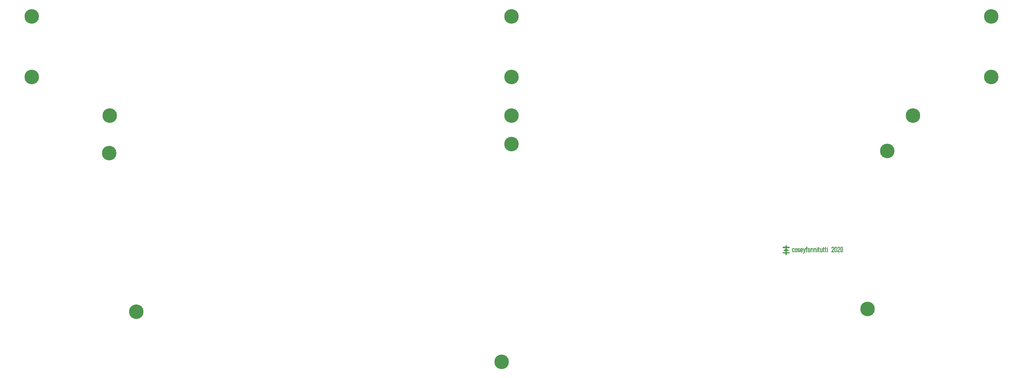
<source format=gbr>
G04 #@! TF.GenerationSoftware,KiCad,Pcbnew,(6.0.2)*
G04 #@! TF.CreationDate,2022-04-10T20:10:07+05:30*
G04 #@! TF.ProjectId,discipline-pcb,64697363-6970-46c6-996e-652d7063622e,rev?*
G04 #@! TF.SameCoordinates,Original*
G04 #@! TF.FileFunction,Soldermask,Top*
G04 #@! TF.FilePolarity,Negative*
%FSLAX46Y46*%
G04 Gerber Fmt 4.6, Leading zero omitted, Abs format (unit mm)*
G04 Created by KiCad (PCBNEW (6.0.2)) date 2022-04-10 20:10:07*
%MOMM*%
%LPD*%
G01*
G04 APERTURE LIST*
%ADD10C,0.010000*%
%ADD11C,4.502000*%
G04 APERTURE END LIST*
D10*
X290997640Y-134907020D02*
X290140390Y-134907020D01*
X290140390Y-134907020D02*
X290140390Y-134621270D01*
X290140390Y-134621270D02*
X290997640Y-134621270D01*
X290997640Y-134621270D02*
X290997640Y-134106920D01*
X290997640Y-134106920D02*
X290457890Y-134106920D01*
X290457890Y-134106920D02*
X290457890Y-133802120D01*
X290457890Y-133802120D02*
X290997640Y-133802120D01*
X290997640Y-133802120D02*
X290997640Y-133275070D01*
X290997640Y-133275070D02*
X290140390Y-133275070D01*
X290140390Y-133275070D02*
X290140390Y-132970270D01*
X290140390Y-132970270D02*
X290997640Y-132970270D01*
X290997640Y-132970270D02*
X290997640Y-132506720D01*
X290997640Y-132506720D02*
X291302440Y-132506720D01*
X291302440Y-132506720D02*
X291302440Y-132963920D01*
X291302440Y-132963920D02*
X292153340Y-132963920D01*
X292153340Y-132963920D02*
X292153340Y-133268720D01*
X292153340Y-133268720D02*
X291302440Y-133268720D01*
X291302440Y-133268720D02*
X291302440Y-133795770D01*
X291302440Y-133795770D02*
X291835840Y-133795770D01*
X291835840Y-133795770D02*
X291835840Y-134100570D01*
X291835840Y-134100570D02*
X291302440Y-134100570D01*
X291302440Y-134100570D02*
X291302440Y-134621270D01*
X291302440Y-134621270D02*
X292153340Y-134621270D01*
X292153340Y-134621270D02*
X292153340Y-134907020D01*
X292153340Y-134907020D02*
X291302440Y-134907020D01*
X291302440Y-134907020D02*
X291302440Y-135351520D01*
X291302440Y-135351520D02*
X290997640Y-135351520D01*
X290997640Y-135351520D02*
X290997640Y-134907020D01*
X290997640Y-134907020D02*
X290997640Y-134907020D01*
G36*
X291302440Y-132963920D02*
G01*
X292153340Y-132963920D01*
X292153340Y-133268720D01*
X291302440Y-133268720D01*
X291302440Y-133795770D01*
X291835840Y-133795770D01*
X291835840Y-134100570D01*
X291302440Y-134100570D01*
X291302440Y-134621270D01*
X292153340Y-134621270D01*
X292153340Y-134907020D01*
X291302440Y-134907020D01*
X291302440Y-135351520D01*
X290997640Y-135351520D01*
X290997640Y-134907020D01*
X290140390Y-134907020D01*
X290140390Y-134621270D01*
X290997640Y-134621270D01*
X290997640Y-134106920D01*
X290457890Y-134106920D01*
X290457890Y-133802120D01*
X290997640Y-133802120D01*
X290997640Y-133275070D01*
X290140390Y-133275070D01*
X290140390Y-132970270D01*
X290997640Y-132970270D01*
X290997640Y-132506720D01*
X291302440Y-132506720D01*
X291302440Y-132963920D01*
G37*
X291302440Y-132963920D02*
X292153340Y-132963920D01*
X292153340Y-133268720D01*
X291302440Y-133268720D01*
X291302440Y-133795770D01*
X291835840Y-133795770D01*
X291835840Y-134100570D01*
X291302440Y-134100570D01*
X291302440Y-134621270D01*
X292153340Y-134621270D01*
X292153340Y-134907020D01*
X291302440Y-134907020D01*
X291302440Y-135351520D01*
X290997640Y-135351520D01*
X290997640Y-134907020D01*
X290140390Y-134907020D01*
X290140390Y-134621270D01*
X290997640Y-134621270D01*
X290997640Y-134106920D01*
X290457890Y-134106920D01*
X290457890Y-133802120D01*
X290997640Y-133802120D01*
X290997640Y-133275070D01*
X290140390Y-133275070D01*
X290140390Y-132970270D01*
X290997640Y-132970270D01*
X290997640Y-132506720D01*
X291302440Y-132506720D01*
X291302440Y-132963920D01*
X297722995Y-133066931D02*
X297649371Y-133066931D01*
X297649371Y-133066931D02*
X297607190Y-133067757D01*
X297607190Y-133067757D02*
X297575919Y-133070764D01*
X297575919Y-133070764D02*
X297552425Y-133076747D01*
X297552425Y-133076747D02*
X297533577Y-133086498D01*
X297533577Y-133086498D02*
X297516454Y-133100608D01*
X297516454Y-133100608D02*
X297501018Y-133119795D01*
X297501018Y-133119795D02*
X297489685Y-133144994D01*
X297489685Y-133144994D02*
X297482031Y-133178124D01*
X297482031Y-133178124D02*
X297477634Y-133221100D01*
X297477634Y-133221100D02*
X297476068Y-133275838D01*
X297476068Y-133275838D02*
X297476051Y-133283406D01*
X297476051Y-133283406D02*
X297476051Y-133377375D01*
X297476051Y-133377375D02*
X297722995Y-133377375D01*
X297722995Y-133377375D02*
X297722995Y-133511431D01*
X297722995Y-133511431D02*
X297476051Y-133511431D01*
X297476051Y-133511431D02*
X297476051Y-134520375D01*
X297476051Y-134520375D02*
X297313773Y-134520375D01*
X297313773Y-134520375D02*
X297313773Y-133511431D01*
X297313773Y-133511431D02*
X297193828Y-133511431D01*
X297193828Y-133511431D02*
X297193828Y-133377375D01*
X297193828Y-133377375D02*
X297253801Y-133377375D01*
X297253801Y-133377375D02*
X297281025Y-133377183D01*
X297281025Y-133377183D02*
X297301992Y-133376670D01*
X297301992Y-133376670D02*
X297313407Y-133375933D01*
X297313407Y-133375933D02*
X297314555Y-133375611D01*
X297314555Y-133375611D02*
X297315080Y-133368348D01*
X297315080Y-133368348D02*
X297316062Y-133349249D01*
X297316062Y-133349249D02*
X297317394Y-133320582D01*
X297317394Y-133320582D02*
X297318971Y-133284609D01*
X297318971Y-133284609D02*
X297320555Y-133246847D01*
X297320555Y-133246847D02*
X297322793Y-133198356D01*
X297322793Y-133198356D02*
X297325196Y-133161338D01*
X297325196Y-133161338D02*
X297328093Y-133133155D01*
X297328093Y-133133155D02*
X297331813Y-133111171D01*
X297331813Y-133111171D02*
X297336684Y-133092748D01*
X297336684Y-133092748D02*
X297341438Y-133079301D01*
X297341438Y-133079301D02*
X297366435Y-133032531D01*
X297366435Y-133032531D02*
X297402140Y-132990479D01*
X297402140Y-132990479D02*
X297445202Y-132956684D01*
X297445202Y-132956684D02*
X297470466Y-132943054D01*
X297470466Y-132943054D02*
X297488967Y-132935052D01*
X297488967Y-132935052D02*
X297505654Y-132929373D01*
X297505654Y-132929373D02*
X297523695Y-132925526D01*
X297523695Y-132925526D02*
X297546256Y-132923019D01*
X297546256Y-132923019D02*
X297576505Y-132921360D01*
X297576505Y-132921360D02*
X297617611Y-132920059D01*
X297617611Y-132920059D02*
X297618926Y-132920024D01*
X297618926Y-132920024D02*
X297722995Y-132917226D01*
X297722995Y-132917226D02*
X297722995Y-133066931D01*
X297722995Y-133066931D02*
X297722995Y-133066931D01*
G36*
X297722995Y-133066931D02*
G01*
X297649371Y-133066931D01*
X297607190Y-133067757D01*
X297575919Y-133070764D01*
X297552425Y-133076747D01*
X297533577Y-133086498D01*
X297516454Y-133100608D01*
X297501018Y-133119795D01*
X297489685Y-133144994D01*
X297482031Y-133178124D01*
X297477634Y-133221100D01*
X297476068Y-133275838D01*
X297476051Y-133283406D01*
X297476051Y-133377375D01*
X297722995Y-133377375D01*
X297722995Y-133511431D01*
X297476051Y-133511431D01*
X297476051Y-134520375D01*
X297313773Y-134520375D01*
X297313773Y-133511431D01*
X297193828Y-133511431D01*
X297193828Y-133377375D01*
X297253801Y-133377375D01*
X297281025Y-133377183D01*
X297301992Y-133376670D01*
X297313407Y-133375933D01*
X297314555Y-133375611D01*
X297315080Y-133368348D01*
X297316062Y-133349249D01*
X297317394Y-133320582D01*
X297318971Y-133284609D01*
X297320555Y-133246847D01*
X297322793Y-133198356D01*
X297325196Y-133161338D01*
X297328093Y-133133155D01*
X297331813Y-133111171D01*
X297336684Y-133092748D01*
X297341438Y-133079301D01*
X297366435Y-133032531D01*
X297402140Y-132990479D01*
X297445202Y-132956684D01*
X297470466Y-132943054D01*
X297488967Y-132935052D01*
X297505654Y-132929373D01*
X297523695Y-132925526D01*
X297546256Y-132923019D01*
X297576505Y-132921360D01*
X297617611Y-132920059D01*
X297618926Y-132920024D01*
X297722995Y-132917226D01*
X297722995Y-133066931D01*
G37*
X297722995Y-133066931D02*
X297649371Y-133066931D01*
X297607190Y-133067757D01*
X297575919Y-133070764D01*
X297552425Y-133076747D01*
X297533577Y-133086498D01*
X297516454Y-133100608D01*
X297501018Y-133119795D01*
X297489685Y-133144994D01*
X297482031Y-133178124D01*
X297477634Y-133221100D01*
X297476068Y-133275838D01*
X297476051Y-133283406D01*
X297476051Y-133377375D01*
X297722995Y-133377375D01*
X297722995Y-133511431D01*
X297476051Y-133511431D01*
X297476051Y-134520375D01*
X297313773Y-134520375D01*
X297313773Y-133511431D01*
X297193828Y-133511431D01*
X297193828Y-133377375D01*
X297253801Y-133377375D01*
X297281025Y-133377183D01*
X297301992Y-133376670D01*
X297313407Y-133375933D01*
X297314555Y-133375611D01*
X297315080Y-133368348D01*
X297316062Y-133349249D01*
X297317394Y-133320582D01*
X297318971Y-133284609D01*
X297320555Y-133246847D01*
X297322793Y-133198356D01*
X297325196Y-133161338D01*
X297328093Y-133133155D01*
X297331813Y-133111171D01*
X297336684Y-133092748D01*
X297341438Y-133079301D01*
X297366435Y-133032531D01*
X297402140Y-132990479D01*
X297445202Y-132956684D01*
X297470466Y-132943054D01*
X297488967Y-132935052D01*
X297505654Y-132929373D01*
X297523695Y-132925526D01*
X297546256Y-132923019D01*
X297576505Y-132921360D01*
X297617611Y-132920059D01*
X297618926Y-132920024D01*
X297722995Y-132917226D01*
X297722995Y-133066931D01*
X302810051Y-133377375D02*
X303028773Y-133377375D01*
X303028773Y-133377375D02*
X303028773Y-133525542D01*
X303028773Y-133525542D02*
X302810051Y-133525542D01*
X302810051Y-133525542D02*
X302810360Y-133897722D01*
X302810360Y-133897722D02*
X302810465Y-133983579D01*
X302810465Y-133983579D02*
X302810683Y-134056500D01*
X302810683Y-134056500D02*
X302811101Y-134117662D01*
X302811101Y-134117662D02*
X302811805Y-134168240D01*
X302811805Y-134168240D02*
X302812884Y-134209410D01*
X302812884Y-134209410D02*
X302814422Y-134242347D01*
X302814422Y-134242347D02*
X302816508Y-134268227D01*
X302816508Y-134268227D02*
X302819227Y-134288227D01*
X302819227Y-134288227D02*
X302822667Y-134303522D01*
X302822667Y-134303522D02*
X302826915Y-134315286D01*
X302826915Y-134315286D02*
X302832057Y-134324698D01*
X302832057Y-134324698D02*
X302838181Y-134332931D01*
X302838181Y-134332931D02*
X302842894Y-134338394D01*
X302842894Y-134338394D02*
X302870089Y-134359635D01*
X302870089Y-134359635D02*
X302907342Y-134373008D01*
X302907342Y-134373008D02*
X302955567Y-134378805D01*
X302955567Y-134378805D02*
X302970565Y-134379109D01*
X302970565Y-134379109D02*
X303028773Y-134379264D01*
X303028773Y-134379264D02*
X303028773Y-134527431D01*
X303028773Y-134527431D02*
X302956453Y-134526601D01*
X302956453Y-134526601D02*
X302921751Y-134525693D01*
X302921751Y-134525693D02*
X302888548Y-134523945D01*
X302888548Y-134523945D02*
X302861825Y-134521657D01*
X302861825Y-134521657D02*
X302851974Y-134520324D01*
X302851974Y-134520324D02*
X302795789Y-134504827D01*
X302795789Y-134504827D02*
X302748899Y-134478872D01*
X302748899Y-134478872D02*
X302711198Y-134442338D01*
X302711198Y-134442338D02*
X302682581Y-134395101D01*
X302682581Y-134395101D02*
X302662941Y-134337039D01*
X302662941Y-134337039D02*
X302654705Y-134291657D01*
X302654705Y-134291657D02*
X302653419Y-134274745D01*
X302653419Y-134274745D02*
X302652208Y-134245306D01*
X302652208Y-134245306D02*
X302651100Y-134204924D01*
X302651100Y-134204924D02*
X302650120Y-134155184D01*
X302650120Y-134155184D02*
X302649293Y-134097669D01*
X302649293Y-134097669D02*
X302648647Y-134033964D01*
X302648647Y-134033964D02*
X302648208Y-133965653D01*
X302648208Y-133965653D02*
X302648000Y-133894320D01*
X302648000Y-133894320D02*
X302647991Y-133883611D01*
X302647991Y-133883611D02*
X302647773Y-133525542D01*
X302647773Y-133525542D02*
X302534884Y-133525542D01*
X302534884Y-133525542D02*
X302534884Y-133377375D01*
X302534884Y-133377375D02*
X302647773Y-133377375D01*
X302647773Y-133377375D02*
X302647773Y-133045764D01*
X302647773Y-133045764D02*
X302810051Y-133045764D01*
X302810051Y-133045764D02*
X302810051Y-133377375D01*
X302810051Y-133377375D02*
X302810051Y-133377375D01*
G36*
X302810051Y-133377375D02*
G01*
X303028773Y-133377375D01*
X303028773Y-133525542D01*
X302810051Y-133525542D01*
X302810360Y-133897722D01*
X302810465Y-133983579D01*
X302810683Y-134056500D01*
X302811101Y-134117662D01*
X302811805Y-134168240D01*
X302812884Y-134209410D01*
X302814422Y-134242347D01*
X302816508Y-134268227D01*
X302819227Y-134288227D01*
X302822667Y-134303522D01*
X302826915Y-134315286D01*
X302832057Y-134324698D01*
X302838181Y-134332931D01*
X302842894Y-134338394D01*
X302870089Y-134359635D01*
X302907342Y-134373008D01*
X302955567Y-134378805D01*
X302970565Y-134379109D01*
X303028773Y-134379264D01*
X303028773Y-134527431D01*
X302956453Y-134526601D01*
X302921751Y-134525693D01*
X302888548Y-134523945D01*
X302861825Y-134521657D01*
X302851974Y-134520324D01*
X302795789Y-134504827D01*
X302748899Y-134478872D01*
X302711198Y-134442338D01*
X302682581Y-134395101D01*
X302662941Y-134337039D01*
X302654705Y-134291657D01*
X302653419Y-134274745D01*
X302652208Y-134245306D01*
X302651100Y-134204924D01*
X302650120Y-134155184D01*
X302649293Y-134097669D01*
X302648647Y-134033964D01*
X302648208Y-133965653D01*
X302648000Y-133894320D01*
X302647991Y-133883611D01*
X302647773Y-133525542D01*
X302534884Y-133525542D01*
X302534884Y-133377375D01*
X302647773Y-133377375D01*
X302647773Y-133045764D01*
X302810051Y-133045764D01*
X302810051Y-133377375D01*
G37*
X302810051Y-133377375D02*
X303028773Y-133377375D01*
X303028773Y-133525542D01*
X302810051Y-133525542D01*
X302810360Y-133897722D01*
X302810465Y-133983579D01*
X302810683Y-134056500D01*
X302811101Y-134117662D01*
X302811805Y-134168240D01*
X302812884Y-134209410D01*
X302814422Y-134242347D01*
X302816508Y-134268227D01*
X302819227Y-134288227D01*
X302822667Y-134303522D01*
X302826915Y-134315286D01*
X302832057Y-134324698D01*
X302838181Y-134332931D01*
X302842894Y-134338394D01*
X302870089Y-134359635D01*
X302907342Y-134373008D01*
X302955567Y-134378805D01*
X302970565Y-134379109D01*
X303028773Y-134379264D01*
X303028773Y-134527431D01*
X302956453Y-134526601D01*
X302921751Y-134525693D01*
X302888548Y-134523945D01*
X302861825Y-134521657D01*
X302851974Y-134520324D01*
X302795789Y-134504827D01*
X302748899Y-134478872D01*
X302711198Y-134442338D01*
X302682581Y-134395101D01*
X302662941Y-134337039D01*
X302654705Y-134291657D01*
X302653419Y-134274745D01*
X302652208Y-134245306D01*
X302651100Y-134204924D01*
X302650120Y-134155184D01*
X302649293Y-134097669D01*
X302648647Y-134033964D01*
X302648208Y-133965653D01*
X302648000Y-133894320D01*
X302647991Y-133883611D01*
X302647773Y-133525542D01*
X302534884Y-133525542D01*
X302534884Y-133377375D01*
X302647773Y-133377375D01*
X302647773Y-133045764D01*
X302810051Y-133045764D01*
X302810051Y-133377375D01*
X294263152Y-133362317D02*
X294327763Y-133379489D01*
X294327763Y-133379489D02*
X294384060Y-133407315D01*
X294384060Y-133407315D02*
X294431379Y-133445264D01*
X294431379Y-133445264D02*
X294469059Y-133492804D01*
X294469059Y-133492804D02*
X294496438Y-133549402D01*
X294496438Y-133549402D02*
X294512854Y-133614528D01*
X294512854Y-133614528D02*
X294512924Y-133614986D01*
X294512924Y-133614986D02*
X294515109Y-133637813D01*
X294515109Y-133637813D02*
X294516797Y-133674408D01*
X294516797Y-133674408D02*
X294517983Y-133724439D01*
X294517983Y-133724439D02*
X294518664Y-133787571D01*
X294518664Y-133787571D02*
X294518833Y-133863470D01*
X294518833Y-133863470D02*
X294518486Y-133951803D01*
X294518486Y-133951803D02*
X294518298Y-133978347D01*
X294518298Y-133978347D02*
X294517706Y-134053046D01*
X294517706Y-134053046D02*
X294517131Y-134115046D01*
X294517131Y-134115046D02*
X294516501Y-134165760D01*
X294516501Y-134165760D02*
X294515741Y-134206600D01*
X294515741Y-134206600D02*
X294514777Y-134238979D01*
X294514777Y-134238979D02*
X294513537Y-134264307D01*
X294513537Y-134264307D02*
X294511946Y-134283999D01*
X294511946Y-134283999D02*
X294509930Y-134299466D01*
X294509930Y-134299466D02*
X294507417Y-134312120D01*
X294507417Y-134312120D02*
X294504331Y-134323373D01*
X294504331Y-134323373D02*
X294500599Y-134334638D01*
X294500599Y-134334638D02*
X294499535Y-134337684D01*
X294499535Y-134337684D02*
X294472008Y-134396192D01*
X294472008Y-134396192D02*
X294434028Y-134445738D01*
X294434028Y-134445738D02*
X294386501Y-134485372D01*
X294386501Y-134485372D02*
X294331265Y-134513789D01*
X294331265Y-134513789D02*
X294298733Y-134522716D01*
X294298733Y-134522716D02*
X294256804Y-134529020D01*
X294256804Y-134529020D02*
X294209981Y-134532516D01*
X294209981Y-134532516D02*
X294162765Y-134533016D01*
X294162765Y-134533016D02*
X294119660Y-134530335D01*
X294119660Y-134530335D02*
X294085166Y-134524286D01*
X294085166Y-134524286D02*
X294084195Y-134524018D01*
X294084195Y-134524018D02*
X294021605Y-134500207D01*
X294021605Y-134500207D02*
X293969335Y-134466779D01*
X293969335Y-134466779D02*
X293927412Y-134423760D01*
X293927412Y-134423760D02*
X293895861Y-134371176D01*
X293895861Y-134371176D02*
X293874707Y-134309053D01*
X293874707Y-134309053D02*
X293874481Y-134308097D01*
X293874481Y-134308097D02*
X293871556Y-134288156D01*
X293871556Y-134288156D02*
X293869043Y-134256126D01*
X293869043Y-134256126D02*
X293866942Y-134213856D01*
X293866942Y-134213856D02*
X293865253Y-134163195D01*
X293865253Y-134163195D02*
X293863976Y-134105993D01*
X293863976Y-134105993D02*
X293863436Y-134067344D01*
X293863436Y-134067344D02*
X294019542Y-134067344D01*
X294019542Y-134067344D02*
X294019588Y-134118349D01*
X294019588Y-134118349D02*
X294019947Y-134159431D01*
X294019947Y-134159431D02*
X294020659Y-134191984D01*
X294020659Y-134191984D02*
X294021761Y-134217405D01*
X294021761Y-134217405D02*
X294023291Y-134237088D01*
X294023291Y-134237088D02*
X294025289Y-134252429D01*
X294025289Y-134252429D02*
X294027791Y-134264823D01*
X294027791Y-134264823D02*
X294029599Y-134271590D01*
X294029599Y-134271590D02*
X294047714Y-134316554D01*
X294047714Y-134316554D02*
X294073007Y-134349775D01*
X294073007Y-134349775D02*
X294106439Y-134371955D01*
X294106439Y-134371955D02*
X294148971Y-134383795D01*
X294148971Y-134383795D02*
X294186624Y-134386314D01*
X294186624Y-134386314D02*
X294220900Y-134384519D01*
X294220900Y-134384519D02*
X294250488Y-134379664D01*
X294250488Y-134379664D02*
X294264139Y-134375399D01*
X294264139Y-134375399D02*
X294299139Y-134355033D01*
X294299139Y-134355033D02*
X294326536Y-134325280D01*
X294326536Y-134325280D02*
X294338779Y-134305181D01*
X294338779Y-134305181D02*
X294342305Y-134298307D01*
X294342305Y-134298307D02*
X294345238Y-134291096D01*
X294345238Y-134291096D02*
X294347634Y-134282258D01*
X294347634Y-134282258D02*
X294349545Y-134270500D01*
X294349545Y-134270500D02*
X294351027Y-134254530D01*
X294351027Y-134254530D02*
X294352135Y-134233056D01*
X294352135Y-134233056D02*
X294352923Y-134204788D01*
X294352923Y-134204788D02*
X294353445Y-134168432D01*
X294353445Y-134168432D02*
X294353755Y-134122697D01*
X294353755Y-134122697D02*
X294353910Y-134066292D01*
X294353910Y-134066292D02*
X294353962Y-133997924D01*
X294353962Y-133997924D02*
X294353967Y-133945347D01*
X294353967Y-133945347D02*
X294353967Y-133613736D01*
X294353967Y-133613736D02*
X294334377Y-133580410D01*
X294334377Y-133580410D02*
X294306076Y-133545396D01*
X294306076Y-133545396D02*
X294268838Y-133521230D01*
X294268838Y-133521230D02*
X294222942Y-133508075D01*
X294222942Y-133508075D02*
X294207284Y-133506281D01*
X294207284Y-133506281D02*
X294154871Y-133507695D01*
X294154871Y-133507695D02*
X294110104Y-133520716D01*
X294110104Y-133520716D02*
X294073363Y-133545144D01*
X294073363Y-133545144D02*
X294045026Y-133580778D01*
X294045026Y-133580778D02*
X294037054Y-133596097D01*
X294037054Y-133596097D02*
X294033481Y-133604357D01*
X294033481Y-133604357D02*
X294030523Y-133613189D01*
X294030523Y-133613189D02*
X294028112Y-133623976D01*
X294028112Y-133623976D02*
X294026176Y-133638098D01*
X294026176Y-133638098D02*
X294024648Y-133656938D01*
X294024648Y-133656938D02*
X294023457Y-133681877D01*
X294023457Y-133681877D02*
X294022533Y-133714297D01*
X294022533Y-133714297D02*
X294021808Y-133755580D01*
X294021808Y-133755580D02*
X294021211Y-133807106D01*
X294021211Y-133807106D02*
X294020673Y-133870259D01*
X294020673Y-133870259D02*
X294020240Y-133929981D01*
X294020240Y-133929981D02*
X294019772Y-134005020D01*
X294019772Y-134005020D02*
X294019542Y-134067344D01*
X294019542Y-134067344D02*
X293863436Y-134067344D01*
X293863436Y-134067344D02*
X293863111Y-134044097D01*
X293863111Y-134044097D02*
X293862658Y-133979357D01*
X293862658Y-133979357D02*
X293862619Y-133913621D01*
X293862619Y-133913621D02*
X293862991Y-133848739D01*
X293862991Y-133848739D02*
X293863777Y-133786560D01*
X293863777Y-133786560D02*
X293864976Y-133728932D01*
X293864976Y-133728932D02*
X293866588Y-133677704D01*
X293866588Y-133677704D02*
X293868613Y-133634725D01*
X293868613Y-133634725D02*
X293871052Y-133601844D01*
X293871052Y-133601844D02*
X293873904Y-133580910D01*
X293873904Y-133580910D02*
X293874422Y-133578705D01*
X293874422Y-133578705D02*
X293896950Y-133517634D01*
X293896950Y-133517634D02*
X293929997Y-133465638D01*
X293929997Y-133465638D02*
X293972909Y-133423179D01*
X293972909Y-133423179D02*
X294025029Y-133390718D01*
X294025029Y-133390718D02*
X294085701Y-133368716D01*
X294085701Y-133368716D02*
X294154269Y-133357634D01*
X294154269Y-133357634D02*
X294190889Y-133356331D01*
X294190889Y-133356331D02*
X294263152Y-133362317D01*
X294263152Y-133362317D02*
X294263152Y-133362317D01*
G36*
X293862658Y-133979357D02*
G01*
X293862619Y-133913621D01*
X293862991Y-133848739D01*
X293863777Y-133786560D01*
X293864976Y-133728932D01*
X293866588Y-133677704D01*
X293868613Y-133634725D01*
X293871052Y-133601844D01*
X293873904Y-133580910D01*
X293874422Y-133578705D01*
X293896950Y-133517634D01*
X293929997Y-133465638D01*
X293972909Y-133423179D01*
X294025029Y-133390718D01*
X294085701Y-133368716D01*
X294154269Y-133357634D01*
X294190889Y-133356331D01*
X294263152Y-133362317D01*
X294327763Y-133379489D01*
X294384060Y-133407315D01*
X294431379Y-133445264D01*
X294469059Y-133492804D01*
X294496438Y-133549402D01*
X294512854Y-133614528D01*
X294512924Y-133614986D01*
X294515109Y-133637813D01*
X294516797Y-133674408D01*
X294517983Y-133724439D01*
X294518664Y-133787571D01*
X294518833Y-133863470D01*
X294518486Y-133951803D01*
X294518298Y-133978347D01*
X294517706Y-134053046D01*
X294517131Y-134115046D01*
X294516501Y-134165760D01*
X294515741Y-134206600D01*
X294514777Y-134238979D01*
X294513537Y-134264307D01*
X294511946Y-134283999D01*
X294509930Y-134299466D01*
X294507417Y-134312120D01*
X294504331Y-134323373D01*
X294500599Y-134334638D01*
X294499535Y-134337684D01*
X294472008Y-134396192D01*
X294434028Y-134445738D01*
X294386501Y-134485372D01*
X294331265Y-134513789D01*
X294298733Y-134522716D01*
X294256804Y-134529020D01*
X294209981Y-134532516D01*
X294162765Y-134533016D01*
X294119660Y-134530335D01*
X294085166Y-134524286D01*
X294084195Y-134524018D01*
X294021605Y-134500207D01*
X293969335Y-134466779D01*
X293927412Y-134423760D01*
X293895861Y-134371176D01*
X293874707Y-134309053D01*
X293874481Y-134308097D01*
X293871556Y-134288156D01*
X293869043Y-134256126D01*
X293866942Y-134213856D01*
X293865253Y-134163195D01*
X293863976Y-134105993D01*
X293863436Y-134067344D01*
X294019542Y-134067344D01*
X294019588Y-134118349D01*
X294019947Y-134159431D01*
X294020659Y-134191984D01*
X294021761Y-134217405D01*
X294023291Y-134237088D01*
X294025289Y-134252429D01*
X294027791Y-134264823D01*
X294029599Y-134271590D01*
X294047714Y-134316554D01*
X294073007Y-134349775D01*
X294106439Y-134371955D01*
X294148971Y-134383795D01*
X294186624Y-134386314D01*
X294220900Y-134384519D01*
X294250488Y-134379664D01*
X294264139Y-134375399D01*
X294299139Y-134355033D01*
X294326536Y-134325280D01*
X294338779Y-134305181D01*
X294342305Y-134298307D01*
X294345238Y-134291096D01*
X294347634Y-134282258D01*
X294349545Y-134270500D01*
X294351027Y-134254530D01*
X294352135Y-134233056D01*
X294352923Y-134204788D01*
X294353445Y-134168432D01*
X294353755Y-134122697D01*
X294353910Y-134066292D01*
X294353962Y-133997924D01*
X294353967Y-133945347D01*
X294353967Y-133613736D01*
X294334377Y-133580410D01*
X294306076Y-133545396D01*
X294268838Y-133521230D01*
X294222942Y-133508075D01*
X294207284Y-133506281D01*
X294154871Y-133507695D01*
X294110104Y-133520716D01*
X294073363Y-133545144D01*
X294045026Y-133580778D01*
X294037054Y-133596097D01*
X294033481Y-133604357D01*
X294030523Y-133613189D01*
X294028112Y-133623976D01*
X294026176Y-133638098D01*
X294024648Y-133656938D01*
X294023457Y-133681877D01*
X294022533Y-133714297D01*
X294021808Y-133755580D01*
X294021211Y-133807106D01*
X294020673Y-133870259D01*
X294020240Y-133929981D01*
X294019772Y-134005020D01*
X294019542Y-134067344D01*
X293863436Y-134067344D01*
X293863111Y-134044097D01*
X293862658Y-133979357D01*
G37*
X293862658Y-133979357D02*
X293862619Y-133913621D01*
X293862991Y-133848739D01*
X293863777Y-133786560D01*
X293864976Y-133728932D01*
X293866588Y-133677704D01*
X293868613Y-133634725D01*
X293871052Y-133601844D01*
X293873904Y-133580910D01*
X293874422Y-133578705D01*
X293896950Y-133517634D01*
X293929997Y-133465638D01*
X293972909Y-133423179D01*
X294025029Y-133390718D01*
X294085701Y-133368716D01*
X294154269Y-133357634D01*
X294190889Y-133356331D01*
X294263152Y-133362317D01*
X294327763Y-133379489D01*
X294384060Y-133407315D01*
X294431379Y-133445264D01*
X294469059Y-133492804D01*
X294496438Y-133549402D01*
X294512854Y-133614528D01*
X294512924Y-133614986D01*
X294515109Y-133637813D01*
X294516797Y-133674408D01*
X294517983Y-133724439D01*
X294518664Y-133787571D01*
X294518833Y-133863470D01*
X294518486Y-133951803D01*
X294518298Y-133978347D01*
X294517706Y-134053046D01*
X294517131Y-134115046D01*
X294516501Y-134165760D01*
X294515741Y-134206600D01*
X294514777Y-134238979D01*
X294513537Y-134264307D01*
X294511946Y-134283999D01*
X294509930Y-134299466D01*
X294507417Y-134312120D01*
X294504331Y-134323373D01*
X294500599Y-134334638D01*
X294499535Y-134337684D01*
X294472008Y-134396192D01*
X294434028Y-134445738D01*
X294386501Y-134485372D01*
X294331265Y-134513789D01*
X294298733Y-134522716D01*
X294256804Y-134529020D01*
X294209981Y-134532516D01*
X294162765Y-134533016D01*
X294119660Y-134530335D01*
X294085166Y-134524286D01*
X294084195Y-134524018D01*
X294021605Y-134500207D01*
X293969335Y-134466779D01*
X293927412Y-134423760D01*
X293895861Y-134371176D01*
X293874707Y-134309053D01*
X293874481Y-134308097D01*
X293871556Y-134288156D01*
X293869043Y-134256126D01*
X293866942Y-134213856D01*
X293865253Y-134163195D01*
X293863976Y-134105993D01*
X293863436Y-134067344D01*
X294019542Y-134067344D01*
X294019588Y-134118349D01*
X294019947Y-134159431D01*
X294020659Y-134191984D01*
X294021761Y-134217405D01*
X294023291Y-134237088D01*
X294025289Y-134252429D01*
X294027791Y-134264823D01*
X294029599Y-134271590D01*
X294047714Y-134316554D01*
X294073007Y-134349775D01*
X294106439Y-134371955D01*
X294148971Y-134383795D01*
X294186624Y-134386314D01*
X294220900Y-134384519D01*
X294250488Y-134379664D01*
X294264139Y-134375399D01*
X294299139Y-134355033D01*
X294326536Y-134325280D01*
X294338779Y-134305181D01*
X294342305Y-134298307D01*
X294345238Y-134291096D01*
X294347634Y-134282258D01*
X294349545Y-134270500D01*
X294351027Y-134254530D01*
X294352135Y-134233056D01*
X294352923Y-134204788D01*
X294353445Y-134168432D01*
X294353755Y-134122697D01*
X294353910Y-134066292D01*
X294353962Y-133997924D01*
X294353967Y-133945347D01*
X294353967Y-133613736D01*
X294334377Y-133580410D01*
X294306076Y-133545396D01*
X294268838Y-133521230D01*
X294222942Y-133508075D01*
X294207284Y-133506281D01*
X294154871Y-133507695D01*
X294110104Y-133520716D01*
X294073363Y-133545144D01*
X294045026Y-133580778D01*
X294037054Y-133596097D01*
X294033481Y-133604357D01*
X294030523Y-133613189D01*
X294028112Y-133623976D01*
X294026176Y-133638098D01*
X294024648Y-133656938D01*
X294023457Y-133681877D01*
X294022533Y-133714297D01*
X294021808Y-133755580D01*
X294021211Y-133807106D01*
X294020673Y-133870259D01*
X294020240Y-133929981D01*
X294019772Y-134005020D01*
X294019542Y-134067344D01*
X293863436Y-134067344D01*
X293863111Y-134044097D01*
X293862658Y-133979357D01*
X303988328Y-133137486D02*
X303826051Y-133137486D01*
X303826051Y-133137486D02*
X303826051Y-132982264D01*
X303826051Y-132982264D02*
X303988328Y-132982264D01*
X303988328Y-132982264D02*
X303988328Y-133137486D01*
X303988328Y-133137486D02*
X303988328Y-133137486D01*
G36*
X303988328Y-133137486D02*
G01*
X303826051Y-133137486D01*
X303826051Y-132982264D01*
X303988328Y-132982264D01*
X303988328Y-133137486D01*
G37*
X303988328Y-133137486D02*
X303826051Y-133137486D01*
X303826051Y-132982264D01*
X303988328Y-132982264D01*
X303988328Y-133137486D01*
X298293694Y-133367822D02*
X298356869Y-133386714D01*
X298356869Y-133386714D02*
X298410501Y-133415584D01*
X298410501Y-133415584D02*
X298455156Y-133454805D01*
X298455156Y-133454805D02*
X298491399Y-133504750D01*
X298491399Y-133504750D02*
X298514856Y-133553021D01*
X298514856Y-133553021D02*
X298518037Y-133561055D01*
X298518037Y-133561055D02*
X298520771Y-133568988D01*
X298520771Y-133568988D02*
X298523096Y-133577909D01*
X298523096Y-133577909D02*
X298525051Y-133588911D01*
X298525051Y-133588911D02*
X298526676Y-133603083D01*
X298526676Y-133603083D02*
X298528010Y-133621515D01*
X298528010Y-133621515D02*
X298529092Y-133645299D01*
X298529092Y-133645299D02*
X298529961Y-133675524D01*
X298529961Y-133675524D02*
X298530656Y-133713282D01*
X298530656Y-133713282D02*
X298531217Y-133759662D01*
X298531217Y-133759662D02*
X298531681Y-133815755D01*
X298531681Y-133815755D02*
X298532089Y-133882652D01*
X298532089Y-133882652D02*
X298532480Y-133961443D01*
X298532480Y-133961443D02*
X298532892Y-134053218D01*
X298532892Y-134053218D02*
X298532906Y-134056472D01*
X298532906Y-134056472D02*
X298534956Y-134520375D01*
X298534956Y-134520375D02*
X298386217Y-134520375D01*
X298386217Y-134520375D02*
X298386217Y-134419480D01*
X298386217Y-134419480D02*
X298365348Y-134448289D01*
X298365348Y-134448289D02*
X298334784Y-134479679D01*
X298334784Y-134479679D02*
X298293720Y-134505549D01*
X298293720Y-134505549D02*
X298245318Y-134523925D01*
X298245318Y-134523925D02*
X298243441Y-134524432D01*
X298243441Y-134524432D02*
X298213796Y-134529632D01*
X298213796Y-134529632D02*
X298175315Y-134532649D01*
X298175315Y-134532649D02*
X298132775Y-134533484D01*
X298132775Y-134533484D02*
X298090953Y-134532136D01*
X298090953Y-134532136D02*
X298054625Y-134528607D01*
X298054625Y-134528607D02*
X298033440Y-134524413D01*
X298033440Y-134524413D02*
X297978398Y-134503281D01*
X297978398Y-134503281D02*
X297933056Y-134472920D01*
X297933056Y-134472920D02*
X297897185Y-134432954D01*
X297897185Y-134432954D02*
X297870559Y-134383007D01*
X297870559Y-134383007D02*
X297852949Y-134322703D01*
X297852949Y-134322703D02*
X297844129Y-134251666D01*
X297844129Y-134251666D02*
X297842940Y-134209577D01*
X297842940Y-134209577D02*
X297843261Y-134202875D01*
X297843261Y-134202875D02*
X297988480Y-134202875D01*
X297988480Y-134202875D02*
X297990951Y-134261846D01*
X297990951Y-134261846D02*
X298000132Y-134309561D01*
X298000132Y-134309561D02*
X298016563Y-134347457D01*
X298016563Y-134347457D02*
X298040783Y-134376968D01*
X298040783Y-134376968D02*
X298059300Y-134391260D01*
X298059300Y-134391260D02*
X298093814Y-134407004D01*
X298093814Y-134407004D02*
X298136655Y-134416214D01*
X298136655Y-134416214D02*
X298183554Y-134418718D01*
X298183554Y-134418718D02*
X298230243Y-134414345D01*
X298230243Y-134414345D02*
X298272453Y-134402923D01*
X298272453Y-134402923D02*
X298279291Y-134400086D01*
X298279291Y-134400086D02*
X298317109Y-134378502D01*
X298317109Y-134378502D02*
X298345124Y-134350183D01*
X298345124Y-134350183D02*
X298366217Y-134313171D01*
X298366217Y-134313171D02*
X298371456Y-134300744D01*
X298371456Y-134300744D02*
X298375484Y-134288319D01*
X298375484Y-134288319D02*
X298378497Y-134273802D01*
X298378497Y-134273802D02*
X298380691Y-134255100D01*
X298380691Y-134255100D02*
X298382260Y-134230121D01*
X298382260Y-134230121D02*
X298383400Y-134196773D01*
X298383400Y-134196773D02*
X298384306Y-134152963D01*
X298384306Y-134152963D02*
X298384943Y-134112359D01*
X298384943Y-134112359D02*
X298387366Y-133947760D01*
X298387366Y-133947760D02*
X298254500Y-133950082D01*
X298254500Y-133950082D02*
X298208004Y-133950957D01*
X298208004Y-133950957D02*
X298173256Y-133951934D01*
X298173256Y-133951934D02*
X298147893Y-133953322D01*
X298147893Y-133953322D02*
X298129554Y-133955434D01*
X298129554Y-133955434D02*
X298115876Y-133958581D01*
X298115876Y-133958581D02*
X298104497Y-133963072D01*
X298104497Y-133963072D02*
X298093056Y-133969221D01*
X298093056Y-133969221D02*
X298088359Y-133971963D01*
X298088359Y-133971963D02*
X298051912Y-133999668D01*
X298051912Y-133999668D02*
X298024172Y-134035355D01*
X298024172Y-134035355D02*
X298004671Y-134080112D01*
X298004671Y-134080112D02*
X297992937Y-134135024D01*
X297992937Y-134135024D02*
X297988500Y-134201180D01*
X297988500Y-134201180D02*
X297988480Y-134202875D01*
X297988480Y-134202875D02*
X297843261Y-134202875D01*
X297843261Y-134202875D02*
X297846634Y-134132580D01*
X297846634Y-134132580D02*
X297858027Y-134066228D01*
X297858027Y-134066228D02*
X297877580Y-134009048D01*
X297877580Y-134009048D02*
X297905759Y-133959570D01*
X297905759Y-133959570D02*
X297931619Y-133927920D01*
X297931619Y-133927920D02*
X297957787Y-133902517D01*
X297957787Y-133902517D02*
X297985035Y-133882117D01*
X297985035Y-133882117D02*
X298015342Y-133866120D01*
X298015342Y-133866120D02*
X298050686Y-133853930D01*
X298050686Y-133853930D02*
X298093047Y-133844947D01*
X298093047Y-133844947D02*
X298144403Y-133838574D01*
X298144403Y-133838574D02*
X298206734Y-133834211D01*
X298206734Y-133834211D02*
X298247525Y-133832411D01*
X298247525Y-133832411D02*
X298387450Y-133827164D01*
X298387450Y-133827164D02*
X298384951Y-133720450D01*
X298384951Y-133720450D02*
X298383724Y-133677783D01*
X298383724Y-133677783D02*
X298382111Y-133646501D01*
X298382111Y-133646501D02*
X298379758Y-133623880D01*
X298379758Y-133623880D02*
X298376308Y-133607193D01*
X298376308Y-133607193D02*
X298371407Y-133593716D01*
X298371407Y-133593716D02*
X298367342Y-133585514D01*
X298367342Y-133585514D02*
X298340237Y-133546335D01*
X298340237Y-133546335D02*
X298306167Y-133518221D01*
X298306167Y-133518221D02*
X298263744Y-133500355D01*
X298263744Y-133500355D02*
X298211580Y-133491921D01*
X298211580Y-133491921D02*
X298207946Y-133491687D01*
X298207946Y-133491687D02*
X298160654Y-133492061D01*
X298160654Y-133492061D02*
X298122677Y-133500209D01*
X298122677Y-133500209D02*
X298090891Y-133517245D01*
X298090891Y-133517245D02*
X298063033Y-133543297D01*
X298063033Y-133543297D02*
X298035424Y-133584362D01*
X298035424Y-133584362D02*
X298021303Y-133629385D01*
X298021303Y-133629385D02*
X298019328Y-133655124D01*
X298019328Y-133655124D02*
X298019328Y-133680764D01*
X298019328Y-133680764D02*
X297864106Y-133680764D01*
X297864106Y-133680764D02*
X297864210Y-133654306D01*
X297864210Y-133654306D02*
X297865940Y-133633018D01*
X297865940Y-133633018D02*
X297870315Y-133605016D01*
X297870315Y-133605016D02*
X297874981Y-133582597D01*
X297874981Y-133582597D02*
X297895869Y-133521798D01*
X297895869Y-133521798D02*
X297927398Y-133469866D01*
X297927398Y-133469866D02*
X297968891Y-133427240D01*
X297968891Y-133427240D02*
X298019673Y-133394358D01*
X298019673Y-133394358D02*
X298079067Y-133371660D01*
X298079067Y-133371660D02*
X298146397Y-133359584D01*
X298146397Y-133359584D02*
X298220412Y-133358534D01*
X298220412Y-133358534D02*
X298293694Y-133367822D01*
X298293694Y-133367822D02*
X298293694Y-133367822D01*
G36*
X297858027Y-134066228D02*
G01*
X297877580Y-134009048D01*
X297905759Y-133959570D01*
X297931619Y-133927920D01*
X297957787Y-133902517D01*
X297985035Y-133882117D01*
X298015342Y-133866120D01*
X298050686Y-133853930D01*
X298093047Y-133844947D01*
X298144403Y-133838574D01*
X298206734Y-133834211D01*
X298247525Y-133832411D01*
X298387450Y-133827164D01*
X298384951Y-133720450D01*
X298383724Y-133677783D01*
X298382111Y-133646501D01*
X298379758Y-133623880D01*
X298376308Y-133607193D01*
X298371407Y-133593716D01*
X298367342Y-133585514D01*
X298340237Y-133546335D01*
X298306167Y-133518221D01*
X298263744Y-133500355D01*
X298211580Y-133491921D01*
X298207946Y-133491687D01*
X298160654Y-133492061D01*
X298122677Y-133500209D01*
X298090891Y-133517245D01*
X298063033Y-133543297D01*
X298035424Y-133584362D01*
X298021303Y-133629385D01*
X298019328Y-133655124D01*
X298019328Y-133680764D01*
X297864106Y-133680764D01*
X297864210Y-133654306D01*
X297865940Y-133633018D01*
X297870315Y-133605016D01*
X297874981Y-133582597D01*
X297895869Y-133521798D01*
X297927398Y-133469866D01*
X297968891Y-133427240D01*
X298019673Y-133394358D01*
X298079067Y-133371660D01*
X298146397Y-133359584D01*
X298220412Y-133358534D01*
X298293694Y-133367822D01*
X298356869Y-133386714D01*
X298410501Y-133415584D01*
X298455156Y-133454805D01*
X298491399Y-133504750D01*
X298514856Y-133553021D01*
X298518037Y-133561055D01*
X298520771Y-133568988D01*
X298523096Y-133577909D01*
X298525051Y-133588911D01*
X298526676Y-133603083D01*
X298528010Y-133621515D01*
X298529092Y-133645299D01*
X298529961Y-133675524D01*
X298530656Y-133713282D01*
X298531217Y-133759662D01*
X298531681Y-133815755D01*
X298532089Y-133882652D01*
X298532480Y-133961443D01*
X298532892Y-134053218D01*
X298532906Y-134056472D01*
X298534956Y-134520375D01*
X298386217Y-134520375D01*
X298386217Y-134419480D01*
X298365348Y-134448289D01*
X298334784Y-134479679D01*
X298293720Y-134505549D01*
X298245318Y-134523925D01*
X298243441Y-134524432D01*
X298213796Y-134529632D01*
X298175315Y-134532649D01*
X298132775Y-134533484D01*
X298090953Y-134532136D01*
X298054625Y-134528607D01*
X298033440Y-134524413D01*
X297978398Y-134503281D01*
X297933056Y-134472920D01*
X297897185Y-134432954D01*
X297870559Y-134383007D01*
X297852949Y-134322703D01*
X297844129Y-134251666D01*
X297842940Y-134209577D01*
X297843261Y-134202875D01*
X297988480Y-134202875D01*
X297990951Y-134261846D01*
X298000132Y-134309561D01*
X298016563Y-134347457D01*
X298040783Y-134376968D01*
X298059300Y-134391260D01*
X298093814Y-134407004D01*
X298136655Y-134416214D01*
X298183554Y-134418718D01*
X298230243Y-134414345D01*
X298272453Y-134402923D01*
X298279291Y-134400086D01*
X298317109Y-134378502D01*
X298345124Y-134350183D01*
X298366217Y-134313171D01*
X298371456Y-134300744D01*
X298375484Y-134288319D01*
X298378497Y-134273802D01*
X298380691Y-134255100D01*
X298382260Y-134230121D01*
X298383400Y-134196773D01*
X298384306Y-134152963D01*
X298384943Y-134112359D01*
X298387366Y-133947760D01*
X298254500Y-133950082D01*
X298208004Y-133950957D01*
X298173256Y-133951934D01*
X298147893Y-133953322D01*
X298129554Y-133955434D01*
X298115876Y-133958581D01*
X298104497Y-133963072D01*
X298093056Y-133969221D01*
X298088359Y-133971963D01*
X298051912Y-133999668D01*
X298024172Y-134035355D01*
X298004671Y-134080112D01*
X297992937Y-134135024D01*
X297988500Y-134201180D01*
X297988480Y-134202875D01*
X297843261Y-134202875D01*
X297846634Y-134132580D01*
X297858027Y-134066228D01*
G37*
X297858027Y-134066228D02*
X297877580Y-134009048D01*
X297905759Y-133959570D01*
X297931619Y-133927920D01*
X297957787Y-133902517D01*
X297985035Y-133882117D01*
X298015342Y-133866120D01*
X298050686Y-133853930D01*
X298093047Y-133844947D01*
X298144403Y-133838574D01*
X298206734Y-133834211D01*
X298247525Y-133832411D01*
X298387450Y-133827164D01*
X298384951Y-133720450D01*
X298383724Y-133677783D01*
X298382111Y-133646501D01*
X298379758Y-133623880D01*
X298376308Y-133607193D01*
X298371407Y-133593716D01*
X298367342Y-133585514D01*
X298340237Y-133546335D01*
X298306167Y-133518221D01*
X298263744Y-133500355D01*
X298211580Y-133491921D01*
X298207946Y-133491687D01*
X298160654Y-133492061D01*
X298122677Y-133500209D01*
X298090891Y-133517245D01*
X298063033Y-133543297D01*
X298035424Y-133584362D01*
X298021303Y-133629385D01*
X298019328Y-133655124D01*
X298019328Y-133680764D01*
X297864106Y-133680764D01*
X297864210Y-133654306D01*
X297865940Y-133633018D01*
X297870315Y-133605016D01*
X297874981Y-133582597D01*
X297895869Y-133521798D01*
X297927398Y-133469866D01*
X297968891Y-133427240D01*
X298019673Y-133394358D01*
X298079067Y-133371660D01*
X298146397Y-133359584D01*
X298220412Y-133358534D01*
X298293694Y-133367822D01*
X298356869Y-133386714D01*
X298410501Y-133415584D01*
X298455156Y-133454805D01*
X298491399Y-133504750D01*
X298514856Y-133553021D01*
X298518037Y-133561055D01*
X298520771Y-133568988D01*
X298523096Y-133577909D01*
X298525051Y-133588911D01*
X298526676Y-133603083D01*
X298528010Y-133621515D01*
X298529092Y-133645299D01*
X298529961Y-133675524D01*
X298530656Y-133713282D01*
X298531217Y-133759662D01*
X298531681Y-133815755D01*
X298532089Y-133882652D01*
X298532480Y-133961443D01*
X298532892Y-134053218D01*
X298532906Y-134056472D01*
X298534956Y-134520375D01*
X298386217Y-134520375D01*
X298386217Y-134419480D01*
X298365348Y-134448289D01*
X298334784Y-134479679D01*
X298293720Y-134505549D01*
X298245318Y-134523925D01*
X298243441Y-134524432D01*
X298213796Y-134529632D01*
X298175315Y-134532649D01*
X298132775Y-134533484D01*
X298090953Y-134532136D01*
X298054625Y-134528607D01*
X298033440Y-134524413D01*
X297978398Y-134503281D01*
X297933056Y-134472920D01*
X297897185Y-134432954D01*
X297870559Y-134383007D01*
X297852949Y-134322703D01*
X297844129Y-134251666D01*
X297842940Y-134209577D01*
X297843261Y-134202875D01*
X297988480Y-134202875D01*
X297990951Y-134261846D01*
X298000132Y-134309561D01*
X298016563Y-134347457D01*
X298040783Y-134376968D01*
X298059300Y-134391260D01*
X298093814Y-134407004D01*
X298136655Y-134416214D01*
X298183554Y-134418718D01*
X298230243Y-134414345D01*
X298272453Y-134402923D01*
X298279291Y-134400086D01*
X298317109Y-134378502D01*
X298345124Y-134350183D01*
X298366217Y-134313171D01*
X298371456Y-134300744D01*
X298375484Y-134288319D01*
X298378497Y-134273802D01*
X298380691Y-134255100D01*
X298382260Y-134230121D01*
X298383400Y-134196773D01*
X298384306Y-134152963D01*
X298384943Y-134112359D01*
X298387366Y-133947760D01*
X298254500Y-133950082D01*
X298208004Y-133950957D01*
X298173256Y-133951934D01*
X298147893Y-133953322D01*
X298129554Y-133955434D01*
X298115876Y-133958581D01*
X298104497Y-133963072D01*
X298093056Y-133969221D01*
X298088359Y-133971963D01*
X298051912Y-133999668D01*
X298024172Y-134035355D01*
X298004671Y-134080112D01*
X297992937Y-134135024D01*
X297988500Y-134201180D01*
X297988480Y-134202875D01*
X297843261Y-134202875D01*
X297846634Y-134132580D01*
X297858027Y-134066228D01*
X303402717Y-133377375D02*
X303621440Y-133377375D01*
X303621440Y-133377375D02*
X303621440Y-133525542D01*
X303621440Y-133525542D02*
X303402717Y-133525542D01*
X303402717Y-133525542D02*
X303402717Y-133895071D01*
X303402717Y-133895071D02*
X303402768Y-133978937D01*
X303402768Y-133978937D02*
X303402943Y-134049864D01*
X303402943Y-134049864D02*
X303403272Y-134109027D01*
X303403272Y-134109027D02*
X303403788Y-134157599D01*
X303403788Y-134157599D02*
X303404521Y-134196752D01*
X303404521Y-134196752D02*
X303405504Y-134227660D01*
X303405504Y-134227660D02*
X303406769Y-134251495D01*
X303406769Y-134251495D02*
X303408346Y-134269432D01*
X303408346Y-134269432D02*
X303410267Y-134282642D01*
X303410267Y-134282642D02*
X303412564Y-134292300D01*
X303412564Y-134292300D02*
X303413486Y-134295124D01*
X303413486Y-134295124D02*
X303429712Y-134328751D01*
X303429712Y-134328751D02*
X303452273Y-134352981D01*
X303452273Y-134352981D02*
X303482902Y-134368786D01*
X303482902Y-134368786D02*
X303523334Y-134377140D01*
X303523334Y-134377140D02*
X303563231Y-134379109D01*
X303563231Y-134379109D02*
X303621440Y-134379264D01*
X303621440Y-134379264D02*
X303621440Y-134527431D01*
X303621440Y-134527431D02*
X303549120Y-134526601D01*
X303549120Y-134526601D02*
X303514337Y-134525685D01*
X303514337Y-134525685D02*
X303480975Y-134523915D01*
X303480975Y-134523915D02*
X303454053Y-134521596D01*
X303454053Y-134521596D02*
X303444138Y-134520252D01*
X303444138Y-134520252D02*
X303388366Y-134505002D01*
X303388366Y-134505002D02*
X303341925Y-134479456D01*
X303341925Y-134479456D02*
X303304376Y-134443208D01*
X303304376Y-134443208D02*
X303275283Y-134395850D01*
X303275283Y-134395850D02*
X303256826Y-134346388D01*
X303256826Y-134346388D02*
X303254183Y-134335945D01*
X303254183Y-134335945D02*
X303251925Y-134323402D01*
X303251925Y-134323402D02*
X303250010Y-134307561D01*
X303250010Y-134307561D02*
X303248399Y-134287225D01*
X303248399Y-134287225D02*
X303247049Y-134261197D01*
X303247049Y-134261197D02*
X303245921Y-134228280D01*
X303245921Y-134228280D02*
X303244975Y-134187278D01*
X303244975Y-134187278D02*
X303244168Y-134136993D01*
X303244168Y-134136993D02*
X303243460Y-134076228D01*
X303243460Y-134076228D02*
X303242811Y-134003786D01*
X303242811Y-134003786D02*
X303242180Y-133918471D01*
X303242180Y-133918471D02*
X303242159Y-133915361D01*
X303242159Y-133915361D02*
X303239481Y-133525542D01*
X303239481Y-133525542D02*
X303127551Y-133525542D01*
X303127551Y-133525542D02*
X303127551Y-133377375D01*
X303127551Y-133377375D02*
X303240440Y-133377375D01*
X303240440Y-133377375D02*
X303240440Y-133045764D01*
X303240440Y-133045764D02*
X303402717Y-133045764D01*
X303402717Y-133045764D02*
X303402717Y-133377375D01*
X303402717Y-133377375D02*
X303402717Y-133377375D01*
G36*
X303402717Y-133377375D02*
G01*
X303621440Y-133377375D01*
X303621440Y-133525542D01*
X303402717Y-133525542D01*
X303402717Y-133895071D01*
X303402768Y-133978937D01*
X303402943Y-134049864D01*
X303403272Y-134109027D01*
X303403788Y-134157599D01*
X303404521Y-134196752D01*
X303405504Y-134227660D01*
X303406769Y-134251495D01*
X303408346Y-134269432D01*
X303410267Y-134282642D01*
X303412564Y-134292300D01*
X303413486Y-134295124D01*
X303429712Y-134328751D01*
X303452273Y-134352981D01*
X303482902Y-134368786D01*
X303523334Y-134377140D01*
X303563231Y-134379109D01*
X303621440Y-134379264D01*
X303621440Y-134527431D01*
X303549120Y-134526601D01*
X303514337Y-134525685D01*
X303480975Y-134523915D01*
X303454053Y-134521596D01*
X303444138Y-134520252D01*
X303388366Y-134505002D01*
X303341925Y-134479456D01*
X303304376Y-134443208D01*
X303275283Y-134395850D01*
X303256826Y-134346388D01*
X303254183Y-134335945D01*
X303251925Y-134323402D01*
X303250010Y-134307561D01*
X303248399Y-134287225D01*
X303247049Y-134261197D01*
X303245921Y-134228280D01*
X303244975Y-134187278D01*
X303244168Y-134136993D01*
X303243460Y-134076228D01*
X303242811Y-134003786D01*
X303242180Y-133918471D01*
X303242159Y-133915361D01*
X303239481Y-133525542D01*
X303127551Y-133525542D01*
X303127551Y-133377375D01*
X303240440Y-133377375D01*
X303240440Y-133045764D01*
X303402717Y-133045764D01*
X303402717Y-133377375D01*
G37*
X303402717Y-133377375D02*
X303621440Y-133377375D01*
X303621440Y-133525542D01*
X303402717Y-133525542D01*
X303402717Y-133895071D01*
X303402768Y-133978937D01*
X303402943Y-134049864D01*
X303403272Y-134109027D01*
X303403788Y-134157599D01*
X303404521Y-134196752D01*
X303405504Y-134227660D01*
X303406769Y-134251495D01*
X303408346Y-134269432D01*
X303410267Y-134282642D01*
X303412564Y-134292300D01*
X303413486Y-134295124D01*
X303429712Y-134328751D01*
X303452273Y-134352981D01*
X303482902Y-134368786D01*
X303523334Y-134377140D01*
X303563231Y-134379109D01*
X303621440Y-134379264D01*
X303621440Y-134527431D01*
X303549120Y-134526601D01*
X303514337Y-134525685D01*
X303480975Y-134523915D01*
X303454053Y-134521596D01*
X303444138Y-134520252D01*
X303388366Y-134505002D01*
X303341925Y-134479456D01*
X303304376Y-134443208D01*
X303275283Y-134395850D01*
X303256826Y-134346388D01*
X303254183Y-134335945D01*
X303251925Y-134323402D01*
X303250010Y-134307561D01*
X303248399Y-134287225D01*
X303247049Y-134261197D01*
X303245921Y-134228280D01*
X303244975Y-134187278D01*
X303244168Y-134136993D01*
X303243460Y-134076228D01*
X303242811Y-134003786D01*
X303242180Y-133918471D01*
X303242159Y-133915361D01*
X303239481Y-133525542D01*
X303127551Y-133525542D01*
X303127551Y-133377375D01*
X303240440Y-133377375D01*
X303240440Y-133045764D01*
X303402717Y-133045764D01*
X303402717Y-133377375D01*
X295961010Y-133366575D02*
X296023425Y-133386282D01*
X296023425Y-133386282D02*
X296078476Y-133416894D01*
X296078476Y-133416894D02*
X296124745Y-133457368D01*
X296124745Y-133457368D02*
X296160816Y-133506660D01*
X296160816Y-133506660D02*
X296167193Y-133518486D01*
X296167193Y-133518486D02*
X296178733Y-133542091D01*
X296178733Y-133542091D02*
X296187919Y-133563777D01*
X296187919Y-133563777D02*
X296195052Y-133585599D01*
X296195052Y-133585599D02*
X296200434Y-133609613D01*
X296200434Y-133609613D02*
X296204364Y-133637875D01*
X296204364Y-133637875D02*
X296207146Y-133672441D01*
X296207146Y-133672441D02*
X296209079Y-133715366D01*
X296209079Y-133715366D02*
X296210465Y-133768706D01*
X296210465Y-133768706D02*
X296211380Y-133820111D01*
X296211380Y-133820111D02*
X296214442Y-134012375D01*
X296214442Y-134012375D02*
X295689572Y-134012375D01*
X295689572Y-134012375D02*
X295692601Y-134130556D01*
X295692601Y-134130556D02*
X295694145Y-134178338D01*
X295694145Y-134178338D02*
X295696152Y-134214344D01*
X295696152Y-134214344D02*
X295698868Y-134240906D01*
X295698868Y-134240906D02*
X295702542Y-134260356D01*
X295702542Y-134260356D02*
X295707420Y-134275029D01*
X295707420Y-134275029D02*
X295708067Y-134276510D01*
X295708067Y-134276510D02*
X295734184Y-134321519D01*
X295734184Y-134321519D02*
X295767120Y-134354348D01*
X295767120Y-134354348D02*
X295807626Y-134375477D01*
X295807626Y-134375477D02*
X295856452Y-134385387D01*
X295856452Y-134385387D02*
X295879579Y-134386320D01*
X295879579Y-134386320D02*
X295914362Y-134384503D01*
X295914362Y-134384503D02*
X295944174Y-134379576D01*
X295944174Y-134379576D02*
X295957569Y-134375362D01*
X295957569Y-134375362D02*
X295995965Y-134351957D01*
X295995965Y-134351957D02*
X296026297Y-134318199D01*
X296026297Y-134318199D02*
X296047026Y-134276248D01*
X296047026Y-134276248D02*
X296055729Y-134237670D01*
X296055729Y-134237670D02*
X296059849Y-134202875D01*
X296059849Y-134202875D02*
X296213106Y-134202875D01*
X296213106Y-134202875D02*
X296213022Y-134239917D01*
X296213022Y-134239917D02*
X296206305Y-134301651D01*
X296206305Y-134301651D02*
X296187180Y-134360194D01*
X296187180Y-134360194D02*
X296156766Y-134412891D01*
X296156766Y-134412891D02*
X296124756Y-134449342D01*
X296124756Y-134449342D02*
X296080270Y-134485078D01*
X296080270Y-134485078D02*
X296032363Y-134510398D01*
X296032363Y-134510398D02*
X295978584Y-134526152D01*
X295978584Y-134526152D02*
X295916482Y-134533192D01*
X295916482Y-134533192D02*
X295881777Y-134533713D01*
X295881777Y-134533713D02*
X295848199Y-134532719D01*
X295848199Y-134532719D02*
X295816209Y-134530726D01*
X295816209Y-134530726D02*
X295791016Y-134528096D01*
X295791016Y-134528096D02*
X295783961Y-134526937D01*
X295783961Y-134526937D02*
X295725134Y-134508378D01*
X295725134Y-134508378D02*
X295671888Y-134477559D01*
X295671888Y-134477559D02*
X295625347Y-134435607D01*
X295625347Y-134435607D02*
X295586639Y-134383653D01*
X295586639Y-134383653D02*
X295556889Y-134322824D01*
X295556889Y-134322824D02*
X295545186Y-134287542D01*
X295545186Y-134287542D02*
X295541918Y-134274789D01*
X295541918Y-134274789D02*
X295539245Y-134260943D01*
X295539245Y-134260943D02*
X295537108Y-134244505D01*
X295537108Y-134244505D02*
X295535449Y-134223978D01*
X295535449Y-134223978D02*
X295534210Y-134197866D01*
X295534210Y-134197866D02*
X295533333Y-134164671D01*
X295533333Y-134164671D02*
X295532759Y-134122897D01*
X295532759Y-134122897D02*
X295532429Y-134071047D01*
X295532429Y-134071047D02*
X295532286Y-134007623D01*
X295532286Y-134007623D02*
X295532265Y-133955931D01*
X295532265Y-133955931D02*
X295532351Y-133878294D01*
X295532351Y-133878294D02*
X295532709Y-133813201D01*
X295532709Y-133813201D02*
X295533201Y-133779889D01*
X295533201Y-133779889D02*
X295690995Y-133779889D01*
X295690995Y-133779889D02*
X295690995Y-133864208D01*
X295690995Y-133864208D02*
X296050828Y-133864208D01*
X296050828Y-133864208D02*
X296050828Y-133766552D01*
X296050828Y-133766552D02*
X296049903Y-133713322D01*
X296049903Y-133713322D02*
X296046747Y-133671247D01*
X296046747Y-133671247D02*
X296040794Y-133637471D01*
X296040794Y-133637471D02*
X296031474Y-133609137D01*
X296031474Y-133609137D02*
X296018220Y-133583388D01*
X296018220Y-133583388D02*
X296012665Y-133574636D01*
X296012665Y-133574636D02*
X295983872Y-133543167D01*
X295983872Y-133543167D02*
X295947055Y-133520908D01*
X295947055Y-133520908D02*
X295905176Y-133508209D01*
X295905176Y-133508209D02*
X295861195Y-133505420D01*
X295861195Y-133505420D02*
X295818071Y-133512892D01*
X295818071Y-133512892D02*
X295778764Y-133530973D01*
X295778764Y-133530973D02*
X295760640Y-133544843D01*
X295760640Y-133544843D02*
X295736117Y-133570942D01*
X295736117Y-133570942D02*
X295717621Y-133600542D01*
X295717621Y-133600542D02*
X295704512Y-133635806D01*
X295704512Y-133635806D02*
X295696147Y-133678902D01*
X295696147Y-133678902D02*
X295691885Y-133731995D01*
X295691885Y-133731995D02*
X295690995Y-133779889D01*
X295690995Y-133779889D02*
X295533201Y-133779889D01*
X295533201Y-133779889D02*
X295533509Y-133759084D01*
X295533509Y-133759084D02*
X295534921Y-133714375D01*
X295534921Y-133714375D02*
X295537113Y-133677506D01*
X295537113Y-133677506D02*
X295540256Y-133646910D01*
X295540256Y-133646910D02*
X295544519Y-133621020D01*
X295544519Y-133621020D02*
X295550072Y-133598268D01*
X295550072Y-133598268D02*
X295557083Y-133577086D01*
X295557083Y-133577086D02*
X295565723Y-133555907D01*
X295565723Y-133555907D02*
X295576161Y-133533163D01*
X295576161Y-133533163D02*
X295578516Y-133528211D01*
X295578516Y-133528211D02*
X295611759Y-133474068D01*
X295611759Y-133474068D02*
X295654586Y-133429540D01*
X295654586Y-133429540D02*
X295705806Y-133395131D01*
X295705806Y-133395131D02*
X295764226Y-133371344D01*
X295764226Y-133371344D02*
X295828656Y-133358682D01*
X295828656Y-133358682D02*
X295897905Y-133357650D01*
X295897905Y-133357650D02*
X295961010Y-133366575D01*
X295961010Y-133366575D02*
X295961010Y-133366575D01*
G36*
X295534921Y-133714375D02*
G01*
X295537113Y-133677506D01*
X295540256Y-133646910D01*
X295544519Y-133621020D01*
X295550072Y-133598268D01*
X295557083Y-133577086D01*
X295565723Y-133555907D01*
X295576161Y-133533163D01*
X295578516Y-133528211D01*
X295611759Y-133474068D01*
X295654586Y-133429540D01*
X295705806Y-133395131D01*
X295764226Y-133371344D01*
X295828656Y-133358682D01*
X295897905Y-133357650D01*
X295961010Y-133366575D01*
X296023425Y-133386282D01*
X296078476Y-133416894D01*
X296124745Y-133457368D01*
X296160816Y-133506660D01*
X296167193Y-133518486D01*
X296178733Y-133542091D01*
X296187919Y-133563777D01*
X296195052Y-133585599D01*
X296200434Y-133609613D01*
X296204364Y-133637875D01*
X296207146Y-133672441D01*
X296209079Y-133715366D01*
X296210465Y-133768706D01*
X296211380Y-133820111D01*
X296214442Y-134012375D01*
X295689572Y-134012375D01*
X295692601Y-134130556D01*
X295694145Y-134178338D01*
X295696152Y-134214344D01*
X295698868Y-134240906D01*
X295702542Y-134260356D01*
X295707420Y-134275029D01*
X295708067Y-134276510D01*
X295734184Y-134321519D01*
X295767120Y-134354348D01*
X295807626Y-134375477D01*
X295856452Y-134385387D01*
X295879579Y-134386320D01*
X295914362Y-134384503D01*
X295944174Y-134379576D01*
X295957569Y-134375362D01*
X295995965Y-134351957D01*
X296026297Y-134318199D01*
X296047026Y-134276248D01*
X296055729Y-134237670D01*
X296059849Y-134202875D01*
X296213106Y-134202875D01*
X296213022Y-134239917D01*
X296206305Y-134301651D01*
X296187180Y-134360194D01*
X296156766Y-134412891D01*
X296124756Y-134449342D01*
X296080270Y-134485078D01*
X296032363Y-134510398D01*
X295978584Y-134526152D01*
X295916482Y-134533192D01*
X295881777Y-134533713D01*
X295848199Y-134532719D01*
X295816209Y-134530726D01*
X295791016Y-134528096D01*
X295783961Y-134526937D01*
X295725134Y-134508378D01*
X295671888Y-134477559D01*
X295625347Y-134435607D01*
X295586639Y-134383653D01*
X295556889Y-134322824D01*
X295545186Y-134287542D01*
X295541918Y-134274789D01*
X295539245Y-134260943D01*
X295537108Y-134244505D01*
X295535449Y-134223978D01*
X295534210Y-134197866D01*
X295533333Y-134164671D01*
X295532759Y-134122897D01*
X295532429Y-134071047D01*
X295532286Y-134007623D01*
X295532265Y-133955931D01*
X295532351Y-133878294D01*
X295532428Y-133864208D01*
X295690995Y-133864208D01*
X296050828Y-133864208D01*
X296050828Y-133766552D01*
X296049903Y-133713322D01*
X296046747Y-133671247D01*
X296040794Y-133637471D01*
X296031474Y-133609137D01*
X296018220Y-133583388D01*
X296012665Y-133574636D01*
X295983872Y-133543167D01*
X295947055Y-133520908D01*
X295905176Y-133508209D01*
X295861195Y-133505420D01*
X295818071Y-133512892D01*
X295778764Y-133530973D01*
X295760640Y-133544843D01*
X295736117Y-133570942D01*
X295717621Y-133600542D01*
X295704512Y-133635806D01*
X295696147Y-133678902D01*
X295691885Y-133731995D01*
X295690995Y-133779889D01*
X295690995Y-133864208D01*
X295532428Y-133864208D01*
X295532709Y-133813201D01*
X295533201Y-133779889D01*
X295533509Y-133759084D01*
X295534921Y-133714375D01*
G37*
X295534921Y-133714375D02*
X295537113Y-133677506D01*
X295540256Y-133646910D01*
X295544519Y-133621020D01*
X295550072Y-133598268D01*
X295557083Y-133577086D01*
X295565723Y-133555907D01*
X295576161Y-133533163D01*
X295578516Y-133528211D01*
X295611759Y-133474068D01*
X295654586Y-133429540D01*
X295705806Y-133395131D01*
X295764226Y-133371344D01*
X295828656Y-133358682D01*
X295897905Y-133357650D01*
X295961010Y-133366575D01*
X296023425Y-133386282D01*
X296078476Y-133416894D01*
X296124745Y-133457368D01*
X296160816Y-133506660D01*
X296167193Y-133518486D01*
X296178733Y-133542091D01*
X296187919Y-133563777D01*
X296195052Y-133585599D01*
X296200434Y-133609613D01*
X296204364Y-133637875D01*
X296207146Y-133672441D01*
X296209079Y-133715366D01*
X296210465Y-133768706D01*
X296211380Y-133820111D01*
X296214442Y-134012375D01*
X295689572Y-134012375D01*
X295692601Y-134130556D01*
X295694145Y-134178338D01*
X295696152Y-134214344D01*
X295698868Y-134240906D01*
X295702542Y-134260356D01*
X295707420Y-134275029D01*
X295708067Y-134276510D01*
X295734184Y-134321519D01*
X295767120Y-134354348D01*
X295807626Y-134375477D01*
X295856452Y-134385387D01*
X295879579Y-134386320D01*
X295914362Y-134384503D01*
X295944174Y-134379576D01*
X295957569Y-134375362D01*
X295995965Y-134351957D01*
X296026297Y-134318199D01*
X296047026Y-134276248D01*
X296055729Y-134237670D01*
X296059849Y-134202875D01*
X296213106Y-134202875D01*
X296213022Y-134239917D01*
X296206305Y-134301651D01*
X296187180Y-134360194D01*
X296156766Y-134412891D01*
X296124756Y-134449342D01*
X296080270Y-134485078D01*
X296032363Y-134510398D01*
X295978584Y-134526152D01*
X295916482Y-134533192D01*
X295881777Y-134533713D01*
X295848199Y-134532719D01*
X295816209Y-134530726D01*
X295791016Y-134528096D01*
X295783961Y-134526937D01*
X295725134Y-134508378D01*
X295671888Y-134477559D01*
X295625347Y-134435607D01*
X295586639Y-134383653D01*
X295556889Y-134322824D01*
X295545186Y-134287542D01*
X295541918Y-134274789D01*
X295539245Y-134260943D01*
X295537108Y-134244505D01*
X295535449Y-134223978D01*
X295534210Y-134197866D01*
X295533333Y-134164671D01*
X295532759Y-134122897D01*
X295532429Y-134071047D01*
X295532286Y-134007623D01*
X295532265Y-133955931D01*
X295532351Y-133878294D01*
X295532428Y-133864208D01*
X295690995Y-133864208D01*
X296050828Y-133864208D01*
X296050828Y-133766552D01*
X296049903Y-133713322D01*
X296046747Y-133671247D01*
X296040794Y-133637471D01*
X296031474Y-133609137D01*
X296018220Y-133583388D01*
X296012665Y-133574636D01*
X295983872Y-133543167D01*
X295947055Y-133520908D01*
X295905176Y-133508209D01*
X295861195Y-133505420D01*
X295818071Y-133512892D01*
X295778764Y-133530973D01*
X295760640Y-133544843D01*
X295736117Y-133570942D01*
X295717621Y-133600542D01*
X295704512Y-133635806D01*
X295696147Y-133678902D01*
X295691885Y-133731995D01*
X295690995Y-133779889D01*
X295690995Y-133864208D01*
X295532428Y-133864208D01*
X295532709Y-133813201D01*
X295533201Y-133779889D01*
X295533509Y-133759084D01*
X295534921Y-133714375D01*
X307446645Y-132904857D02*
X307490775Y-132908064D01*
X307490775Y-132908064D02*
X307527382Y-132913834D01*
X307527382Y-132913834D02*
X307533217Y-132915257D01*
X307533217Y-132915257D02*
X307597580Y-132938709D01*
X307597580Y-132938709D02*
X307652411Y-132972479D01*
X307652411Y-132972479D02*
X307697569Y-133016353D01*
X307697569Y-133016353D02*
X307732916Y-133070119D01*
X307732916Y-133070119D02*
X307758311Y-133133563D01*
X307758311Y-133133563D02*
X307773613Y-133206471D01*
X307773613Y-133206471D02*
X307778682Y-133288630D01*
X307778682Y-133288630D02*
X307778681Y-133289181D01*
X307778681Y-133289181D02*
X307773930Y-133371193D01*
X307773930Y-133371193D02*
X307759582Y-133452973D01*
X307759582Y-133452973D02*
X307735037Y-133536720D01*
X307735037Y-133536720D02*
X307699699Y-133624631D01*
X307699699Y-133624631D02*
X307671040Y-133684292D01*
X307671040Y-133684292D02*
X307658210Y-133708305D01*
X307658210Y-133708305D02*
X307638858Y-133742829D01*
X307638858Y-133742829D02*
X307613874Y-133786369D01*
X307613874Y-133786369D02*
X307584149Y-133837427D01*
X307584149Y-133837427D02*
X307550572Y-133894508D01*
X307550572Y-133894508D02*
X307514035Y-133956115D01*
X307514035Y-133956115D02*
X307475427Y-134020753D01*
X307475427Y-134020753D02*
X307435639Y-134086925D01*
X307435639Y-134086925D02*
X307395561Y-134153135D01*
X307395561Y-134153135D02*
X307356084Y-134217886D01*
X307356084Y-134217886D02*
X307318098Y-134279683D01*
X307318098Y-134279683D02*
X307284757Y-134333403D01*
X307284757Y-134333403D02*
X307262742Y-134368681D01*
X307262742Y-134368681D02*
X307519952Y-134370531D01*
X307519952Y-134370531D02*
X307777162Y-134372382D01*
X307777162Y-134372382D02*
X307777162Y-134520375D01*
X307777162Y-134520375D02*
X307064551Y-134520375D01*
X307064551Y-134520375D02*
X307064551Y-134389063D01*
X307064551Y-134389063D02*
X307263077Y-134054316D01*
X307263077Y-134054316D02*
X307301980Y-133988541D01*
X307301980Y-133988541D02*
X307340034Y-133923864D01*
X307340034Y-133923864D02*
X307376375Y-133861773D01*
X307376375Y-133861773D02*
X307410140Y-133803762D01*
X307410140Y-133803762D02*
X307440464Y-133751320D01*
X307440464Y-133751320D02*
X307466484Y-133705938D01*
X307466484Y-133705938D02*
X307487335Y-133669107D01*
X307487335Y-133669107D02*
X307502154Y-133642319D01*
X307502154Y-133642319D02*
X307506119Y-133634903D01*
X307506119Y-133634903D02*
X307547909Y-133547445D01*
X307547909Y-133547445D02*
X307579504Y-133463829D01*
X307579504Y-133463829D02*
X307600777Y-133384906D01*
X307600777Y-133384906D02*
X307611597Y-133311525D01*
X307611597Y-133311525D02*
X307611835Y-133244536D01*
X307611835Y-133244536D02*
X307601364Y-133184791D01*
X307601364Y-133184791D02*
X307581752Y-133136198D01*
X307581752Y-133136198D02*
X307555488Y-133098161D01*
X307555488Y-133098161D02*
X307523729Y-133072003D01*
X307523729Y-133072003D02*
X307484663Y-133056699D01*
X307484663Y-133056699D02*
X307436474Y-133051223D01*
X307436474Y-133051223D02*
X307431440Y-133051177D01*
X307431440Y-133051177D02*
X307384095Y-133055394D01*
X307384095Y-133055394D02*
X307344824Y-133069211D01*
X307344824Y-133069211D02*
X307310142Y-133094132D01*
X307310142Y-133094132D02*
X307294181Y-133110393D01*
X307294181Y-133110393D02*
X307267344Y-133146562D01*
X307267344Y-133146562D02*
X307247342Y-133188771D01*
X307247342Y-133188771D02*
X307233198Y-133239608D01*
X307233198Y-133239608D02*
X307224715Y-133294472D01*
X307224715Y-133294472D02*
X307216953Y-133363264D01*
X307216953Y-133363264D02*
X307055369Y-133363264D01*
X307055369Y-133363264D02*
X307059684Y-133290945D01*
X307059684Y-133290945D02*
X307068341Y-133216446D01*
X307068341Y-133216446D02*
X307084670Y-133147075D01*
X307084670Y-133147075D02*
X307107784Y-133086455D01*
X307107784Y-133086455D02*
X307111430Y-133079033D01*
X307111430Y-133079033D02*
X307141948Y-133032031D01*
X307141948Y-133032031D02*
X307182555Y-132988978D01*
X307182555Y-132988978D02*
X307229960Y-132952485D01*
X307229960Y-132952485D02*
X307280875Y-132925165D01*
X307280875Y-132925165D02*
X307322406Y-132911557D01*
X307322406Y-132911557D02*
X307357132Y-132906510D01*
X307357132Y-132906510D02*
X307400321Y-132904308D01*
X307400321Y-132904308D02*
X307446645Y-132904857D01*
X307446645Y-132904857D02*
X307446645Y-132904857D01*
G36*
X307446645Y-132904857D02*
G01*
X307490775Y-132908064D01*
X307527382Y-132913834D01*
X307533217Y-132915257D01*
X307597580Y-132938709D01*
X307652411Y-132972479D01*
X307697569Y-133016353D01*
X307732916Y-133070119D01*
X307758311Y-133133563D01*
X307773613Y-133206471D01*
X307778682Y-133288630D01*
X307778681Y-133289181D01*
X307773930Y-133371193D01*
X307759582Y-133452973D01*
X307735037Y-133536720D01*
X307699699Y-133624631D01*
X307671040Y-133684292D01*
X307658210Y-133708305D01*
X307638858Y-133742829D01*
X307613874Y-133786369D01*
X307584149Y-133837427D01*
X307550572Y-133894508D01*
X307514035Y-133956115D01*
X307475427Y-134020753D01*
X307435639Y-134086925D01*
X307395561Y-134153135D01*
X307356084Y-134217886D01*
X307318098Y-134279683D01*
X307284757Y-134333403D01*
X307262742Y-134368681D01*
X307519952Y-134370531D01*
X307777162Y-134372382D01*
X307777162Y-134520375D01*
X307064551Y-134520375D01*
X307064551Y-134389063D01*
X307263077Y-134054316D01*
X307301980Y-133988541D01*
X307340034Y-133923864D01*
X307376375Y-133861773D01*
X307410140Y-133803762D01*
X307440464Y-133751320D01*
X307466484Y-133705938D01*
X307487335Y-133669107D01*
X307502154Y-133642319D01*
X307506119Y-133634903D01*
X307547909Y-133547445D01*
X307579504Y-133463829D01*
X307600777Y-133384906D01*
X307611597Y-133311525D01*
X307611835Y-133244536D01*
X307601364Y-133184791D01*
X307581752Y-133136198D01*
X307555488Y-133098161D01*
X307523729Y-133072003D01*
X307484663Y-133056699D01*
X307436474Y-133051223D01*
X307431440Y-133051177D01*
X307384095Y-133055394D01*
X307344824Y-133069211D01*
X307310142Y-133094132D01*
X307294181Y-133110393D01*
X307267344Y-133146562D01*
X307247342Y-133188771D01*
X307233198Y-133239608D01*
X307224715Y-133294472D01*
X307216953Y-133363264D01*
X307055369Y-133363264D01*
X307059684Y-133290945D01*
X307068341Y-133216446D01*
X307084670Y-133147075D01*
X307107784Y-133086455D01*
X307111430Y-133079033D01*
X307141948Y-133032031D01*
X307182555Y-132988978D01*
X307229960Y-132952485D01*
X307280875Y-132925165D01*
X307322406Y-132911557D01*
X307357132Y-132906510D01*
X307400321Y-132904308D01*
X307446645Y-132904857D01*
G37*
X307446645Y-132904857D02*
X307490775Y-132908064D01*
X307527382Y-132913834D01*
X307533217Y-132915257D01*
X307597580Y-132938709D01*
X307652411Y-132972479D01*
X307697569Y-133016353D01*
X307732916Y-133070119D01*
X307758311Y-133133563D01*
X307773613Y-133206471D01*
X307778682Y-133288630D01*
X307778681Y-133289181D01*
X307773930Y-133371193D01*
X307759582Y-133452973D01*
X307735037Y-133536720D01*
X307699699Y-133624631D01*
X307671040Y-133684292D01*
X307658210Y-133708305D01*
X307638858Y-133742829D01*
X307613874Y-133786369D01*
X307584149Y-133837427D01*
X307550572Y-133894508D01*
X307514035Y-133956115D01*
X307475427Y-134020753D01*
X307435639Y-134086925D01*
X307395561Y-134153135D01*
X307356084Y-134217886D01*
X307318098Y-134279683D01*
X307284757Y-134333403D01*
X307262742Y-134368681D01*
X307519952Y-134370531D01*
X307777162Y-134372382D01*
X307777162Y-134520375D01*
X307064551Y-134520375D01*
X307064551Y-134389063D01*
X307263077Y-134054316D01*
X307301980Y-133988541D01*
X307340034Y-133923864D01*
X307376375Y-133861773D01*
X307410140Y-133803762D01*
X307440464Y-133751320D01*
X307466484Y-133705938D01*
X307487335Y-133669107D01*
X307502154Y-133642319D01*
X307506119Y-133634903D01*
X307547909Y-133547445D01*
X307579504Y-133463829D01*
X307600777Y-133384906D01*
X307611597Y-133311525D01*
X307611835Y-133244536D01*
X307601364Y-133184791D01*
X307581752Y-133136198D01*
X307555488Y-133098161D01*
X307523729Y-133072003D01*
X307484663Y-133056699D01*
X307436474Y-133051223D01*
X307431440Y-133051177D01*
X307384095Y-133055394D01*
X307344824Y-133069211D01*
X307310142Y-133094132D01*
X307294181Y-133110393D01*
X307267344Y-133146562D01*
X307247342Y-133188771D01*
X307233198Y-133239608D01*
X307224715Y-133294472D01*
X307216953Y-133363264D01*
X307055369Y-133363264D01*
X307059684Y-133290945D01*
X307068341Y-133216446D01*
X307084670Y-133147075D01*
X307107784Y-133086455D01*
X307111430Y-133079033D01*
X307141948Y-133032031D01*
X307182555Y-132988978D01*
X307229960Y-132952485D01*
X307280875Y-132925165D01*
X307322406Y-132911557D01*
X307357132Y-132906510D01*
X307400321Y-132904308D01*
X307446645Y-132904857D01*
X296533181Y-133414417D02*
X296537380Y-133429439D01*
X296537380Y-133429439D02*
X296544808Y-133456426D01*
X296544808Y-133456426D02*
X296555014Y-133493722D01*
X296555014Y-133493722D02*
X296567549Y-133539669D01*
X296567549Y-133539669D02*
X296581964Y-133592610D01*
X296581964Y-133592610D02*
X296597809Y-133650886D01*
X296597809Y-133650886D02*
X296614634Y-133712840D01*
X296614634Y-133712840D02*
X296631990Y-133776815D01*
X296631990Y-133776815D02*
X296649428Y-133841153D01*
X296649428Y-133841153D02*
X296666498Y-133904197D01*
X296666498Y-133904197D02*
X296682751Y-133964289D01*
X296682751Y-133964289D02*
X296697737Y-134019772D01*
X296697737Y-134019772D02*
X296711006Y-134068988D01*
X296711006Y-134068988D02*
X296722109Y-134110279D01*
X296722109Y-134110279D02*
X296730597Y-134141988D01*
X296730597Y-134141988D02*
X296735518Y-134160542D01*
X296735518Y-134160542D02*
X296743204Y-134188753D01*
X296743204Y-134188753D02*
X296750119Y-134212292D01*
X296750119Y-134212292D02*
X296755131Y-134227372D01*
X296755131Y-134227372D02*
X296756298Y-134230092D01*
X296756298Y-134230092D02*
X296758832Y-134225138D01*
X296758832Y-134225138D02*
X296764437Y-134207604D01*
X296764437Y-134207604D02*
X296772815Y-134178613D01*
X296772815Y-134178613D02*
X296783665Y-134139286D01*
X296783665Y-134139286D02*
X296796686Y-134090746D01*
X296796686Y-134090746D02*
X296811579Y-134034115D01*
X296811579Y-134034115D02*
X296828043Y-133970515D01*
X296828043Y-133970515D02*
X296845778Y-133901069D01*
X296845778Y-133901069D02*
X296864484Y-133826898D01*
X296864484Y-133826898D02*
X296869083Y-133808522D01*
X296869083Y-133808522D02*
X296976845Y-133377375D01*
X296976845Y-133377375D02*
X297057115Y-133377375D01*
X297057115Y-133377375D02*
X297094044Y-133377800D01*
X297094044Y-133377800D02*
X297118587Y-133379203D01*
X297118587Y-133379203D02*
X297132445Y-133381774D01*
X297132445Y-133381774D02*
X297137321Y-133385702D01*
X297137321Y-133385702D02*
X297137384Y-133386336D01*
X297137384Y-133386336D02*
X297135596Y-133397230D01*
X297135596Y-133397230D02*
X297130891Y-133417449D01*
X297130891Y-133417449D02*
X297124260Y-133442757D01*
X297124260Y-133442757D02*
X297123768Y-133444545D01*
X297123768Y-133444545D02*
X297120012Y-133458344D01*
X297120012Y-133458344D02*
X297112885Y-133484755D01*
X297112885Y-133484755D02*
X297102658Y-133522759D01*
X297102658Y-133522759D02*
X297089606Y-133571337D01*
X297089606Y-133571337D02*
X297074001Y-133629468D01*
X297074001Y-133629468D02*
X297056118Y-133696134D01*
X297056118Y-133696134D02*
X297036230Y-133770314D01*
X297036230Y-133770314D02*
X297014610Y-133850989D01*
X297014610Y-133850989D02*
X296991532Y-133937140D01*
X296991532Y-133937140D02*
X296967269Y-134027746D01*
X296967269Y-134027746D02*
X296942094Y-134121789D01*
X296942094Y-134121789D02*
X296932862Y-134156284D01*
X296932862Y-134156284D02*
X296907458Y-134250917D01*
X296907458Y-134250917D02*
X296882803Y-134342180D01*
X296882803Y-134342180D02*
X296859172Y-134429085D01*
X296859172Y-134429085D02*
X296836843Y-134510643D01*
X296836843Y-134510643D02*
X296816090Y-134585866D01*
X296816090Y-134585866D02*
X296797189Y-134653764D01*
X296797189Y-134653764D02*
X296780416Y-134713349D01*
X296780416Y-134713349D02*
X296766047Y-134763632D01*
X296766047Y-134763632D02*
X296754358Y-134803625D01*
X296754358Y-134803625D02*
X296745624Y-134832338D01*
X296745624Y-134832338D02*
X296740122Y-134848784D01*
X296740122Y-134848784D02*
X296738916Y-134851650D01*
X296738916Y-134851650D02*
X296710969Y-134894971D01*
X296710969Y-134894971D02*
X296674648Y-134930186D01*
X296674648Y-134930186D02*
X296628934Y-134957844D01*
X296628934Y-134957844D02*
X296572810Y-134978494D01*
X296572810Y-134978494D02*
X296505256Y-134992686D01*
X296505256Y-134992686D02*
X296468870Y-134997323D01*
X296468870Y-134997323D02*
X296424773Y-135001976D01*
X296424773Y-135001976D02*
X296424773Y-134846863D01*
X296424773Y-134846863D02*
X296469078Y-134843306D01*
X296469078Y-134843306D02*
X296520726Y-134832841D01*
X296520726Y-134832841D02*
X296564965Y-134810375D01*
X296564965Y-134810375D02*
X296601686Y-134775983D01*
X296601686Y-134775983D02*
X296629149Y-134733056D01*
X296629149Y-134733056D02*
X296636670Y-134714628D01*
X296636670Y-134714628D02*
X296646109Y-134686539D01*
X296646109Y-134686539D02*
X296656570Y-134652082D01*
X296656570Y-134652082D02*
X296667156Y-134614548D01*
X296667156Y-134614548D02*
X296676970Y-134577227D01*
X296676970Y-134577227D02*
X296685116Y-134543412D01*
X296685116Y-134543412D02*
X296690698Y-134516395D01*
X296690698Y-134516395D02*
X296692817Y-134499465D01*
X296692817Y-134499465D02*
X296692818Y-134499342D01*
X296692818Y-134499342D02*
X296690824Y-134489999D01*
X296690824Y-134489999D02*
X296685026Y-134468202D01*
X296685026Y-134468202D02*
X296675729Y-134434998D01*
X296675729Y-134434998D02*
X296663240Y-134391431D01*
X296663240Y-134391431D02*
X296647865Y-134338548D01*
X296647865Y-134338548D02*
X296629910Y-134277393D01*
X296629910Y-134277393D02*
X296609682Y-134209013D01*
X296609682Y-134209013D02*
X296587487Y-134134453D01*
X296587487Y-134134453D02*
X296563630Y-134054758D01*
X296563630Y-134054758D02*
X296538419Y-133970975D01*
X296538419Y-133970975D02*
X296527078Y-133933423D01*
X296527078Y-133933423D02*
X296501435Y-133848561D01*
X296501435Y-133848561D02*
X296477005Y-133767624D01*
X296477005Y-133767624D02*
X296454092Y-133691623D01*
X296454092Y-133691623D02*
X296432999Y-133621572D01*
X296432999Y-133621572D02*
X296414032Y-133558482D01*
X296414032Y-133558482D02*
X296397493Y-133503367D01*
X296397493Y-133503367D02*
X296383687Y-133457239D01*
X296383687Y-133457239D02*
X296372917Y-133421110D01*
X296372917Y-133421110D02*
X296365489Y-133395993D01*
X296365489Y-133395993D02*
X296361706Y-133382900D01*
X296361706Y-133382900D02*
X296361273Y-133381193D01*
X296361273Y-133381193D02*
X296367862Y-133379685D01*
X296367862Y-133379685D02*
X296385768Y-133378459D01*
X296385768Y-133378459D02*
X296412197Y-133377645D01*
X296412197Y-133377645D02*
X296441911Y-133377375D01*
X296441911Y-133377375D02*
X296522549Y-133377375D01*
X296522549Y-133377375D02*
X296533181Y-133414417D01*
X296533181Y-133414417D02*
X296533181Y-133414417D01*
G36*
X296533181Y-133414417D02*
G01*
X296537380Y-133429439D01*
X296544808Y-133456426D01*
X296555014Y-133493722D01*
X296567549Y-133539669D01*
X296581964Y-133592610D01*
X296597809Y-133650886D01*
X296614634Y-133712840D01*
X296631990Y-133776815D01*
X296649428Y-133841153D01*
X296666498Y-133904197D01*
X296682751Y-133964289D01*
X296697737Y-134019772D01*
X296711006Y-134068988D01*
X296722109Y-134110279D01*
X296730597Y-134141988D01*
X296735518Y-134160542D01*
X296743204Y-134188753D01*
X296750119Y-134212292D01*
X296755131Y-134227372D01*
X296756298Y-134230092D01*
X296758832Y-134225138D01*
X296764437Y-134207604D01*
X296772815Y-134178613D01*
X296783665Y-134139286D01*
X296796686Y-134090746D01*
X296811579Y-134034115D01*
X296828043Y-133970515D01*
X296845778Y-133901069D01*
X296864484Y-133826898D01*
X296869083Y-133808522D01*
X296976845Y-133377375D01*
X297057115Y-133377375D01*
X297094044Y-133377800D01*
X297118587Y-133379203D01*
X297132445Y-133381774D01*
X297137321Y-133385702D01*
X297137384Y-133386336D01*
X297135596Y-133397230D01*
X297130891Y-133417449D01*
X297124260Y-133442757D01*
X297123768Y-133444545D01*
X297120012Y-133458344D01*
X297112885Y-133484755D01*
X297102658Y-133522759D01*
X297089606Y-133571337D01*
X297074001Y-133629468D01*
X297056118Y-133696134D01*
X297036230Y-133770314D01*
X297014610Y-133850989D01*
X296991532Y-133937140D01*
X296967269Y-134027746D01*
X296942094Y-134121789D01*
X296932862Y-134156284D01*
X296907458Y-134250917D01*
X296882803Y-134342180D01*
X296859172Y-134429085D01*
X296836843Y-134510643D01*
X296816090Y-134585866D01*
X296797189Y-134653764D01*
X296780416Y-134713349D01*
X296766047Y-134763632D01*
X296754358Y-134803625D01*
X296745624Y-134832338D01*
X296740122Y-134848784D01*
X296738916Y-134851650D01*
X296710969Y-134894971D01*
X296674648Y-134930186D01*
X296628934Y-134957844D01*
X296572810Y-134978494D01*
X296505256Y-134992686D01*
X296468870Y-134997323D01*
X296424773Y-135001976D01*
X296424773Y-134846863D01*
X296469078Y-134843306D01*
X296520726Y-134832841D01*
X296564965Y-134810375D01*
X296601686Y-134775983D01*
X296629149Y-134733056D01*
X296636670Y-134714628D01*
X296646109Y-134686539D01*
X296656570Y-134652082D01*
X296667156Y-134614548D01*
X296676970Y-134577227D01*
X296685116Y-134543412D01*
X296690698Y-134516395D01*
X296692817Y-134499465D01*
X296692818Y-134499342D01*
X296690824Y-134489999D01*
X296685026Y-134468202D01*
X296675729Y-134434998D01*
X296663240Y-134391431D01*
X296647865Y-134338548D01*
X296629910Y-134277393D01*
X296609682Y-134209013D01*
X296587487Y-134134453D01*
X296563630Y-134054758D01*
X296538419Y-133970975D01*
X296527078Y-133933423D01*
X296501435Y-133848561D01*
X296477005Y-133767624D01*
X296454092Y-133691623D01*
X296432999Y-133621572D01*
X296414032Y-133558482D01*
X296397493Y-133503367D01*
X296383687Y-133457239D01*
X296372917Y-133421110D01*
X296365489Y-133395993D01*
X296361706Y-133382900D01*
X296361273Y-133381193D01*
X296367862Y-133379685D01*
X296385768Y-133378459D01*
X296412197Y-133377645D01*
X296441911Y-133377375D01*
X296522549Y-133377375D01*
X296533181Y-133414417D01*
G37*
X296533181Y-133414417D02*
X296537380Y-133429439D01*
X296544808Y-133456426D01*
X296555014Y-133493722D01*
X296567549Y-133539669D01*
X296581964Y-133592610D01*
X296597809Y-133650886D01*
X296614634Y-133712840D01*
X296631990Y-133776815D01*
X296649428Y-133841153D01*
X296666498Y-133904197D01*
X296682751Y-133964289D01*
X296697737Y-134019772D01*
X296711006Y-134068988D01*
X296722109Y-134110279D01*
X296730597Y-134141988D01*
X296735518Y-134160542D01*
X296743204Y-134188753D01*
X296750119Y-134212292D01*
X296755131Y-134227372D01*
X296756298Y-134230092D01*
X296758832Y-134225138D01*
X296764437Y-134207604D01*
X296772815Y-134178613D01*
X296783665Y-134139286D01*
X296796686Y-134090746D01*
X296811579Y-134034115D01*
X296828043Y-133970515D01*
X296845778Y-133901069D01*
X296864484Y-133826898D01*
X296869083Y-133808522D01*
X296976845Y-133377375D01*
X297057115Y-133377375D01*
X297094044Y-133377800D01*
X297118587Y-133379203D01*
X297132445Y-133381774D01*
X297137321Y-133385702D01*
X297137384Y-133386336D01*
X297135596Y-133397230D01*
X297130891Y-133417449D01*
X297124260Y-133442757D01*
X297123768Y-133444545D01*
X297120012Y-133458344D01*
X297112885Y-133484755D01*
X297102658Y-133522759D01*
X297089606Y-133571337D01*
X297074001Y-133629468D01*
X297056118Y-133696134D01*
X297036230Y-133770314D01*
X297014610Y-133850989D01*
X296991532Y-133937140D01*
X296967269Y-134027746D01*
X296942094Y-134121789D01*
X296932862Y-134156284D01*
X296907458Y-134250917D01*
X296882803Y-134342180D01*
X296859172Y-134429085D01*
X296836843Y-134510643D01*
X296816090Y-134585866D01*
X296797189Y-134653764D01*
X296780416Y-134713349D01*
X296766047Y-134763632D01*
X296754358Y-134803625D01*
X296745624Y-134832338D01*
X296740122Y-134848784D01*
X296738916Y-134851650D01*
X296710969Y-134894971D01*
X296674648Y-134930186D01*
X296628934Y-134957844D01*
X296572810Y-134978494D01*
X296505256Y-134992686D01*
X296468870Y-134997323D01*
X296424773Y-135001976D01*
X296424773Y-134846863D01*
X296469078Y-134843306D01*
X296520726Y-134832841D01*
X296564965Y-134810375D01*
X296601686Y-134775983D01*
X296629149Y-134733056D01*
X296636670Y-134714628D01*
X296646109Y-134686539D01*
X296656570Y-134652082D01*
X296667156Y-134614548D01*
X296676970Y-134577227D01*
X296685116Y-134543412D01*
X296690698Y-134516395D01*
X296692817Y-134499465D01*
X296692818Y-134499342D01*
X296690824Y-134489999D01*
X296685026Y-134468202D01*
X296675729Y-134434998D01*
X296663240Y-134391431D01*
X296647865Y-134338548D01*
X296629910Y-134277393D01*
X296609682Y-134209013D01*
X296587487Y-134134453D01*
X296563630Y-134054758D01*
X296538419Y-133970975D01*
X296527078Y-133933423D01*
X296501435Y-133848561D01*
X296477005Y-133767624D01*
X296454092Y-133691623D01*
X296432999Y-133621572D01*
X296414032Y-133558482D01*
X296397493Y-133503367D01*
X296383687Y-133457239D01*
X296372917Y-133421110D01*
X296365489Y-133395993D01*
X296361706Y-133382900D01*
X296361273Y-133381193D01*
X296367862Y-133379685D01*
X296385768Y-133378459D01*
X296412197Y-133377645D01*
X296441911Y-133377375D01*
X296522549Y-133377375D01*
X296533181Y-133414417D01*
X299228689Y-133360953D02*
X299257336Y-133363466D01*
X299257336Y-133363466D02*
X299281077Y-133368324D01*
X299281077Y-133368324D02*
X299304497Y-133376193D01*
X299304497Y-133376193D02*
X299306610Y-133377019D01*
X299306610Y-133377019D02*
X299353274Y-133402378D01*
X299353274Y-133402378D02*
X299394650Y-133438299D01*
X299394650Y-133438299D02*
X299426929Y-133481307D01*
X299426929Y-133481307D02*
X299432740Y-133491983D01*
X299432740Y-133491983D02*
X299440338Y-133507469D01*
X299440338Y-133507469D02*
X299446914Y-133522507D01*
X299446914Y-133522507D02*
X299452555Y-133538218D01*
X299452555Y-133538218D02*
X299457347Y-133555723D01*
X299457347Y-133555723D02*
X299461375Y-133576146D01*
X299461375Y-133576146D02*
X299464726Y-133600606D01*
X299464726Y-133600606D02*
X299467487Y-133630227D01*
X299467487Y-133630227D02*
X299469743Y-133666130D01*
X299469743Y-133666130D02*
X299471581Y-133709437D01*
X299471581Y-133709437D02*
X299473087Y-133761269D01*
X299473087Y-133761269D02*
X299474347Y-133822748D01*
X299474347Y-133822748D02*
X299475447Y-133894996D01*
X299475447Y-133894996D02*
X299476475Y-133979135D01*
X299476475Y-133979135D02*
X299477493Y-134074111D01*
X299477493Y-134074111D02*
X299482111Y-134520375D01*
X299482111Y-134520375D02*
X299318053Y-134520375D01*
X299318053Y-134520375D02*
X299316038Y-134077639D01*
X299316038Y-134077639D02*
X299315626Y-133983852D01*
X299315626Y-133983852D02*
X299315225Y-133903094D01*
X299315225Y-133903094D02*
X299314714Y-133834282D01*
X299314714Y-133834282D02*
X299313971Y-133776336D01*
X299313971Y-133776336D02*
X299312875Y-133728172D01*
X299312875Y-133728172D02*
X299311304Y-133688710D01*
X299311304Y-133688710D02*
X299309137Y-133656867D01*
X299309137Y-133656867D02*
X299306253Y-133631561D01*
X299306253Y-133631561D02*
X299302530Y-133611711D01*
X299302530Y-133611711D02*
X299297846Y-133596234D01*
X299297846Y-133596234D02*
X299292081Y-133584050D01*
X299292081Y-133584050D02*
X299285113Y-133574075D01*
X299285113Y-133574075D02*
X299276819Y-133565229D01*
X299276819Y-133565229D02*
X299267080Y-133556428D01*
X299267080Y-133556428D02*
X299256500Y-133547233D01*
X299256500Y-133547233D02*
X299220576Y-133523035D01*
X299220576Y-133523035D02*
X299178587Y-133509157D01*
X299178587Y-133509157D02*
X299128531Y-133505049D01*
X299128531Y-133505049D02*
X299105961Y-133506007D01*
X299105961Y-133506007D02*
X299055270Y-133515639D01*
X299055270Y-133515639D02*
X299013134Y-133536423D01*
X299013134Y-133536423D02*
X298980005Y-133567955D01*
X298980005Y-133567955D02*
X298956337Y-133609833D01*
X298956337Y-133609833D02*
X298944770Y-133649246D01*
X298944770Y-133649246D02*
X298942765Y-133665367D01*
X298942765Y-133665367D02*
X298941055Y-133692560D01*
X298941055Y-133692560D02*
X298939632Y-133731263D01*
X298939632Y-133731263D02*
X298938489Y-133781912D01*
X298938489Y-133781912D02*
X298937617Y-133844948D01*
X298937617Y-133844948D02*
X298937009Y-133920808D01*
X298937009Y-133920808D02*
X298936656Y-134009930D01*
X298936656Y-134009930D02*
X298936551Y-134105274D01*
X298936551Y-134105274D02*
X298936551Y-134520375D01*
X298936551Y-134520375D02*
X298774273Y-134520375D01*
X298774273Y-134520375D02*
X298774273Y-133377375D01*
X298774273Y-133377375D02*
X298936551Y-133377375D01*
X298936551Y-133377375D02*
X298936551Y-133514193D01*
X298936551Y-133514193D02*
X298956823Y-133482826D01*
X298956823Y-133482826D02*
X298996671Y-133433517D01*
X298996671Y-133433517D02*
X299045220Y-133395155D01*
X299045220Y-133395155D02*
X299074134Y-133379513D01*
X299074134Y-133379513D02*
X299095043Y-133370404D01*
X299095043Y-133370404D02*
X299113452Y-133364631D01*
X299113452Y-133364631D02*
X299133670Y-133361477D01*
X299133670Y-133361477D02*
X299160004Y-133360223D01*
X299160004Y-133360223D02*
X299190551Y-133360116D01*
X299190551Y-133360116D02*
X299228689Y-133360953D01*
X299228689Y-133360953D02*
X299228689Y-133360953D01*
G36*
X299228689Y-133360953D02*
G01*
X299257336Y-133363466D01*
X299281077Y-133368324D01*
X299304497Y-133376193D01*
X299306610Y-133377019D01*
X299353274Y-133402378D01*
X299394650Y-133438299D01*
X299426929Y-133481307D01*
X299432740Y-133491983D01*
X299440338Y-133507469D01*
X299446914Y-133522507D01*
X299452555Y-133538218D01*
X299457347Y-133555723D01*
X299461375Y-133576146D01*
X299464726Y-133600606D01*
X299467487Y-133630227D01*
X299469743Y-133666130D01*
X299471581Y-133709437D01*
X299473087Y-133761269D01*
X299474347Y-133822748D01*
X299475447Y-133894996D01*
X299476475Y-133979135D01*
X299477493Y-134074111D01*
X299482111Y-134520375D01*
X299318053Y-134520375D01*
X299316038Y-134077639D01*
X299315626Y-133983852D01*
X299315225Y-133903094D01*
X299314714Y-133834282D01*
X299313971Y-133776336D01*
X299312875Y-133728172D01*
X299311304Y-133688710D01*
X299309137Y-133656867D01*
X299306253Y-133631561D01*
X299302530Y-133611711D01*
X299297846Y-133596234D01*
X299292081Y-133584050D01*
X299285113Y-133574075D01*
X299276819Y-133565229D01*
X299267080Y-133556428D01*
X299256500Y-133547233D01*
X299220576Y-133523035D01*
X299178587Y-133509157D01*
X299128531Y-133505049D01*
X299105961Y-133506007D01*
X299055270Y-133515639D01*
X299013134Y-133536423D01*
X298980005Y-133567955D01*
X298956337Y-133609833D01*
X298944770Y-133649246D01*
X298942765Y-133665367D01*
X298941055Y-133692560D01*
X298939632Y-133731263D01*
X298938489Y-133781912D01*
X298937617Y-133844948D01*
X298937009Y-133920808D01*
X298936656Y-134009930D01*
X298936551Y-134105274D01*
X298936551Y-134520375D01*
X298774273Y-134520375D01*
X298774273Y-133377375D01*
X298936551Y-133377375D01*
X298936551Y-133514193D01*
X298956823Y-133482826D01*
X298996671Y-133433517D01*
X299045220Y-133395155D01*
X299074134Y-133379513D01*
X299095043Y-133370404D01*
X299113452Y-133364631D01*
X299133670Y-133361477D01*
X299160004Y-133360223D01*
X299190551Y-133360116D01*
X299228689Y-133360953D01*
G37*
X299228689Y-133360953D02*
X299257336Y-133363466D01*
X299281077Y-133368324D01*
X299304497Y-133376193D01*
X299306610Y-133377019D01*
X299353274Y-133402378D01*
X299394650Y-133438299D01*
X299426929Y-133481307D01*
X299432740Y-133491983D01*
X299440338Y-133507469D01*
X299446914Y-133522507D01*
X299452555Y-133538218D01*
X299457347Y-133555723D01*
X299461375Y-133576146D01*
X299464726Y-133600606D01*
X299467487Y-133630227D01*
X299469743Y-133666130D01*
X299471581Y-133709437D01*
X299473087Y-133761269D01*
X299474347Y-133822748D01*
X299475447Y-133894996D01*
X299476475Y-133979135D01*
X299477493Y-134074111D01*
X299482111Y-134520375D01*
X299318053Y-134520375D01*
X299316038Y-134077639D01*
X299315626Y-133983852D01*
X299315225Y-133903094D01*
X299314714Y-133834282D01*
X299313971Y-133776336D01*
X299312875Y-133728172D01*
X299311304Y-133688710D01*
X299309137Y-133656867D01*
X299306253Y-133631561D01*
X299302530Y-133611711D01*
X299297846Y-133596234D01*
X299292081Y-133584050D01*
X299285113Y-133574075D01*
X299276819Y-133565229D01*
X299267080Y-133556428D01*
X299256500Y-133547233D01*
X299220576Y-133523035D01*
X299178587Y-133509157D01*
X299128531Y-133505049D01*
X299105961Y-133506007D01*
X299055270Y-133515639D01*
X299013134Y-133536423D01*
X298980005Y-133567955D01*
X298956337Y-133609833D01*
X298944770Y-133649246D01*
X298942765Y-133665367D01*
X298941055Y-133692560D01*
X298939632Y-133731263D01*
X298938489Y-133781912D01*
X298937617Y-133844948D01*
X298937009Y-133920808D01*
X298936656Y-134009930D01*
X298936551Y-134105274D01*
X298936551Y-134520375D01*
X298774273Y-134520375D01*
X298774273Y-133377375D01*
X298936551Y-133377375D01*
X298936551Y-133514193D01*
X298956823Y-133482826D01*
X298996671Y-133433517D01*
X299045220Y-133395155D01*
X299074134Y-133379513D01*
X299095043Y-133370404D01*
X299113452Y-133364631D01*
X299133670Y-133361477D01*
X299160004Y-133360223D01*
X299190551Y-133360116D01*
X299228689Y-133360953D01*
X308398275Y-132906944D02*
X308437920Y-132911781D01*
X308437920Y-132911781D02*
X308455870Y-132915533D01*
X308455870Y-132915533D02*
X308518420Y-132938512D01*
X308518420Y-132938512D02*
X308572758Y-132972674D01*
X308572758Y-132972674D02*
X308618106Y-133017208D01*
X308618106Y-133017208D02*
X308653688Y-133071303D01*
X308653688Y-133071303D02*
X308678726Y-133134148D01*
X308678726Y-133134148D02*
X308683747Y-133153226D01*
X308683747Y-133153226D02*
X308685770Y-133163733D01*
X308685770Y-133163733D02*
X308687524Y-133177542D01*
X308687524Y-133177542D02*
X308689026Y-133195629D01*
X308689026Y-133195629D02*
X308690294Y-133218971D01*
X308690294Y-133218971D02*
X308691346Y-133248545D01*
X308691346Y-133248545D02*
X308692200Y-133285327D01*
X308692200Y-133285327D02*
X308692875Y-133330293D01*
X308692875Y-133330293D02*
X308693387Y-133384420D01*
X308693387Y-133384420D02*
X308693755Y-133448684D01*
X308693755Y-133448684D02*
X308693997Y-133524061D01*
X308693997Y-133524061D02*
X308694131Y-133611529D01*
X308694131Y-133611529D02*
X308694175Y-133712063D01*
X308694175Y-133712063D02*
X308694175Y-133719570D01*
X308694175Y-133719570D02*
X308694162Y-133822512D01*
X308694162Y-133822512D02*
X308694082Y-133912375D01*
X308694082Y-133912375D02*
X308693871Y-133990188D01*
X308693871Y-133990188D02*
X308693468Y-134056984D01*
X308693468Y-134056984D02*
X308692810Y-134113792D01*
X308692810Y-134113792D02*
X308691834Y-134161644D01*
X308691834Y-134161644D02*
X308690479Y-134201571D01*
X308690479Y-134201571D02*
X308688682Y-134234604D01*
X308688682Y-134234604D02*
X308686380Y-134261773D01*
X308686380Y-134261773D02*
X308683512Y-134284111D01*
X308683512Y-134284111D02*
X308680014Y-134302647D01*
X308680014Y-134302647D02*
X308675824Y-134318413D01*
X308675824Y-134318413D02*
X308670881Y-134332440D01*
X308670881Y-134332440D02*
X308665121Y-134345758D01*
X308665121Y-134345758D02*
X308658481Y-134359400D01*
X308658481Y-134359400D02*
X308655035Y-134366225D01*
X308655035Y-134366225D02*
X308621328Y-134417489D01*
X308621328Y-134417489D02*
X308576698Y-134461214D01*
X308576698Y-134461214D02*
X308522908Y-134496041D01*
X308522908Y-134496041D02*
X308461721Y-134520614D01*
X308461721Y-134520614D02*
X308450674Y-134523683D01*
X308450674Y-134523683D02*
X308417159Y-134529585D01*
X308417159Y-134529585D02*
X308374904Y-134532950D01*
X308374904Y-134532950D02*
X308328757Y-134533780D01*
X308328757Y-134533780D02*
X308283566Y-134532076D01*
X308283566Y-134532076D02*
X308244177Y-134527841D01*
X308244177Y-134527841D02*
X308223528Y-134523609D01*
X308223528Y-134523609D02*
X308159714Y-134500428D01*
X308159714Y-134500428D02*
X308105783Y-134467605D01*
X308105783Y-134467605D02*
X308061014Y-134424473D01*
X308061014Y-134424473D02*
X308024684Y-134370368D01*
X308024684Y-134370368D02*
X308001208Y-134318728D01*
X308001208Y-134318728D02*
X307985301Y-134276958D01*
X307985301Y-134276958D02*
X307985301Y-133723097D01*
X307985301Y-133723097D02*
X307985314Y-133621316D01*
X307985314Y-133621316D02*
X307985371Y-133532661D01*
X307985371Y-133532661D02*
X307985448Y-133483455D01*
X307985448Y-133483455D02*
X308137843Y-133483455D01*
X308137843Y-133483455D02*
X308137871Y-133560110D01*
X308137871Y-133560110D02*
X308138120Y-133648851D01*
X308138120Y-133648851D02*
X308138534Y-133747792D01*
X308138534Y-133747792D02*
X308138994Y-133843237D01*
X308138994Y-133843237D02*
X308139457Y-133925610D01*
X308139457Y-133925610D02*
X308139951Y-133995954D01*
X308139951Y-133995954D02*
X308140507Y-134055306D01*
X308140507Y-134055306D02*
X308141152Y-134104708D01*
X308141152Y-134104708D02*
X308141918Y-134145200D01*
X308141918Y-134145200D02*
X308142832Y-134177822D01*
X308142832Y-134177822D02*
X308143925Y-134203614D01*
X308143925Y-134203614D02*
X308145226Y-134223616D01*
X308145226Y-134223616D02*
X308146764Y-134238868D01*
X308146764Y-134238868D02*
X308148569Y-134250411D01*
X308148569Y-134250411D02*
X308150670Y-134259285D01*
X308150670Y-134259285D02*
X308153096Y-134266530D01*
X308153096Y-134266530D02*
X308153188Y-134266770D01*
X308153188Y-134266770D02*
X308177301Y-134312821D01*
X308177301Y-134312821D02*
X308209785Y-134347605D01*
X308209785Y-134347605D02*
X308250824Y-134371241D01*
X308250824Y-134371241D02*
X308300601Y-134383846D01*
X308300601Y-134383846D02*
X308338078Y-134386182D01*
X308338078Y-134386182D02*
X308372497Y-134385060D01*
X308372497Y-134385060D02*
X308398609Y-134381007D01*
X308398609Y-134381007D02*
X308422091Y-134372991D01*
X308422091Y-134372991D02*
X308429801Y-134369504D01*
X308429801Y-134369504D02*
X308467896Y-134346389D01*
X308467896Y-134346389D02*
X308496908Y-134316121D01*
X308496908Y-134316121D02*
X308519381Y-134276958D01*
X308519381Y-134276958D02*
X308535634Y-134241681D01*
X308535634Y-134241681D02*
X308535634Y-133197458D01*
X308535634Y-133197458D02*
X308518915Y-133160476D01*
X308518915Y-133160476D02*
X308494549Y-133121111D01*
X308494549Y-133121111D02*
X308461116Y-133087418D01*
X308461116Y-133087418D02*
X308422750Y-133063526D01*
X308422750Y-133063526D02*
X308421138Y-133062818D01*
X308421138Y-133062818D02*
X308394256Y-133055532D01*
X308394256Y-133055532D02*
X308359110Y-133051778D01*
X308359110Y-133051778D02*
X308321048Y-133051563D01*
X308321048Y-133051563D02*
X308285418Y-133054891D01*
X308285418Y-133054891D02*
X308257567Y-133061769D01*
X308257567Y-133061769D02*
X308255438Y-133062643D01*
X308255438Y-133062643D02*
X308221060Y-133082781D01*
X308221060Y-133082781D02*
X308189887Y-133110504D01*
X308189887Y-133110504D02*
X308167005Y-133141193D01*
X308167005Y-133141193D02*
X308165189Y-133144596D01*
X308165189Y-133144596D02*
X308159778Y-133156000D01*
X308159778Y-133156000D02*
X308155088Y-133168206D01*
X308155088Y-133168206D02*
X308151073Y-133182242D01*
X308151073Y-133182242D02*
X308147689Y-133199132D01*
X308147689Y-133199132D02*
X308144889Y-133219902D01*
X308144889Y-133219902D02*
X308142630Y-133245579D01*
X308142630Y-133245579D02*
X308140865Y-133277187D01*
X308140865Y-133277187D02*
X308139549Y-133315753D01*
X308139549Y-133315753D02*
X308138637Y-133362303D01*
X308138637Y-133362303D02*
X308138084Y-133417861D01*
X308138084Y-133417861D02*
X308137843Y-133483455D01*
X308137843Y-133483455D02*
X307985448Y-133483455D01*
X307985448Y-133483455D02*
X307985491Y-133456146D01*
X307985491Y-133456146D02*
X307985699Y-133390788D01*
X307985699Y-133390788D02*
X307986015Y-133335600D01*
X307986015Y-133335600D02*
X307986462Y-133289598D01*
X307986462Y-133289598D02*
X307987062Y-133251797D01*
X307987062Y-133251797D02*
X307987838Y-133221211D01*
X307987838Y-133221211D02*
X307988811Y-133196856D01*
X307988811Y-133196856D02*
X307990003Y-133177746D01*
X307990003Y-133177746D02*
X307991436Y-133162897D01*
X307991436Y-133162897D02*
X307993134Y-133151323D01*
X307993134Y-133151323D02*
X307995117Y-133142039D01*
X307995117Y-133142039D02*
X307997408Y-133134060D01*
X307997408Y-133134060D02*
X307998615Y-133130431D01*
X307998615Y-133130431D02*
X308015655Y-133086096D01*
X308015655Y-133086096D02*
X308034048Y-133050779D01*
X308034048Y-133050779D02*
X308056696Y-133019468D01*
X308056696Y-133019468D02*
X308074475Y-132999526D01*
X308074475Y-132999526D02*
X308114916Y-132965145D01*
X308114916Y-132965145D02*
X308164462Y-132936328D01*
X308164462Y-132936328D02*
X308218417Y-132915687D01*
X308218417Y-132915687D02*
X308231245Y-132912302D01*
X308231245Y-132912302D02*
X308264471Y-132907115D01*
X308264471Y-132907115D02*
X308306651Y-132904541D01*
X308306651Y-132904541D02*
X308352886Y-132904507D01*
X308352886Y-132904507D02*
X308398275Y-132906944D01*
X308398275Y-132906944D02*
X308398275Y-132906944D01*
G36*
X307985699Y-133390788D02*
G01*
X307986015Y-133335600D01*
X307986462Y-133289598D01*
X307987062Y-133251797D01*
X307987838Y-133221211D01*
X307988811Y-133196856D01*
X307990003Y-133177746D01*
X307991436Y-133162897D01*
X307993134Y-133151323D01*
X307995117Y-133142039D01*
X307997408Y-133134060D01*
X307998615Y-133130431D01*
X308015655Y-133086096D01*
X308034048Y-133050779D01*
X308056696Y-133019468D01*
X308074475Y-132999526D01*
X308114916Y-132965145D01*
X308164462Y-132936328D01*
X308218417Y-132915687D01*
X308231245Y-132912302D01*
X308264471Y-132907115D01*
X308306651Y-132904541D01*
X308352886Y-132904507D01*
X308398275Y-132906944D01*
X308437920Y-132911781D01*
X308455870Y-132915533D01*
X308518420Y-132938512D01*
X308572758Y-132972674D01*
X308618106Y-133017208D01*
X308653688Y-133071303D01*
X308678726Y-133134148D01*
X308683747Y-133153226D01*
X308685770Y-133163733D01*
X308687524Y-133177542D01*
X308689026Y-133195629D01*
X308690294Y-133218971D01*
X308691346Y-133248545D01*
X308692200Y-133285327D01*
X308692875Y-133330293D01*
X308693387Y-133384420D01*
X308693755Y-133448684D01*
X308693997Y-133524061D01*
X308694131Y-133611529D01*
X308694175Y-133712063D01*
X308694175Y-133719570D01*
X308694162Y-133822512D01*
X308694082Y-133912375D01*
X308693871Y-133990188D01*
X308693468Y-134056984D01*
X308692810Y-134113792D01*
X308691834Y-134161644D01*
X308690479Y-134201571D01*
X308688682Y-134234604D01*
X308686380Y-134261773D01*
X308683512Y-134284111D01*
X308680014Y-134302647D01*
X308675824Y-134318413D01*
X308670881Y-134332440D01*
X308665121Y-134345758D01*
X308658481Y-134359400D01*
X308655035Y-134366225D01*
X308621328Y-134417489D01*
X308576698Y-134461214D01*
X308522908Y-134496041D01*
X308461721Y-134520614D01*
X308450674Y-134523683D01*
X308417159Y-134529585D01*
X308374904Y-134532950D01*
X308328757Y-134533780D01*
X308283566Y-134532076D01*
X308244177Y-134527841D01*
X308223528Y-134523609D01*
X308159714Y-134500428D01*
X308105783Y-134467605D01*
X308061014Y-134424473D01*
X308024684Y-134370368D01*
X308001208Y-134318728D01*
X307985301Y-134276958D01*
X307985301Y-133723097D01*
X307985314Y-133621316D01*
X307985371Y-133532661D01*
X307985448Y-133483455D01*
X308137843Y-133483455D01*
X308137871Y-133560110D01*
X308138120Y-133648851D01*
X308138534Y-133747792D01*
X308138994Y-133843237D01*
X308139457Y-133925610D01*
X308139951Y-133995954D01*
X308140507Y-134055306D01*
X308141152Y-134104708D01*
X308141918Y-134145200D01*
X308142832Y-134177822D01*
X308143925Y-134203614D01*
X308145226Y-134223616D01*
X308146764Y-134238868D01*
X308148569Y-134250411D01*
X308150670Y-134259285D01*
X308153096Y-134266530D01*
X308153188Y-134266770D01*
X308177301Y-134312821D01*
X308209785Y-134347605D01*
X308250824Y-134371241D01*
X308300601Y-134383846D01*
X308338078Y-134386182D01*
X308372497Y-134385060D01*
X308398609Y-134381007D01*
X308422091Y-134372991D01*
X308429801Y-134369504D01*
X308467896Y-134346389D01*
X308496908Y-134316121D01*
X308519381Y-134276958D01*
X308535634Y-134241681D01*
X308535634Y-133197458D01*
X308518915Y-133160476D01*
X308494549Y-133121111D01*
X308461116Y-133087418D01*
X308422750Y-133063526D01*
X308421138Y-133062818D01*
X308394256Y-133055532D01*
X308359110Y-133051778D01*
X308321048Y-133051563D01*
X308285418Y-133054891D01*
X308257567Y-133061769D01*
X308255438Y-133062643D01*
X308221060Y-133082781D01*
X308189887Y-133110504D01*
X308167005Y-133141193D01*
X308165189Y-133144596D01*
X308159778Y-133156000D01*
X308155088Y-133168206D01*
X308151073Y-133182242D01*
X308147689Y-133199132D01*
X308144889Y-133219902D01*
X308142630Y-133245579D01*
X308140865Y-133277187D01*
X308139549Y-133315753D01*
X308138637Y-133362303D01*
X308138084Y-133417861D01*
X308137843Y-133483455D01*
X307985448Y-133483455D01*
X307985491Y-133456146D01*
X307985699Y-133390788D01*
G37*
X307985699Y-133390788D02*
X307986015Y-133335600D01*
X307986462Y-133289598D01*
X307987062Y-133251797D01*
X307987838Y-133221211D01*
X307988811Y-133196856D01*
X307990003Y-133177746D01*
X307991436Y-133162897D01*
X307993134Y-133151323D01*
X307995117Y-133142039D01*
X307997408Y-133134060D01*
X307998615Y-133130431D01*
X308015655Y-133086096D01*
X308034048Y-133050779D01*
X308056696Y-133019468D01*
X308074475Y-132999526D01*
X308114916Y-132965145D01*
X308164462Y-132936328D01*
X308218417Y-132915687D01*
X308231245Y-132912302D01*
X308264471Y-132907115D01*
X308306651Y-132904541D01*
X308352886Y-132904507D01*
X308398275Y-132906944D01*
X308437920Y-132911781D01*
X308455870Y-132915533D01*
X308518420Y-132938512D01*
X308572758Y-132972674D01*
X308618106Y-133017208D01*
X308653688Y-133071303D01*
X308678726Y-133134148D01*
X308683747Y-133153226D01*
X308685770Y-133163733D01*
X308687524Y-133177542D01*
X308689026Y-133195629D01*
X308690294Y-133218971D01*
X308691346Y-133248545D01*
X308692200Y-133285327D01*
X308692875Y-133330293D01*
X308693387Y-133384420D01*
X308693755Y-133448684D01*
X308693997Y-133524061D01*
X308694131Y-133611529D01*
X308694175Y-133712063D01*
X308694175Y-133719570D01*
X308694162Y-133822512D01*
X308694082Y-133912375D01*
X308693871Y-133990188D01*
X308693468Y-134056984D01*
X308692810Y-134113792D01*
X308691834Y-134161644D01*
X308690479Y-134201571D01*
X308688682Y-134234604D01*
X308686380Y-134261773D01*
X308683512Y-134284111D01*
X308680014Y-134302647D01*
X308675824Y-134318413D01*
X308670881Y-134332440D01*
X308665121Y-134345758D01*
X308658481Y-134359400D01*
X308655035Y-134366225D01*
X308621328Y-134417489D01*
X308576698Y-134461214D01*
X308522908Y-134496041D01*
X308461721Y-134520614D01*
X308450674Y-134523683D01*
X308417159Y-134529585D01*
X308374904Y-134532950D01*
X308328757Y-134533780D01*
X308283566Y-134532076D01*
X308244177Y-134527841D01*
X308223528Y-134523609D01*
X308159714Y-134500428D01*
X308105783Y-134467605D01*
X308061014Y-134424473D01*
X308024684Y-134370368D01*
X308001208Y-134318728D01*
X307985301Y-134276958D01*
X307985301Y-133723097D01*
X307985314Y-133621316D01*
X307985371Y-133532661D01*
X307985448Y-133483455D01*
X308137843Y-133483455D01*
X308137871Y-133560110D01*
X308138120Y-133648851D01*
X308138534Y-133747792D01*
X308138994Y-133843237D01*
X308139457Y-133925610D01*
X308139951Y-133995954D01*
X308140507Y-134055306D01*
X308141152Y-134104708D01*
X308141918Y-134145200D01*
X308142832Y-134177822D01*
X308143925Y-134203614D01*
X308145226Y-134223616D01*
X308146764Y-134238868D01*
X308148569Y-134250411D01*
X308150670Y-134259285D01*
X308153096Y-134266530D01*
X308153188Y-134266770D01*
X308177301Y-134312821D01*
X308209785Y-134347605D01*
X308250824Y-134371241D01*
X308300601Y-134383846D01*
X308338078Y-134386182D01*
X308372497Y-134385060D01*
X308398609Y-134381007D01*
X308422091Y-134372991D01*
X308429801Y-134369504D01*
X308467896Y-134346389D01*
X308496908Y-134316121D01*
X308519381Y-134276958D01*
X308535634Y-134241681D01*
X308535634Y-133197458D01*
X308518915Y-133160476D01*
X308494549Y-133121111D01*
X308461116Y-133087418D01*
X308422750Y-133063526D01*
X308421138Y-133062818D01*
X308394256Y-133055532D01*
X308359110Y-133051778D01*
X308321048Y-133051563D01*
X308285418Y-133054891D01*
X308257567Y-133061769D01*
X308255438Y-133062643D01*
X308221060Y-133082781D01*
X308189887Y-133110504D01*
X308167005Y-133141193D01*
X308165189Y-133144596D01*
X308159778Y-133156000D01*
X308155088Y-133168206D01*
X308151073Y-133182242D01*
X308147689Y-133199132D01*
X308144889Y-133219902D01*
X308142630Y-133245579D01*
X308140865Y-133277187D01*
X308139549Y-133315753D01*
X308138637Y-133362303D01*
X308138084Y-133417861D01*
X308137843Y-133483455D01*
X307985448Y-133483455D01*
X307985491Y-133456146D01*
X307985699Y-133390788D01*
X305602781Y-132904707D02*
X305646911Y-132907757D01*
X305646911Y-132907757D02*
X305684091Y-132913431D01*
X305684091Y-132913431D02*
X305691670Y-132915245D01*
X305691670Y-132915245D02*
X305756301Y-132938769D01*
X305756301Y-132938769D02*
X305811450Y-132972745D01*
X305811450Y-132972745D02*
X305857116Y-133017168D01*
X305857116Y-133017168D02*
X305893295Y-133072037D01*
X305893295Y-133072037D02*
X305919984Y-133137347D01*
X305919984Y-133137347D02*
X305926055Y-133158653D01*
X305926055Y-133158653D02*
X305933170Y-133198443D01*
X305933170Y-133198443D02*
X305937010Y-133247445D01*
X305937010Y-133247445D02*
X305937586Y-133301145D01*
X305937586Y-133301145D02*
X305934906Y-133355032D01*
X305934906Y-133355032D02*
X305928980Y-133404593D01*
X305928980Y-133404593D02*
X305925483Y-133423236D01*
X305925483Y-133423236D02*
X305916923Y-133460540D01*
X305916923Y-133460540D02*
X305907249Y-133496523D01*
X305907249Y-133496523D02*
X305895879Y-133532362D01*
X305895879Y-133532362D02*
X305882230Y-133569235D01*
X305882230Y-133569235D02*
X305865720Y-133608319D01*
X305865720Y-133608319D02*
X305845766Y-133650790D01*
X305845766Y-133650790D02*
X305821787Y-133697825D01*
X305821787Y-133697825D02*
X305793199Y-133750603D01*
X305793199Y-133750603D02*
X305759420Y-133810298D01*
X305759420Y-133810298D02*
X305719867Y-133878089D01*
X305719867Y-133878089D02*
X305673959Y-133955153D01*
X305673959Y-133955153D02*
X305621113Y-134042666D01*
X305621113Y-134042666D02*
X305609516Y-134061764D01*
X305609516Y-134061764D02*
X305422991Y-134368681D01*
X305422991Y-134368681D02*
X305679326Y-134370531D01*
X305679326Y-134370531D02*
X305935662Y-134372382D01*
X305935662Y-134372382D02*
X305935662Y-134520375D01*
X305935662Y-134520375D02*
X305223051Y-134520375D01*
X305223051Y-134520375D02*
X305223113Y-134389847D01*
X305223113Y-134389847D02*
X305431937Y-134037070D01*
X305431937Y-134037070D02*
X305471446Y-133970129D01*
X305471446Y-133970129D02*
X305509829Y-133904727D01*
X305509829Y-133904727D02*
X305546288Y-133842244D01*
X305546288Y-133842244D02*
X305580028Y-133784064D01*
X305580028Y-133784064D02*
X305610250Y-133731568D01*
X305610250Y-133731568D02*
X305636158Y-133686139D01*
X305636158Y-133686139D02*
X305656956Y-133649159D01*
X305656956Y-133649159D02*
X305671846Y-133622010D01*
X305671846Y-133622010D02*
X305678020Y-133610208D01*
X305678020Y-133610208D02*
X305715627Y-133527565D01*
X305715627Y-133527565D02*
X305744058Y-133447937D01*
X305744058Y-133447937D02*
X305762900Y-133372913D01*
X305762900Y-133372913D02*
X305771741Y-133304082D01*
X305771741Y-133304082D02*
X305771110Y-133251913D01*
X305771110Y-133251913D02*
X305765650Y-133208343D01*
X305765650Y-133208343D02*
X305757257Y-133174004D01*
X305757257Y-133174004D02*
X305744412Y-133144086D01*
X305744412Y-133144086D02*
X305729097Y-133118892D01*
X305729097Y-133118892D02*
X305699211Y-133085051D01*
X305699211Y-133085051D02*
X305662646Y-133063026D01*
X305662646Y-133063026D02*
X305618273Y-133052259D01*
X305618273Y-133052259D02*
X305591539Y-133050924D01*
X305591539Y-133050924D02*
X305544185Y-133055093D01*
X305544185Y-133055093D02*
X305505248Y-133068223D01*
X305505248Y-133068223D02*
X305471146Y-133091847D01*
X305471146Y-133091847D02*
X305452681Y-133110393D01*
X305452681Y-133110393D02*
X305427249Y-133144200D01*
X305427249Y-133144200D02*
X305408125Y-133183117D01*
X305408125Y-133183117D02*
X305394257Y-133229949D01*
X305394257Y-133229949D02*
X305384588Y-133287498D01*
X305384588Y-133287498D02*
X305383878Y-133293383D01*
X305383878Y-133293383D02*
X305375679Y-133363264D01*
X305375679Y-133363264D02*
X305215995Y-133363264D01*
X305215995Y-133363264D02*
X305216088Y-133315639D01*
X305216088Y-133315639D02*
X305219049Y-133269434D01*
X305219049Y-133269434D02*
X305227014Y-133217844D01*
X305227014Y-133217844D02*
X305238845Y-133166046D01*
X305238845Y-133166046D02*
X305253404Y-133119213D01*
X305253404Y-133119213D02*
X305265653Y-133090010D01*
X305265653Y-133090010D02*
X305299831Y-133034918D01*
X305299831Y-133034918D02*
X305343609Y-132987141D01*
X305343609Y-132987141D02*
X305394676Y-132948591D01*
X305394676Y-132948591D02*
X305450721Y-132921183D01*
X305450721Y-132921183D02*
X305480578Y-132912086D01*
X305480578Y-132912086D02*
X305514427Y-132906794D01*
X305514427Y-132906794D02*
X305556891Y-132904360D01*
X305556891Y-132904360D02*
X305602781Y-132904707D01*
X305602781Y-132904707D02*
X305602781Y-132904707D01*
G36*
X305602781Y-132904707D02*
G01*
X305646911Y-132907757D01*
X305684091Y-132913431D01*
X305691670Y-132915245D01*
X305756301Y-132938769D01*
X305811450Y-132972745D01*
X305857116Y-133017168D01*
X305893295Y-133072037D01*
X305919984Y-133137347D01*
X305926055Y-133158653D01*
X305933170Y-133198443D01*
X305937010Y-133247445D01*
X305937586Y-133301145D01*
X305934906Y-133355032D01*
X305928980Y-133404593D01*
X305925483Y-133423236D01*
X305916923Y-133460540D01*
X305907249Y-133496523D01*
X305895879Y-133532362D01*
X305882230Y-133569235D01*
X305865720Y-133608319D01*
X305845766Y-133650790D01*
X305821787Y-133697825D01*
X305793199Y-133750603D01*
X305759420Y-133810298D01*
X305719867Y-133878089D01*
X305673959Y-133955153D01*
X305621113Y-134042666D01*
X305609516Y-134061764D01*
X305422991Y-134368681D01*
X305679326Y-134370531D01*
X305935662Y-134372382D01*
X305935662Y-134520375D01*
X305223051Y-134520375D01*
X305223113Y-134389847D01*
X305431937Y-134037070D01*
X305471446Y-133970129D01*
X305509829Y-133904727D01*
X305546288Y-133842244D01*
X305580028Y-133784064D01*
X305610250Y-133731568D01*
X305636158Y-133686139D01*
X305656956Y-133649159D01*
X305671846Y-133622010D01*
X305678020Y-133610208D01*
X305715627Y-133527565D01*
X305744058Y-133447937D01*
X305762900Y-133372913D01*
X305771741Y-133304082D01*
X305771110Y-133251913D01*
X305765650Y-133208343D01*
X305757257Y-133174004D01*
X305744412Y-133144086D01*
X305729097Y-133118892D01*
X305699211Y-133085051D01*
X305662646Y-133063026D01*
X305618273Y-133052259D01*
X305591539Y-133050924D01*
X305544185Y-133055093D01*
X305505248Y-133068223D01*
X305471146Y-133091847D01*
X305452681Y-133110393D01*
X305427249Y-133144200D01*
X305408125Y-133183117D01*
X305394257Y-133229949D01*
X305384588Y-133287498D01*
X305383878Y-133293383D01*
X305375679Y-133363264D01*
X305215995Y-133363264D01*
X305216088Y-133315639D01*
X305219049Y-133269434D01*
X305227014Y-133217844D01*
X305238845Y-133166046D01*
X305253404Y-133119213D01*
X305265653Y-133090010D01*
X305299831Y-133034918D01*
X305343609Y-132987141D01*
X305394676Y-132948591D01*
X305450721Y-132921183D01*
X305480578Y-132912086D01*
X305514427Y-132906794D01*
X305556891Y-132904360D01*
X305602781Y-132904707D01*
G37*
X305602781Y-132904707D02*
X305646911Y-132907757D01*
X305684091Y-132913431D01*
X305691670Y-132915245D01*
X305756301Y-132938769D01*
X305811450Y-132972745D01*
X305857116Y-133017168D01*
X305893295Y-133072037D01*
X305919984Y-133137347D01*
X305926055Y-133158653D01*
X305933170Y-133198443D01*
X305937010Y-133247445D01*
X305937586Y-133301145D01*
X305934906Y-133355032D01*
X305928980Y-133404593D01*
X305925483Y-133423236D01*
X305916923Y-133460540D01*
X305907249Y-133496523D01*
X305895879Y-133532362D01*
X305882230Y-133569235D01*
X305865720Y-133608319D01*
X305845766Y-133650790D01*
X305821787Y-133697825D01*
X305793199Y-133750603D01*
X305759420Y-133810298D01*
X305719867Y-133878089D01*
X305673959Y-133955153D01*
X305621113Y-134042666D01*
X305609516Y-134061764D01*
X305422991Y-134368681D01*
X305679326Y-134370531D01*
X305935662Y-134372382D01*
X305935662Y-134520375D01*
X305223051Y-134520375D01*
X305223113Y-134389847D01*
X305431937Y-134037070D01*
X305471446Y-133970129D01*
X305509829Y-133904727D01*
X305546288Y-133842244D01*
X305580028Y-133784064D01*
X305610250Y-133731568D01*
X305636158Y-133686139D01*
X305656956Y-133649159D01*
X305671846Y-133622010D01*
X305678020Y-133610208D01*
X305715627Y-133527565D01*
X305744058Y-133447937D01*
X305762900Y-133372913D01*
X305771741Y-133304082D01*
X305771110Y-133251913D01*
X305765650Y-133208343D01*
X305757257Y-133174004D01*
X305744412Y-133144086D01*
X305729097Y-133118892D01*
X305699211Y-133085051D01*
X305662646Y-133063026D01*
X305618273Y-133052259D01*
X305591539Y-133050924D01*
X305544185Y-133055093D01*
X305505248Y-133068223D01*
X305471146Y-133091847D01*
X305452681Y-133110393D01*
X305427249Y-133144200D01*
X305408125Y-133183117D01*
X305394257Y-133229949D01*
X305384588Y-133287498D01*
X305383878Y-133293383D01*
X305375679Y-133363264D01*
X305215995Y-133363264D01*
X305216088Y-133315639D01*
X305219049Y-133269434D01*
X305227014Y-133217844D01*
X305238845Y-133166046D01*
X305253404Y-133119213D01*
X305265653Y-133090010D01*
X305299831Y-133034918D01*
X305343609Y-132987141D01*
X305394676Y-132948591D01*
X305450721Y-132921183D01*
X305480578Y-132912086D01*
X305514427Y-132906794D01*
X305556891Y-132904360D01*
X305602781Y-132904707D01*
X300210078Y-133366313D02*
X300265470Y-133385036D01*
X300265470Y-133385036D02*
X300311670Y-133413403D01*
X300311670Y-133413403D02*
X300349103Y-133451937D01*
X300349103Y-133451937D02*
X300378188Y-133501166D01*
X300378188Y-133501166D02*
X300399349Y-133561614D01*
X300399349Y-133561614D02*
X300410484Y-133615987D01*
X300410484Y-133615987D02*
X300412316Y-133635509D01*
X300412316Y-133635509D02*
X300413915Y-133668693D01*
X300413915Y-133668693D02*
X300415273Y-133715088D01*
X300415273Y-133715088D02*
X300416383Y-133774247D01*
X300416383Y-133774247D02*
X300417239Y-133845719D01*
X300417239Y-133845719D02*
X300417832Y-133929058D01*
X300417832Y-133929058D02*
X300418155Y-134023813D01*
X300418155Y-134023813D02*
X300418217Y-134093102D01*
X300418217Y-134093102D02*
X300418217Y-134520375D01*
X300418217Y-134520375D02*
X300255940Y-134520375D01*
X300255940Y-134520375D02*
X300255940Y-134089583D01*
X300255940Y-134089583D02*
X300255809Y-133986074D01*
X300255809Y-133986074D02*
X300255419Y-133895201D01*
X300255419Y-133895201D02*
X300254774Y-133817182D01*
X300254774Y-133817182D02*
X300253877Y-133752239D01*
X300253877Y-133752239D02*
X300252731Y-133700589D01*
X300252731Y-133700589D02*
X300251341Y-133662455D01*
X300251341Y-133662455D02*
X300249710Y-133638054D01*
X300249710Y-133638054D02*
X300248413Y-133629208D01*
X300248413Y-133629208D02*
X300230655Y-133584781D01*
X300230655Y-133584781D02*
X300202615Y-133549890D01*
X300202615Y-133549890D02*
X300164669Y-133524822D01*
X300164669Y-133524822D02*
X300117194Y-133509865D01*
X300117194Y-133509865D02*
X300087370Y-133506067D01*
X300087370Y-133506067D02*
X300035696Y-133507132D01*
X300035696Y-133507132D02*
X299990009Y-133517586D01*
X299990009Y-133517586D02*
X299952690Y-133536761D01*
X299952690Y-133536761D02*
X299939550Y-133547770D01*
X299939550Y-133547770D02*
X299927186Y-133560372D01*
X299927186Y-133560372D02*
X299916507Y-133573004D01*
X299916507Y-133573004D02*
X299907387Y-133586750D01*
X299907387Y-133586750D02*
X299899706Y-133602696D01*
X299899706Y-133602696D02*
X299893339Y-133621928D01*
X299893339Y-133621928D02*
X299888165Y-133645533D01*
X299888165Y-133645533D02*
X299884059Y-133674595D01*
X299884059Y-133674595D02*
X299880900Y-133710201D01*
X299880900Y-133710201D02*
X299878565Y-133753436D01*
X299878565Y-133753436D02*
X299876930Y-133805387D01*
X299876930Y-133805387D02*
X299875873Y-133867139D01*
X299875873Y-133867139D02*
X299875271Y-133939777D01*
X299875271Y-133939777D02*
X299875000Y-134024389D01*
X299875000Y-134024389D02*
X299874940Y-134118829D01*
X299874940Y-134118829D02*
X299874940Y-134520375D01*
X299874940Y-134520375D02*
X299719717Y-134520375D01*
X299719717Y-134520375D02*
X299719717Y-133377375D01*
X299719717Y-133377375D02*
X299873176Y-133377375D01*
X299873176Y-133377375D02*
X299877585Y-133399424D01*
X299877585Y-133399424D02*
X299880025Y-133418818D01*
X299880025Y-133418818D02*
X299881626Y-133445353D01*
X299881626Y-133445353D02*
X299881995Y-133464305D01*
X299881995Y-133464305D02*
X299881995Y-133507138D01*
X299881995Y-133507138D02*
X299901925Y-133475770D01*
X299901925Y-133475770D02*
X299938695Y-133430483D01*
X299938695Y-133430483D02*
X299984129Y-133395542D01*
X299984129Y-133395542D02*
X300036763Y-133371467D01*
X300036763Y-133371467D02*
X300095134Y-133358778D01*
X300095134Y-133358778D02*
X300157777Y-133357996D01*
X300157777Y-133357996D02*
X300210078Y-133366313D01*
X300210078Y-133366313D02*
X300210078Y-133366313D01*
G36*
X300210078Y-133366313D02*
G01*
X300265470Y-133385036D01*
X300311670Y-133413403D01*
X300349103Y-133451937D01*
X300378188Y-133501166D01*
X300399349Y-133561614D01*
X300410484Y-133615987D01*
X300412316Y-133635509D01*
X300413915Y-133668693D01*
X300415273Y-133715088D01*
X300416383Y-133774247D01*
X300417239Y-133845719D01*
X300417832Y-133929058D01*
X300418155Y-134023813D01*
X300418217Y-134093102D01*
X300418217Y-134520375D01*
X300255940Y-134520375D01*
X300255940Y-134089583D01*
X300255809Y-133986074D01*
X300255419Y-133895201D01*
X300254774Y-133817182D01*
X300253877Y-133752239D01*
X300252731Y-133700589D01*
X300251341Y-133662455D01*
X300249710Y-133638054D01*
X300248413Y-133629208D01*
X300230655Y-133584781D01*
X300202615Y-133549890D01*
X300164669Y-133524822D01*
X300117194Y-133509865D01*
X300087370Y-133506067D01*
X300035696Y-133507132D01*
X299990009Y-133517586D01*
X299952690Y-133536761D01*
X299939550Y-133547770D01*
X299927186Y-133560372D01*
X299916507Y-133573004D01*
X299907387Y-133586750D01*
X299899706Y-133602696D01*
X299893339Y-133621928D01*
X299888165Y-133645533D01*
X299884059Y-133674595D01*
X299880900Y-133710201D01*
X299878565Y-133753436D01*
X299876930Y-133805387D01*
X299875873Y-133867139D01*
X299875271Y-133939777D01*
X299875000Y-134024389D01*
X299874940Y-134118829D01*
X299874940Y-134520375D01*
X299719717Y-134520375D01*
X299719717Y-133377375D01*
X299873176Y-133377375D01*
X299877585Y-133399424D01*
X299880025Y-133418818D01*
X299881626Y-133445353D01*
X299881995Y-133464305D01*
X299881995Y-133507138D01*
X299901925Y-133475770D01*
X299938695Y-133430483D01*
X299984129Y-133395542D01*
X300036763Y-133371467D01*
X300095134Y-133358778D01*
X300157777Y-133357996D01*
X300210078Y-133366313D01*
G37*
X300210078Y-133366313D02*
X300265470Y-133385036D01*
X300311670Y-133413403D01*
X300349103Y-133451937D01*
X300378188Y-133501166D01*
X300399349Y-133561614D01*
X300410484Y-133615987D01*
X300412316Y-133635509D01*
X300413915Y-133668693D01*
X300415273Y-133715088D01*
X300416383Y-133774247D01*
X300417239Y-133845719D01*
X300417832Y-133929058D01*
X300418155Y-134023813D01*
X300418217Y-134093102D01*
X300418217Y-134520375D01*
X300255940Y-134520375D01*
X300255940Y-134089583D01*
X300255809Y-133986074D01*
X300255419Y-133895201D01*
X300254774Y-133817182D01*
X300253877Y-133752239D01*
X300252731Y-133700589D01*
X300251341Y-133662455D01*
X300249710Y-133638054D01*
X300248413Y-133629208D01*
X300230655Y-133584781D01*
X300202615Y-133549890D01*
X300164669Y-133524822D01*
X300117194Y-133509865D01*
X300087370Y-133506067D01*
X300035696Y-133507132D01*
X299990009Y-133517586D01*
X299952690Y-133536761D01*
X299939550Y-133547770D01*
X299927186Y-133560372D01*
X299916507Y-133573004D01*
X299907387Y-133586750D01*
X299899706Y-133602696D01*
X299893339Y-133621928D01*
X299888165Y-133645533D01*
X299884059Y-133674595D01*
X299880900Y-133710201D01*
X299878565Y-133753436D01*
X299876930Y-133805387D01*
X299875873Y-133867139D01*
X299875271Y-133939777D01*
X299875000Y-134024389D01*
X299874940Y-134118829D01*
X299874940Y-134520375D01*
X299719717Y-134520375D01*
X299719717Y-133377375D01*
X299873176Y-133377375D01*
X299877585Y-133399424D01*
X299880025Y-133418818D01*
X299881626Y-133445353D01*
X299881995Y-133464305D01*
X299881995Y-133507138D01*
X299901925Y-133475770D01*
X299938695Y-133430483D01*
X299984129Y-133395542D01*
X300036763Y-133371467D01*
X300095134Y-133358778D01*
X300157777Y-133357996D01*
X300210078Y-133366313D01*
X295069761Y-133358729D02*
X295129807Y-133369012D01*
X295129807Y-133369012D02*
X295185276Y-133387192D01*
X295185276Y-133387192D02*
X295233568Y-133413211D01*
X295233568Y-133413211D02*
X295264683Y-133439006D01*
X295264683Y-133439006D02*
X295291480Y-133473664D01*
X295291480Y-133473664D02*
X295314450Y-133517590D01*
X295314450Y-133517590D02*
X295331383Y-133566034D01*
X295331383Y-133566034D02*
X295337853Y-133596097D01*
X295337853Y-133596097D02*
X295343314Y-133629944D01*
X295343314Y-133629944D02*
X295345428Y-133652223D01*
X295345428Y-133652223D02*
X295342128Y-133665337D01*
X295342128Y-133665337D02*
X295331352Y-133671690D01*
X295331352Y-133671690D02*
X295311034Y-133673684D01*
X295311034Y-133673684D02*
X295279111Y-133673724D01*
X295279111Y-133673724D02*
X295271190Y-133673708D01*
X295271190Y-133673708D02*
X295197106Y-133673708D01*
X295197106Y-133673708D02*
X295197106Y-133653822D01*
X295197106Y-133653822D02*
X295191317Y-133612372D01*
X295191317Y-133612372D02*
X295175345Y-133572981D01*
X295175345Y-133572981D02*
X295151284Y-133538909D01*
X295151284Y-133538909D02*
X295121231Y-133513415D01*
X295121231Y-133513415D02*
X295100375Y-133503300D01*
X295100375Y-133503300D02*
X295069783Y-133496526D01*
X295069783Y-133496526D02*
X295032448Y-133494026D01*
X295032448Y-133494026D02*
X294993497Y-133495598D01*
X294993497Y-133495598D02*
X294958060Y-133501040D01*
X294958060Y-133501040D02*
X294931646Y-133509951D01*
X294931646Y-133509951D02*
X294895351Y-133536240D01*
X294895351Y-133536240D02*
X294868414Y-133572221D01*
X294868414Y-133572221D02*
X294851505Y-133616469D01*
X294851505Y-133616469D02*
X294845291Y-133667559D01*
X294845291Y-133667559D02*
X294846156Y-133692321D01*
X294846156Y-133692321D02*
X294854008Y-133736055D01*
X294854008Y-133736055D02*
X294870684Y-133772656D01*
X294870684Y-133772656D02*
X294897348Y-133803310D01*
X294897348Y-133803310D02*
X294935165Y-133829203D01*
X294935165Y-133829203D02*
X294985299Y-133851522D01*
X294985299Y-133851522D02*
X295011117Y-133860374D01*
X295011117Y-133860374D02*
X295077521Y-133881754D01*
X295077521Y-133881754D02*
X295131963Y-133899812D01*
X295131963Y-133899812D02*
X295175993Y-133915291D01*
X295175993Y-133915291D02*
X295211164Y-133928933D01*
X295211164Y-133928933D02*
X295239027Y-133941480D01*
X295239027Y-133941480D02*
X295261132Y-133953674D01*
X295261132Y-133953674D02*
X295279030Y-133966256D01*
X295279030Y-133966256D02*
X295294274Y-133979970D01*
X295294274Y-133979970D02*
X295308414Y-133995556D01*
X295308414Y-133995556D02*
X295317753Y-134007050D01*
X295317753Y-134007050D02*
X295345962Y-134052974D01*
X295345962Y-134052974D02*
X295364193Y-134107164D01*
X295364193Y-134107164D02*
X295372730Y-134170599D01*
X295372730Y-134170599D02*
X295373495Y-134199127D01*
X295373495Y-134199127D02*
X295369260Y-134274523D01*
X295369260Y-134274523D02*
X295356276Y-134339225D01*
X295356276Y-134339225D02*
X295334123Y-134393932D01*
X295334123Y-134393932D02*
X295302384Y-134439341D01*
X295302384Y-134439341D02*
X295260637Y-134476149D01*
X295260637Y-134476149D02*
X295208465Y-134505054D01*
X295208465Y-134505054D02*
X295183744Y-134514861D01*
X295183744Y-134514861D02*
X295161672Y-134521444D01*
X295161672Y-134521444D02*
X295136221Y-134526046D01*
X295136221Y-134526046D02*
X295104106Y-134529065D01*
X295104106Y-134529065D02*
X295062043Y-134530901D01*
X295062043Y-134530901D02*
X295048940Y-134531237D01*
X295048940Y-134531237D02*
X295012166Y-134531805D01*
X295012166Y-134531805D02*
X294979180Y-134531811D01*
X294979180Y-134531811D02*
X294953225Y-134531289D01*
X294953225Y-134531289D02*
X294937542Y-134530273D01*
X294937542Y-134530273D02*
X294936051Y-134530039D01*
X294936051Y-134530039D02*
X294870217Y-134511900D01*
X294870217Y-134511900D02*
X294814711Y-134484509D01*
X294814711Y-134484509D02*
X294769251Y-134447536D01*
X294769251Y-134447536D02*
X294733552Y-134400654D01*
X294733552Y-134400654D02*
X294707331Y-134343534D01*
X294707331Y-134343534D02*
X294690303Y-134275847D01*
X294690303Y-134275847D02*
X294685355Y-134239917D01*
X294685355Y-134239917D02*
X294680665Y-134195820D01*
X294680665Y-134195820D02*
X294828274Y-134195820D01*
X294828274Y-134195820D02*
X294833023Y-134236389D01*
X294833023Y-134236389D02*
X294844892Y-134288388D01*
X294844892Y-134288388D02*
X294867037Y-134330791D01*
X294867037Y-134330791D02*
X294899178Y-134363365D01*
X294899178Y-134363365D02*
X294941038Y-134385882D01*
X294941038Y-134385882D02*
X294992336Y-134398109D01*
X294992336Y-134398109D02*
X295031301Y-134400431D01*
X295031301Y-134400431D02*
X295088660Y-134395189D01*
X295088660Y-134395189D02*
X295136508Y-134379642D01*
X295136508Y-134379642D02*
X295174571Y-134354060D01*
X295174571Y-134354060D02*
X295202571Y-134318710D01*
X295202571Y-134318710D02*
X295220232Y-134273861D01*
X295220232Y-134273861D02*
X295227280Y-134219783D01*
X295227280Y-134219783D02*
X295227402Y-134209635D01*
X295227402Y-134209635D02*
X295225359Y-134172025D01*
X295225359Y-134172025D02*
X295219819Y-134144020D01*
X295219819Y-134144020D02*
X295216341Y-134135405D01*
X295216341Y-134135405D02*
X295194648Y-134104289D01*
X295194648Y-134104289D02*
X295163106Y-134076808D01*
X295163106Y-134076808D02*
X295120551Y-134052241D01*
X295120551Y-134052241D02*
X295065821Y-134029870D01*
X295065821Y-134029870D02*
X295024245Y-134016484D01*
X295024245Y-134016484D02*
X294974980Y-134000939D01*
X294974980Y-134000939D02*
X294927144Y-133984124D01*
X294927144Y-133984124D02*
X294883807Y-133967236D01*
X294883807Y-133967236D02*
X294848040Y-133951471D01*
X294848040Y-133951471D02*
X294823162Y-133938180D01*
X294823162Y-133938180D02*
X294795402Y-133916615D01*
X294795402Y-133916615D02*
X294766916Y-133887816D01*
X294766916Y-133887816D02*
X294741914Y-133856533D01*
X294741914Y-133856533D02*
X294724604Y-133827520D01*
X294724604Y-133827520D02*
X294724032Y-133826251D01*
X294724032Y-133826251D02*
X294706771Y-133773187D01*
X294706771Y-133773187D02*
X294698521Y-133714970D01*
X294698521Y-133714970D02*
X294698810Y-133654377D01*
X294698810Y-133654377D02*
X294707165Y-133594185D01*
X294707165Y-133594185D02*
X294723115Y-133537170D01*
X294723115Y-133537170D02*
X294746186Y-133486108D01*
X294746186Y-133486108D02*
X294775908Y-133443776D01*
X294775908Y-133443776D02*
X294791776Y-133427917D01*
X294791776Y-133427917D02*
X294835748Y-133397796D01*
X294835748Y-133397796D02*
X294888131Y-133375878D01*
X294888131Y-133375878D02*
X294946326Y-133362101D01*
X294946326Y-133362101D02*
X295007735Y-133356405D01*
X295007735Y-133356405D02*
X295069761Y-133358729D01*
X295069761Y-133358729D02*
X295069761Y-133358729D01*
G36*
X295069761Y-133358729D02*
G01*
X295129807Y-133369012D01*
X295185276Y-133387192D01*
X295233568Y-133413211D01*
X295264683Y-133439006D01*
X295291480Y-133473664D01*
X295314450Y-133517590D01*
X295331383Y-133566034D01*
X295337853Y-133596097D01*
X295343314Y-133629944D01*
X295345428Y-133652223D01*
X295342128Y-133665337D01*
X295331352Y-133671690D01*
X295311034Y-133673684D01*
X295279111Y-133673724D01*
X295271190Y-133673708D01*
X295197106Y-133673708D01*
X295197106Y-133653822D01*
X295191317Y-133612372D01*
X295175345Y-133572981D01*
X295151284Y-133538909D01*
X295121231Y-133513415D01*
X295100375Y-133503300D01*
X295069783Y-133496526D01*
X295032448Y-133494026D01*
X294993497Y-133495598D01*
X294958060Y-133501040D01*
X294931646Y-133509951D01*
X294895351Y-133536240D01*
X294868414Y-133572221D01*
X294851505Y-133616469D01*
X294845291Y-133667559D01*
X294846156Y-133692321D01*
X294854008Y-133736055D01*
X294870684Y-133772656D01*
X294897348Y-133803310D01*
X294935165Y-133829203D01*
X294985299Y-133851522D01*
X295011117Y-133860374D01*
X295077521Y-133881754D01*
X295131963Y-133899812D01*
X295175993Y-133915291D01*
X295211164Y-133928933D01*
X295239027Y-133941480D01*
X295261132Y-133953674D01*
X295279030Y-133966256D01*
X295294274Y-133979970D01*
X295308414Y-133995556D01*
X295317753Y-134007050D01*
X295345962Y-134052974D01*
X295364193Y-134107164D01*
X295372730Y-134170599D01*
X295373495Y-134199127D01*
X295369260Y-134274523D01*
X295356276Y-134339225D01*
X295334123Y-134393932D01*
X295302384Y-134439341D01*
X295260637Y-134476149D01*
X295208465Y-134505054D01*
X295183744Y-134514861D01*
X295161672Y-134521444D01*
X295136221Y-134526046D01*
X295104106Y-134529065D01*
X295062043Y-134530901D01*
X295048940Y-134531237D01*
X295012166Y-134531805D01*
X294979180Y-134531811D01*
X294953225Y-134531289D01*
X294937542Y-134530273D01*
X294936051Y-134530039D01*
X294870217Y-134511900D01*
X294814711Y-134484509D01*
X294769251Y-134447536D01*
X294733552Y-134400654D01*
X294707331Y-134343534D01*
X294690303Y-134275847D01*
X294685355Y-134239917D01*
X294680665Y-134195820D01*
X294828274Y-134195820D01*
X294833023Y-134236389D01*
X294844892Y-134288388D01*
X294867037Y-134330791D01*
X294899178Y-134363365D01*
X294941038Y-134385882D01*
X294992336Y-134398109D01*
X295031301Y-134400431D01*
X295088660Y-134395189D01*
X295136508Y-134379642D01*
X295174571Y-134354060D01*
X295202571Y-134318710D01*
X295220232Y-134273861D01*
X295227280Y-134219783D01*
X295227402Y-134209635D01*
X295225359Y-134172025D01*
X295219819Y-134144020D01*
X295216341Y-134135405D01*
X295194648Y-134104289D01*
X295163106Y-134076808D01*
X295120551Y-134052241D01*
X295065821Y-134029870D01*
X295024245Y-134016484D01*
X294974980Y-134000939D01*
X294927144Y-133984124D01*
X294883807Y-133967236D01*
X294848040Y-133951471D01*
X294823162Y-133938180D01*
X294795402Y-133916615D01*
X294766916Y-133887816D01*
X294741914Y-133856533D01*
X294724604Y-133827520D01*
X294724032Y-133826251D01*
X294706771Y-133773187D01*
X294698521Y-133714970D01*
X294698810Y-133654377D01*
X294707165Y-133594185D01*
X294723115Y-133537170D01*
X294746186Y-133486108D01*
X294775908Y-133443776D01*
X294791776Y-133427917D01*
X294835748Y-133397796D01*
X294888131Y-133375878D01*
X294946326Y-133362101D01*
X295007735Y-133356405D01*
X295069761Y-133358729D01*
G37*
X295069761Y-133358729D02*
X295129807Y-133369012D01*
X295185276Y-133387192D01*
X295233568Y-133413211D01*
X295264683Y-133439006D01*
X295291480Y-133473664D01*
X295314450Y-133517590D01*
X295331383Y-133566034D01*
X295337853Y-133596097D01*
X295343314Y-133629944D01*
X295345428Y-133652223D01*
X295342128Y-133665337D01*
X295331352Y-133671690D01*
X295311034Y-133673684D01*
X295279111Y-133673724D01*
X295271190Y-133673708D01*
X295197106Y-133673708D01*
X295197106Y-133653822D01*
X295191317Y-133612372D01*
X295175345Y-133572981D01*
X295151284Y-133538909D01*
X295121231Y-133513415D01*
X295100375Y-133503300D01*
X295069783Y-133496526D01*
X295032448Y-133494026D01*
X294993497Y-133495598D01*
X294958060Y-133501040D01*
X294931646Y-133509951D01*
X294895351Y-133536240D01*
X294868414Y-133572221D01*
X294851505Y-133616469D01*
X294845291Y-133667559D01*
X294846156Y-133692321D01*
X294854008Y-133736055D01*
X294870684Y-133772656D01*
X294897348Y-133803310D01*
X294935165Y-133829203D01*
X294985299Y-133851522D01*
X295011117Y-133860374D01*
X295077521Y-133881754D01*
X295131963Y-133899812D01*
X295175993Y-133915291D01*
X295211164Y-133928933D01*
X295239027Y-133941480D01*
X295261132Y-133953674D01*
X295279030Y-133966256D01*
X295294274Y-133979970D01*
X295308414Y-133995556D01*
X295317753Y-134007050D01*
X295345962Y-134052974D01*
X295364193Y-134107164D01*
X295372730Y-134170599D01*
X295373495Y-134199127D01*
X295369260Y-134274523D01*
X295356276Y-134339225D01*
X295334123Y-134393932D01*
X295302384Y-134439341D01*
X295260637Y-134476149D01*
X295208465Y-134505054D01*
X295183744Y-134514861D01*
X295161672Y-134521444D01*
X295136221Y-134526046D01*
X295104106Y-134529065D01*
X295062043Y-134530901D01*
X295048940Y-134531237D01*
X295012166Y-134531805D01*
X294979180Y-134531811D01*
X294953225Y-134531289D01*
X294937542Y-134530273D01*
X294936051Y-134530039D01*
X294870217Y-134511900D01*
X294814711Y-134484509D01*
X294769251Y-134447536D01*
X294733552Y-134400654D01*
X294707331Y-134343534D01*
X294690303Y-134275847D01*
X294685355Y-134239917D01*
X294680665Y-134195820D01*
X294828274Y-134195820D01*
X294833023Y-134236389D01*
X294844892Y-134288388D01*
X294867037Y-134330791D01*
X294899178Y-134363365D01*
X294941038Y-134385882D01*
X294992336Y-134398109D01*
X295031301Y-134400431D01*
X295088660Y-134395189D01*
X295136508Y-134379642D01*
X295174571Y-134354060D01*
X295202571Y-134318710D01*
X295220232Y-134273861D01*
X295227280Y-134219783D01*
X295227402Y-134209635D01*
X295225359Y-134172025D01*
X295219819Y-134144020D01*
X295216341Y-134135405D01*
X295194648Y-134104289D01*
X295163106Y-134076808D01*
X295120551Y-134052241D01*
X295065821Y-134029870D01*
X295024245Y-134016484D01*
X294974980Y-134000939D01*
X294927144Y-133984124D01*
X294883807Y-133967236D01*
X294848040Y-133951471D01*
X294823162Y-133938180D01*
X294795402Y-133916615D01*
X294766916Y-133887816D01*
X294741914Y-133856533D01*
X294724604Y-133827520D01*
X294724032Y-133826251D01*
X294706771Y-133773187D01*
X294698521Y-133714970D01*
X294698810Y-133654377D01*
X294707165Y-133594185D01*
X294723115Y-133537170D01*
X294746186Y-133486108D01*
X294775908Y-133443776D01*
X294791776Y-133427917D01*
X294835748Y-133397796D01*
X294888131Y-133375878D01*
X294946326Y-133362101D01*
X295007735Y-133356405D01*
X295069761Y-133358729D01*
X293388713Y-133358440D02*
X293460586Y-133369347D01*
X293460586Y-133369347D02*
X293524240Y-133391106D01*
X293524240Y-133391106D02*
X293579114Y-133423325D01*
X293579114Y-133423325D02*
X293624648Y-133465609D01*
X293624648Y-133465609D02*
X293660283Y-133517566D01*
X293660283Y-133517566D02*
X293680505Y-133563573D01*
X293680505Y-133563573D02*
X293686426Y-133584664D01*
X293686426Y-133584664D02*
X293692154Y-133612232D01*
X293692154Y-133612232D02*
X293697234Y-133642844D01*
X293697234Y-133642844D02*
X293701209Y-133673072D01*
X293701209Y-133673072D02*
X293703623Y-133699482D01*
X293703623Y-133699482D02*
X293704018Y-133718644D01*
X293704018Y-133718644D02*
X293702230Y-133726899D01*
X293702230Y-133726899D02*
X293694244Y-133728259D01*
X293694244Y-133728259D02*
X293675286Y-133729340D01*
X293675286Y-133729340D02*
X293648497Y-133730006D01*
X293648497Y-133730006D02*
X293627043Y-133730153D01*
X293627043Y-133730153D02*
X293555110Y-133730153D01*
X293555110Y-133730153D02*
X293550317Y-133683368D01*
X293550317Y-133683368D02*
X293542624Y-133637002D01*
X293542624Y-133637002D02*
X293529317Y-133600436D01*
X293529317Y-133600436D02*
X293508916Y-133569983D01*
X293508916Y-133569983D02*
X293501651Y-133561965D01*
X293501651Y-133561965D02*
X293474010Y-133536917D01*
X293474010Y-133536917D02*
X293445784Y-133520603D01*
X293445784Y-133520603D02*
X293412980Y-133511513D01*
X293412980Y-133511513D02*
X293371606Y-133508134D01*
X293371606Y-133508134D02*
X293359134Y-133508004D01*
X293359134Y-133508004D02*
X293312998Y-133510498D01*
X293312998Y-133510498D02*
X293276874Y-133518871D01*
X293276874Y-133518871D02*
X293247411Y-133534465D01*
X293247411Y-133534465D02*
X293221261Y-133558619D01*
X293221261Y-133558619D02*
X293215374Y-133565511D01*
X293215374Y-133565511D02*
X293205411Y-133577950D01*
X293205411Y-133577950D02*
X293197109Y-133589863D01*
X293197109Y-133589863D02*
X293190319Y-133602618D01*
X293190319Y-133602618D02*
X293184888Y-133617581D01*
X293184888Y-133617581D02*
X293180666Y-133636120D01*
X293180666Y-133636120D02*
X293177500Y-133659601D01*
X293177500Y-133659601D02*
X293175241Y-133689392D01*
X293175241Y-133689392D02*
X293173736Y-133726860D01*
X293173736Y-133726860D02*
X293172834Y-133773371D01*
X293172834Y-133773371D02*
X293172385Y-133830292D01*
X293172385Y-133830292D02*
X293172236Y-133898991D01*
X293172236Y-133898991D02*
X293172231Y-133955424D01*
X293172231Y-133955424D02*
X293172300Y-134255792D01*
X293172300Y-134255792D02*
X293188936Y-134291070D01*
X293188936Y-134291070D02*
X293213791Y-134330875D01*
X293213791Y-134330875D02*
X293246029Y-134359530D01*
X293246029Y-134359530D02*
X293286624Y-134377593D01*
X293286624Y-134377593D02*
X293336548Y-134385623D01*
X293336548Y-134385623D02*
X293354788Y-134386165D01*
X293354788Y-134386165D02*
X293400418Y-134384057D01*
X293400418Y-134384057D02*
X293436376Y-134376547D01*
X293436376Y-134376547D02*
X293466496Y-134362319D01*
X293466496Y-134362319D02*
X293494612Y-134340055D01*
X293494612Y-134340055D02*
X293497743Y-134337064D01*
X293497743Y-134337064D02*
X293527391Y-134298890D01*
X293527391Y-134298890D02*
X293546405Y-134253722D01*
X293546405Y-134253722D02*
X293553161Y-134205424D01*
X293553161Y-134205424D02*
X293553162Y-134205122D01*
X293553162Y-134205122D02*
X293553162Y-134181708D01*
X293553162Y-134181708D02*
X293708384Y-134181708D01*
X293708384Y-134181708D02*
X293708331Y-134201111D01*
X293708331Y-134201111D02*
X293702977Y-134257654D01*
X293702977Y-134257654D02*
X293688242Y-134315212D01*
X293688242Y-134315212D02*
X293665665Y-134369822D01*
X293665665Y-134369822D02*
X293636782Y-134417521D01*
X293636782Y-134417521D02*
X293613924Y-134444388D01*
X293613924Y-134444388D02*
X293575321Y-134475496D01*
X293575321Y-134475496D02*
X293527928Y-134502069D01*
X293527928Y-134502069D02*
X293476945Y-134521399D01*
X293476945Y-134521399D02*
X293455801Y-134526689D01*
X293455801Y-134526689D02*
X293422121Y-134531324D01*
X293422121Y-134531324D02*
X293380588Y-134533545D01*
X293380588Y-134533545D02*
X293336069Y-134533425D01*
X293336069Y-134533425D02*
X293293434Y-134531038D01*
X293293434Y-134531038D02*
X293257552Y-134526457D01*
X293257552Y-134526457D02*
X293244169Y-134523503D01*
X293244169Y-134523503D02*
X293180106Y-134500051D01*
X293180106Y-134500051D02*
X293126216Y-134466834D01*
X293126216Y-134466834D02*
X293082324Y-134423678D01*
X293082324Y-134423678D02*
X293048252Y-134370407D01*
X293048252Y-134370407D02*
X293023821Y-134306845D01*
X293023821Y-134306845D02*
X293023348Y-134305181D01*
X293023348Y-134305181D02*
X293020888Y-134293698D01*
X293020888Y-134293698D02*
X293018845Y-134277476D01*
X293018845Y-134277476D02*
X293017184Y-134255318D01*
X293017184Y-134255318D02*
X293015873Y-134226029D01*
X293015873Y-134226029D02*
X293014879Y-134188412D01*
X293014879Y-134188412D02*
X293014170Y-134141271D01*
X293014170Y-134141271D02*
X293013711Y-134083411D01*
X293013711Y-134083411D02*
X293013470Y-134013636D01*
X293013470Y-134013636D02*
X293013412Y-133945347D01*
X293013412Y-133945347D02*
X293013425Y-133869239D01*
X293013425Y-133869239D02*
X293013505Y-133805870D01*
X293013505Y-133805870D02*
X293013712Y-133753864D01*
X293013712Y-133753864D02*
X293014108Y-133711851D01*
X293014108Y-133711851D02*
X293014753Y-133678455D01*
X293014753Y-133678455D02*
X293015709Y-133652305D01*
X293015709Y-133652305D02*
X293017035Y-133632027D01*
X293017035Y-133632027D02*
X293018794Y-133616248D01*
X293018794Y-133616248D02*
X293021045Y-133603594D01*
X293021045Y-133603594D02*
X293023851Y-133592693D01*
X293023851Y-133592693D02*
X293027271Y-133582170D01*
X293027271Y-133582170D02*
X293029836Y-133574931D01*
X293029836Y-133574931D02*
X293059194Y-133511254D01*
X293059194Y-133511254D02*
X293097655Y-133458270D01*
X293097655Y-133458270D02*
X293144882Y-133416180D01*
X293144882Y-133416180D02*
X293200536Y-133385189D01*
X293200536Y-133385189D02*
X293264279Y-133365502D01*
X293264279Y-133365502D02*
X293335773Y-133357322D01*
X293335773Y-133357322D02*
X293388713Y-133358440D01*
X293388713Y-133358440D02*
X293388713Y-133358440D01*
G36*
X293388713Y-133358440D02*
G01*
X293460586Y-133369347D01*
X293524240Y-133391106D01*
X293579114Y-133423325D01*
X293624648Y-133465609D01*
X293660283Y-133517566D01*
X293680505Y-133563573D01*
X293686426Y-133584664D01*
X293692154Y-133612232D01*
X293697234Y-133642844D01*
X293701209Y-133673072D01*
X293703623Y-133699482D01*
X293704018Y-133718644D01*
X293702230Y-133726899D01*
X293694244Y-133728259D01*
X293675286Y-133729340D01*
X293648497Y-133730006D01*
X293627043Y-133730153D01*
X293555110Y-133730153D01*
X293550317Y-133683368D01*
X293542624Y-133637002D01*
X293529317Y-133600436D01*
X293508916Y-133569983D01*
X293501651Y-133561965D01*
X293474010Y-133536917D01*
X293445784Y-133520603D01*
X293412980Y-133511513D01*
X293371606Y-133508134D01*
X293359134Y-133508004D01*
X293312998Y-133510498D01*
X293276874Y-133518871D01*
X293247411Y-133534465D01*
X293221261Y-133558619D01*
X293215374Y-133565511D01*
X293205411Y-133577950D01*
X293197109Y-133589863D01*
X293190319Y-133602618D01*
X293184888Y-133617581D01*
X293180666Y-133636120D01*
X293177500Y-133659601D01*
X293175241Y-133689392D01*
X293173736Y-133726860D01*
X293172834Y-133773371D01*
X293172385Y-133830292D01*
X293172236Y-133898991D01*
X293172231Y-133955424D01*
X293172300Y-134255792D01*
X293188936Y-134291070D01*
X293213791Y-134330875D01*
X293246029Y-134359530D01*
X293286624Y-134377593D01*
X293336548Y-134385623D01*
X293354788Y-134386165D01*
X293400418Y-134384057D01*
X293436376Y-134376547D01*
X293466496Y-134362319D01*
X293494612Y-134340055D01*
X293497743Y-134337064D01*
X293527391Y-134298890D01*
X293546405Y-134253722D01*
X293553161Y-134205424D01*
X293553162Y-134205122D01*
X293553162Y-134181708D01*
X293708384Y-134181708D01*
X293708331Y-134201111D01*
X293702977Y-134257654D01*
X293688242Y-134315212D01*
X293665665Y-134369822D01*
X293636782Y-134417521D01*
X293613924Y-134444388D01*
X293575321Y-134475496D01*
X293527928Y-134502069D01*
X293476945Y-134521399D01*
X293455801Y-134526689D01*
X293422121Y-134531324D01*
X293380588Y-134533545D01*
X293336069Y-134533425D01*
X293293434Y-134531038D01*
X293257552Y-134526457D01*
X293244169Y-134523503D01*
X293180106Y-134500051D01*
X293126216Y-134466834D01*
X293082324Y-134423678D01*
X293048252Y-134370407D01*
X293023821Y-134306845D01*
X293023348Y-134305181D01*
X293020888Y-134293698D01*
X293018845Y-134277476D01*
X293017184Y-134255318D01*
X293015873Y-134226029D01*
X293014879Y-134188412D01*
X293014170Y-134141271D01*
X293013711Y-134083411D01*
X293013470Y-134013636D01*
X293013412Y-133945347D01*
X293013425Y-133869239D01*
X293013505Y-133805870D01*
X293013712Y-133753864D01*
X293014108Y-133711851D01*
X293014753Y-133678455D01*
X293015709Y-133652305D01*
X293017035Y-133632027D01*
X293018794Y-133616248D01*
X293021045Y-133603594D01*
X293023851Y-133592693D01*
X293027271Y-133582170D01*
X293029836Y-133574931D01*
X293059194Y-133511254D01*
X293097655Y-133458270D01*
X293144882Y-133416180D01*
X293200536Y-133385189D01*
X293264279Y-133365502D01*
X293335773Y-133357322D01*
X293388713Y-133358440D01*
G37*
X293388713Y-133358440D02*
X293460586Y-133369347D01*
X293524240Y-133391106D01*
X293579114Y-133423325D01*
X293624648Y-133465609D01*
X293660283Y-133517566D01*
X293680505Y-133563573D01*
X293686426Y-133584664D01*
X293692154Y-133612232D01*
X293697234Y-133642844D01*
X293701209Y-133673072D01*
X293703623Y-133699482D01*
X293704018Y-133718644D01*
X293702230Y-133726899D01*
X293694244Y-133728259D01*
X293675286Y-133729340D01*
X293648497Y-133730006D01*
X293627043Y-133730153D01*
X293555110Y-133730153D01*
X293550317Y-133683368D01*
X293542624Y-133637002D01*
X293529317Y-133600436D01*
X293508916Y-133569983D01*
X293501651Y-133561965D01*
X293474010Y-133536917D01*
X293445784Y-133520603D01*
X293412980Y-133511513D01*
X293371606Y-133508134D01*
X293359134Y-133508004D01*
X293312998Y-133510498D01*
X293276874Y-133518871D01*
X293247411Y-133534465D01*
X293221261Y-133558619D01*
X293215374Y-133565511D01*
X293205411Y-133577950D01*
X293197109Y-133589863D01*
X293190319Y-133602618D01*
X293184888Y-133617581D01*
X293180666Y-133636120D01*
X293177500Y-133659601D01*
X293175241Y-133689392D01*
X293173736Y-133726860D01*
X293172834Y-133773371D01*
X293172385Y-133830292D01*
X293172236Y-133898991D01*
X293172231Y-133955424D01*
X293172300Y-134255792D01*
X293188936Y-134291070D01*
X293213791Y-134330875D01*
X293246029Y-134359530D01*
X293286624Y-134377593D01*
X293336548Y-134385623D01*
X293354788Y-134386165D01*
X293400418Y-134384057D01*
X293436376Y-134376547D01*
X293466496Y-134362319D01*
X293494612Y-134340055D01*
X293497743Y-134337064D01*
X293527391Y-134298890D01*
X293546405Y-134253722D01*
X293553161Y-134205424D01*
X293553162Y-134205122D01*
X293553162Y-134181708D01*
X293708384Y-134181708D01*
X293708331Y-134201111D01*
X293702977Y-134257654D01*
X293688242Y-134315212D01*
X293665665Y-134369822D01*
X293636782Y-134417521D01*
X293613924Y-134444388D01*
X293575321Y-134475496D01*
X293527928Y-134502069D01*
X293476945Y-134521399D01*
X293455801Y-134526689D01*
X293422121Y-134531324D01*
X293380588Y-134533545D01*
X293336069Y-134533425D01*
X293293434Y-134531038D01*
X293257552Y-134526457D01*
X293244169Y-134523503D01*
X293180106Y-134500051D01*
X293126216Y-134466834D01*
X293082324Y-134423678D01*
X293048252Y-134370407D01*
X293023821Y-134306845D01*
X293023348Y-134305181D01*
X293020888Y-134293698D01*
X293018845Y-134277476D01*
X293017184Y-134255318D01*
X293015873Y-134226029D01*
X293014879Y-134188412D01*
X293014170Y-134141271D01*
X293013711Y-134083411D01*
X293013470Y-134013636D01*
X293013412Y-133945347D01*
X293013425Y-133869239D01*
X293013505Y-133805870D01*
X293013712Y-133753864D01*
X293014108Y-133711851D01*
X293014753Y-133678455D01*
X293015709Y-133652305D01*
X293017035Y-133632027D01*
X293018794Y-133616248D01*
X293021045Y-133603594D01*
X293023851Y-133592693D01*
X293027271Y-133582170D01*
X293029836Y-133574931D01*
X293059194Y-133511254D01*
X293097655Y-133458270D01*
X293144882Y-133416180D01*
X293200536Y-133385189D01*
X293264279Y-133365502D01*
X293335773Y-133357322D01*
X293388713Y-133358440D01*
X300841551Y-134520375D02*
X300679273Y-134520375D01*
X300679273Y-134520375D02*
X300679273Y-133377375D01*
X300679273Y-133377375D02*
X300841551Y-133377375D01*
X300841551Y-133377375D02*
X300841551Y-134520375D01*
X300841551Y-134520375D02*
X300841551Y-134520375D01*
G36*
X300841551Y-134520375D02*
G01*
X300679273Y-134520375D01*
X300679273Y-133377375D01*
X300841551Y-133377375D01*
X300841551Y-134520375D01*
G37*
X300841551Y-134520375D02*
X300679273Y-134520375D01*
X300679273Y-133377375D01*
X300841551Y-133377375D01*
X300841551Y-134520375D01*
X303988328Y-134520375D02*
X303826051Y-134520375D01*
X303826051Y-134520375D02*
X303826051Y-133377375D01*
X303826051Y-133377375D02*
X303988328Y-133377375D01*
X303988328Y-133377375D02*
X303988328Y-134520375D01*
X303988328Y-134520375D02*
X303988328Y-134520375D01*
G36*
X303988328Y-134520375D02*
G01*
X303826051Y-134520375D01*
X303826051Y-133377375D01*
X303988328Y-133377375D01*
X303988328Y-134520375D01*
G37*
X303988328Y-134520375D02*
X303826051Y-134520375D01*
X303826051Y-133377375D01*
X303988328Y-133377375D01*
X303988328Y-134520375D01*
X301857551Y-133810011D02*
X301857572Y-133903958D01*
X301857572Y-133903958D02*
X301857694Y-133984876D01*
X301857694Y-133984876D02*
X301858001Y-134053847D01*
X301858001Y-134053847D02*
X301858578Y-134111954D01*
X301858578Y-134111954D02*
X301859509Y-134160279D01*
X301859509Y-134160279D02*
X301860878Y-134199904D01*
X301860878Y-134199904D02*
X301862772Y-134231911D01*
X301862772Y-134231911D02*
X301865273Y-134257382D01*
X301865273Y-134257382D02*
X301868468Y-134277400D01*
X301868468Y-134277400D02*
X301872440Y-134293047D01*
X301872440Y-134293047D02*
X301877275Y-134305405D01*
X301877275Y-134305405D02*
X301883058Y-134315556D01*
X301883058Y-134315556D02*
X301889872Y-134324583D01*
X301889872Y-134324583D02*
X301897802Y-134333567D01*
X301897802Y-134333567D02*
X301898594Y-134334434D01*
X301898594Y-134334434D02*
X301921313Y-134355704D01*
X301921313Y-134355704D02*
X301945830Y-134370136D01*
X301945830Y-134370136D02*
X301975746Y-134379093D01*
X301975746Y-134379093D02*
X302014656Y-134383935D01*
X302014656Y-134383935D02*
X302032150Y-134384961D01*
X302032150Y-134384961D02*
X302064282Y-134386069D01*
X302064282Y-134386069D02*
X302086942Y-134385346D01*
X302086942Y-134385346D02*
X302104726Y-134382087D01*
X302104726Y-134382087D02*
X302122229Y-134375587D01*
X302122229Y-134375587D02*
X302136229Y-134368998D01*
X302136229Y-134368998D02*
X302164144Y-134352559D01*
X302164144Y-134352559D02*
X302183801Y-134333064D01*
X302183801Y-134333064D02*
X302194463Y-134317004D01*
X302194463Y-134317004D02*
X302213856Y-134284014D01*
X302213856Y-134284014D02*
X302215819Y-133830695D01*
X302215819Y-133830695D02*
X302217782Y-133377375D01*
X302217782Y-133377375D02*
X302379662Y-133377375D01*
X302379662Y-133377375D02*
X302379662Y-134520375D01*
X302379662Y-134520375D02*
X302217955Y-134520375D01*
X302217955Y-134520375D02*
X302215905Y-134463300D01*
X302215905Y-134463300D02*
X302213856Y-134406225D01*
X302213856Y-134406225D02*
X302191672Y-134437753D01*
X302191672Y-134437753D02*
X302156593Y-134475942D01*
X302156593Y-134475942D02*
X302111959Y-134505954D01*
X302111959Y-134505954D02*
X302069502Y-134523165D01*
X302069502Y-134523165D02*
X302033571Y-134530257D01*
X302033571Y-134530257D02*
X301990406Y-134533475D01*
X301990406Y-134533475D02*
X301945744Y-134532808D01*
X301945744Y-134532808D02*
X301905325Y-134528248D01*
X301905325Y-134528248D02*
X301884807Y-134523431D01*
X301884807Y-134523431D02*
X301833361Y-134500388D01*
X301833361Y-134500388D02*
X301788939Y-134465194D01*
X301788939Y-134465194D02*
X301751736Y-134418042D01*
X301751736Y-134418042D02*
X301722205Y-134359774D01*
X301722205Y-134359774D02*
X301705856Y-134319292D01*
X301705856Y-134319292D02*
X301703810Y-133848333D01*
X301703810Y-133848333D02*
X301701764Y-133377375D01*
X301701764Y-133377375D02*
X301857551Y-133377375D01*
X301857551Y-133377375D02*
X301857551Y-133810011D01*
X301857551Y-133810011D02*
X301857551Y-133810011D01*
G36*
X301857551Y-133810011D02*
G01*
X301857572Y-133903958D01*
X301857694Y-133984876D01*
X301858001Y-134053847D01*
X301858578Y-134111954D01*
X301859509Y-134160279D01*
X301860878Y-134199904D01*
X301862772Y-134231911D01*
X301865273Y-134257382D01*
X301868468Y-134277400D01*
X301872440Y-134293047D01*
X301877275Y-134305405D01*
X301883058Y-134315556D01*
X301889872Y-134324583D01*
X301897802Y-134333567D01*
X301898594Y-134334434D01*
X301921313Y-134355704D01*
X301945830Y-134370136D01*
X301975746Y-134379093D01*
X302014656Y-134383935D01*
X302032150Y-134384961D01*
X302064282Y-134386069D01*
X302086942Y-134385346D01*
X302104726Y-134382087D01*
X302122229Y-134375587D01*
X302136229Y-134368998D01*
X302164144Y-134352559D01*
X302183801Y-134333064D01*
X302194463Y-134317004D01*
X302213856Y-134284014D01*
X302215819Y-133830695D01*
X302217782Y-133377375D01*
X302379662Y-133377375D01*
X302379662Y-134520375D01*
X302217955Y-134520375D01*
X302215905Y-134463300D01*
X302213856Y-134406225D01*
X302191672Y-134437753D01*
X302156593Y-134475942D01*
X302111959Y-134505954D01*
X302069502Y-134523165D01*
X302033571Y-134530257D01*
X301990406Y-134533475D01*
X301945744Y-134532808D01*
X301905325Y-134528248D01*
X301884807Y-134523431D01*
X301833361Y-134500388D01*
X301788939Y-134465194D01*
X301751736Y-134418042D01*
X301722205Y-134359774D01*
X301705856Y-134319292D01*
X301703810Y-133848333D01*
X301701764Y-133377375D01*
X301857551Y-133377375D01*
X301857551Y-133810011D01*
G37*
X301857551Y-133810011D02*
X301857572Y-133903958D01*
X301857694Y-133984876D01*
X301858001Y-134053847D01*
X301858578Y-134111954D01*
X301859509Y-134160279D01*
X301860878Y-134199904D01*
X301862772Y-134231911D01*
X301865273Y-134257382D01*
X301868468Y-134277400D01*
X301872440Y-134293047D01*
X301877275Y-134305405D01*
X301883058Y-134315556D01*
X301889872Y-134324583D01*
X301897802Y-134333567D01*
X301898594Y-134334434D01*
X301921313Y-134355704D01*
X301945830Y-134370136D01*
X301975746Y-134379093D01*
X302014656Y-134383935D01*
X302032150Y-134384961D01*
X302064282Y-134386069D01*
X302086942Y-134385346D01*
X302104726Y-134382087D01*
X302122229Y-134375587D01*
X302136229Y-134368998D01*
X302164144Y-134352559D01*
X302183801Y-134333064D01*
X302194463Y-134317004D01*
X302213856Y-134284014D01*
X302215819Y-133830695D01*
X302217782Y-133377375D01*
X302379662Y-133377375D01*
X302379662Y-134520375D01*
X302217955Y-134520375D01*
X302215905Y-134463300D01*
X302213856Y-134406225D01*
X302191672Y-134437753D01*
X302156593Y-134475942D01*
X302111959Y-134505954D01*
X302069502Y-134523165D01*
X302033571Y-134530257D01*
X301990406Y-134533475D01*
X301945744Y-134532808D01*
X301905325Y-134528248D01*
X301884807Y-134523431D01*
X301833361Y-134500388D01*
X301788939Y-134465194D01*
X301751736Y-134418042D01*
X301722205Y-134359774D01*
X301705856Y-134319292D01*
X301703810Y-133848333D01*
X301701764Y-133377375D01*
X301857551Y-133377375D01*
X301857551Y-133810011D01*
X300841551Y-133137486D02*
X300679273Y-133137486D01*
X300679273Y-133137486D02*
X300679273Y-132982264D01*
X300679273Y-132982264D02*
X300841551Y-132982264D01*
X300841551Y-132982264D02*
X300841551Y-133137486D01*
X300841551Y-133137486D02*
X300841551Y-133137486D01*
G36*
X300841551Y-133137486D02*
G01*
X300679273Y-133137486D01*
X300679273Y-132982264D01*
X300841551Y-132982264D01*
X300841551Y-133137486D01*
G37*
X300841551Y-133137486D02*
X300679273Y-133137486D01*
X300679273Y-132982264D01*
X300841551Y-132982264D01*
X300841551Y-133137486D01*
X301294740Y-133209806D02*
X301296634Y-133373847D01*
X301296634Y-133373847D02*
X301511828Y-133377743D01*
X301511828Y-133377743D02*
X301511828Y-133525542D01*
X301511828Y-133525542D02*
X301292215Y-133525542D01*
X301292215Y-133525542D02*
X301294425Y-133901250D01*
X301294425Y-133901250D02*
X301296634Y-134276958D01*
X301296634Y-134276958D02*
X301313010Y-134310206D01*
X301313010Y-134310206D02*
X301329487Y-134337238D01*
X301329487Y-134337238D02*
X301349671Y-134356217D01*
X301349671Y-134356217D02*
X301376253Y-134368513D01*
X301376253Y-134368513D02*
X301411928Y-134375500D01*
X301411928Y-134375500D02*
X301446302Y-134378081D01*
X301446302Y-134378081D02*
X301511828Y-134380947D01*
X301511828Y-134380947D02*
X301511828Y-134527431D01*
X301511828Y-134527431D02*
X301439509Y-134526839D01*
X301439509Y-134526839D02*
X301403728Y-134525700D01*
X301403728Y-134525700D02*
X301368394Y-134523143D01*
X301368394Y-134523143D02*
X301338991Y-134519620D01*
X301338991Y-134519620D02*
X301328384Y-134517673D01*
X301328384Y-134517673D02*
X301300676Y-134510225D01*
X301300676Y-134510225D02*
X301273883Y-134500935D01*
X301273883Y-134500935D02*
X301263000Y-134496237D01*
X301263000Y-134496237D02*
X301230386Y-134474116D01*
X301230386Y-134474116D02*
X301199603Y-134441743D01*
X301199603Y-134441743D02*
X301173738Y-134402919D01*
X301173738Y-134402919D02*
X301157428Y-134366235D01*
X301157428Y-134366235D02*
X301154031Y-134355891D01*
X301154031Y-134355891D02*
X301151149Y-134345755D01*
X301151149Y-134345755D02*
X301148732Y-134334609D01*
X301148732Y-134334609D02*
X301146732Y-134321235D01*
X301146732Y-134321235D02*
X301145098Y-134304415D01*
X301145098Y-134304415D02*
X301143783Y-134282931D01*
X301143783Y-134282931D02*
X301142735Y-134255566D01*
X301142735Y-134255566D02*
X301141906Y-134221100D01*
X301141906Y-134221100D02*
X301141247Y-134178317D01*
X301141247Y-134178317D02*
X301140708Y-134125998D01*
X301140708Y-134125998D02*
X301140240Y-134062925D01*
X301140240Y-134062925D02*
X301139794Y-133987880D01*
X301139794Y-133987880D02*
X301139440Y-133922417D01*
X301139440Y-133922417D02*
X301137330Y-133525542D01*
X301137330Y-133525542D02*
X301017940Y-133525542D01*
X301017940Y-133525542D02*
X301017940Y-133377375D01*
X301017940Y-133377375D02*
X301137884Y-133377375D01*
X301137884Y-133377375D02*
X301137884Y-133045764D01*
X301137884Y-133045764D02*
X301292846Y-133045764D01*
X301292846Y-133045764D02*
X301294740Y-133209806D01*
X301294740Y-133209806D02*
X301294740Y-133209806D01*
G36*
X301294740Y-133209806D02*
G01*
X301296634Y-133373847D01*
X301511828Y-133377743D01*
X301511828Y-133525542D01*
X301292215Y-133525542D01*
X301294425Y-133901250D01*
X301296634Y-134276958D01*
X301313010Y-134310206D01*
X301329487Y-134337238D01*
X301349671Y-134356217D01*
X301376253Y-134368513D01*
X301411928Y-134375500D01*
X301446302Y-134378081D01*
X301511828Y-134380947D01*
X301511828Y-134527431D01*
X301439509Y-134526839D01*
X301403728Y-134525700D01*
X301368394Y-134523143D01*
X301338991Y-134519620D01*
X301328384Y-134517673D01*
X301300676Y-134510225D01*
X301273883Y-134500935D01*
X301263000Y-134496237D01*
X301230386Y-134474116D01*
X301199603Y-134441743D01*
X301173738Y-134402919D01*
X301157428Y-134366235D01*
X301154031Y-134355891D01*
X301151149Y-134345755D01*
X301148732Y-134334609D01*
X301146732Y-134321235D01*
X301145098Y-134304415D01*
X301143783Y-134282931D01*
X301142735Y-134255566D01*
X301141906Y-134221100D01*
X301141247Y-134178317D01*
X301140708Y-134125998D01*
X301140240Y-134062925D01*
X301139794Y-133987880D01*
X301139440Y-133922417D01*
X301137330Y-133525542D01*
X301017940Y-133525542D01*
X301017940Y-133377375D01*
X301137884Y-133377375D01*
X301137884Y-133045764D01*
X301292846Y-133045764D01*
X301294740Y-133209806D01*
G37*
X301294740Y-133209806D02*
X301296634Y-133373847D01*
X301511828Y-133377743D01*
X301511828Y-133525542D01*
X301292215Y-133525542D01*
X301294425Y-133901250D01*
X301296634Y-134276958D01*
X301313010Y-134310206D01*
X301329487Y-134337238D01*
X301349671Y-134356217D01*
X301376253Y-134368513D01*
X301411928Y-134375500D01*
X301446302Y-134378081D01*
X301511828Y-134380947D01*
X301511828Y-134527431D01*
X301439509Y-134526839D01*
X301403728Y-134525700D01*
X301368394Y-134523143D01*
X301338991Y-134519620D01*
X301328384Y-134517673D01*
X301300676Y-134510225D01*
X301273883Y-134500935D01*
X301263000Y-134496237D01*
X301230386Y-134474116D01*
X301199603Y-134441743D01*
X301173738Y-134402919D01*
X301157428Y-134366235D01*
X301154031Y-134355891D01*
X301151149Y-134345755D01*
X301148732Y-134334609D01*
X301146732Y-134321235D01*
X301145098Y-134304415D01*
X301143783Y-134282931D01*
X301142735Y-134255566D01*
X301141906Y-134221100D01*
X301141247Y-134178317D01*
X301140708Y-134125998D01*
X301140240Y-134062925D01*
X301139794Y-133987880D01*
X301139440Y-133922417D01*
X301137330Y-133525542D01*
X301017940Y-133525542D01*
X301017940Y-133377375D01*
X301137884Y-133377375D01*
X301137884Y-133045764D01*
X301292846Y-133045764D01*
X301294740Y-133209806D01*
X306564766Y-132907142D02*
X306620073Y-132916414D01*
X306620073Y-132916414D02*
X306667925Y-132932973D01*
X306667925Y-132932973D02*
X306711131Y-132957806D01*
X306711131Y-132957806D02*
X306752498Y-132991897D01*
X306752498Y-132991897D02*
X306754394Y-132993696D01*
X306754394Y-132993696D02*
X306794537Y-133040708D01*
X306794537Y-133040708D02*
X306824503Y-133095969D01*
X306824503Y-133095969D02*
X306842245Y-133148994D01*
X306842245Y-133148994D02*
X306844497Y-133164920D01*
X306844497Y-133164920D02*
X306846510Y-133193555D01*
X306846510Y-133193555D02*
X306848285Y-133233498D01*
X306848285Y-133233498D02*
X306849821Y-133283350D01*
X306849821Y-133283350D02*
X306851119Y-133341710D01*
X306851119Y-133341710D02*
X306852179Y-133407179D01*
X306852179Y-133407179D02*
X306853002Y-133478355D01*
X306853002Y-133478355D02*
X306853588Y-133553839D01*
X306853588Y-133553839D02*
X306853937Y-133632231D01*
X306853937Y-133632231D02*
X306854050Y-133712130D01*
X306854050Y-133712130D02*
X306853925Y-133792137D01*
X306853925Y-133792137D02*
X306853565Y-133870850D01*
X306853565Y-133870850D02*
X306852969Y-133946870D01*
X306852969Y-133946870D02*
X306852138Y-134018797D01*
X306852138Y-134018797D02*
X306851071Y-134085231D01*
X306851071Y-134085231D02*
X306849770Y-134144771D01*
X306849770Y-134144771D02*
X306848233Y-134196017D01*
X306848233Y-134196017D02*
X306846462Y-134237568D01*
X306846462Y-134237568D02*
X306844457Y-134268026D01*
X306844457Y-134268026D02*
X306842219Y-134285989D01*
X306842219Y-134285989D02*
X306842020Y-134286885D01*
X306842020Y-134286885D02*
X306820117Y-134351698D01*
X306820117Y-134351698D02*
X306787283Y-134407729D01*
X306787283Y-134407729D02*
X306744004Y-134454482D01*
X306744004Y-134454482D02*
X306690769Y-134491465D01*
X306690769Y-134491465D02*
X306628065Y-134518184D01*
X306628065Y-134518184D02*
X306607730Y-134524059D01*
X306607730Y-134524059D02*
X306574641Y-134529815D01*
X306574641Y-134529815D02*
X306532620Y-134533033D01*
X306532620Y-134533033D02*
X306486552Y-134533729D01*
X306486552Y-134533729D02*
X306441324Y-134531917D01*
X306441324Y-134531917D02*
X306401823Y-134527614D01*
X306401823Y-134527614D02*
X306380954Y-134523335D01*
X306380954Y-134523335D02*
X306323506Y-134501828D01*
X306323506Y-134501828D02*
X306270803Y-134470388D01*
X306270803Y-134470388D02*
X306225560Y-134431100D01*
X306225560Y-134431100D02*
X306190495Y-134386050D01*
X306190495Y-134386050D02*
X306181603Y-134370242D01*
X306181603Y-134370242D02*
X306172842Y-134349523D01*
X306172842Y-134349523D02*
X306163060Y-134321030D01*
X306163060Y-134321030D02*
X306154307Y-134290761D01*
X306154307Y-134290761D02*
X306153949Y-134289370D01*
X306153949Y-134289370D02*
X306151350Y-134278607D01*
X306151350Y-134278607D02*
X306149102Y-134267376D01*
X306149102Y-134267376D02*
X306147180Y-134254622D01*
X306147180Y-134254622D02*
X306145557Y-134239290D01*
X306145557Y-134239290D02*
X306144210Y-134220323D01*
X306144210Y-134220323D02*
X306143112Y-134196668D01*
X306143112Y-134196668D02*
X306142238Y-134167268D01*
X306142238Y-134167268D02*
X306141563Y-134131068D01*
X306141563Y-134131068D02*
X306141062Y-134087013D01*
X306141062Y-134087013D02*
X306140709Y-134034047D01*
X306140709Y-134034047D02*
X306140479Y-133971116D01*
X306140479Y-133971116D02*
X306140347Y-133897164D01*
X306140347Y-133897164D02*
X306140286Y-133811135D01*
X306140286Y-133811135D02*
X306140273Y-133719570D01*
X306140273Y-133719570D02*
X306140287Y-133621474D01*
X306140287Y-133621474D02*
X306140348Y-133536432D01*
X306140348Y-133536432D02*
X306140482Y-133463386D01*
X306140482Y-133463386D02*
X306140713Y-133401278D01*
X306140713Y-133401278D02*
X306141069Y-133349051D01*
X306141069Y-133349051D02*
X306141574Y-133305647D01*
X306141574Y-133305647D02*
X306142255Y-133270009D01*
X306142255Y-133270009D02*
X306143137Y-133241078D01*
X306143137Y-133241078D02*
X306144247Y-133217797D01*
X306144247Y-133217797D02*
X306145215Y-133204514D01*
X306145215Y-133204514D02*
X306299023Y-133204514D01*
X306299023Y-133204514D02*
X306299023Y-133716042D01*
X306299023Y-133716042D02*
X306299043Y-133813976D01*
X306299043Y-133813976D02*
X306299121Y-133898820D01*
X306299121Y-133898820D02*
X306299278Y-133971592D01*
X306299278Y-133971592D02*
X306299538Y-134033312D01*
X306299538Y-134033312D02*
X306299923Y-134085001D01*
X306299923Y-134085001D02*
X306300458Y-134127678D01*
X306300458Y-134127678D02*
X306301166Y-134162363D01*
X306301166Y-134162363D02*
X306302068Y-134190076D01*
X306302068Y-134190076D02*
X306303189Y-134211837D01*
X306303189Y-134211837D02*
X306304552Y-134228666D01*
X306304552Y-134228666D02*
X306306180Y-134241582D01*
X306306180Y-134241582D02*
X306308095Y-134251606D01*
X306308095Y-134251606D02*
X306310321Y-134259757D01*
X306310321Y-134259757D02*
X306311425Y-134263071D01*
X306311425Y-134263071D02*
X306333952Y-134309610D01*
X306333952Y-134309610D02*
X306365197Y-134345099D01*
X306365197Y-134345099D02*
X306405246Y-134369596D01*
X306405246Y-134369596D02*
X306454183Y-134383155D01*
X306454183Y-134383155D02*
X306496578Y-134386182D01*
X306496578Y-134386182D02*
X306530997Y-134385060D01*
X306530997Y-134385060D02*
X306557109Y-134381007D01*
X306557109Y-134381007D02*
X306580591Y-134372991D01*
X306580591Y-134372991D02*
X306588301Y-134369504D01*
X306588301Y-134369504D02*
X306626396Y-134346389D01*
X306626396Y-134346389D02*
X306655408Y-134316121D01*
X306655408Y-134316121D02*
X306677881Y-134276958D01*
X306677881Y-134276958D02*
X306694134Y-134241681D01*
X306694134Y-134241681D02*
X306694134Y-133197458D01*
X306694134Y-133197458D02*
X306677460Y-133160579D01*
X306677460Y-133160579D02*
X306656937Y-133126332D01*
X306656937Y-133126332D02*
X306629235Y-133095320D01*
X306629235Y-133095320D02*
X306598209Y-133071313D01*
X306598209Y-133071313D02*
X306574514Y-133059982D01*
X306574514Y-133059982D02*
X306540715Y-133053007D01*
X306540715Y-133053007D02*
X306500037Y-133050728D01*
X306500037Y-133050728D02*
X306458922Y-133053178D01*
X306458922Y-133053178D02*
X306427716Y-133059210D01*
X306427716Y-133059210D02*
X306387739Y-133077521D01*
X306387739Y-133077521D02*
X306352366Y-133106952D01*
X306352366Y-133106952D02*
X306324715Y-133144588D01*
X306324715Y-133144588D02*
X306315319Y-133164173D01*
X306315319Y-133164173D02*
X306299023Y-133204514D01*
X306299023Y-133204514D02*
X306145215Y-133204514D01*
X306145215Y-133204514D02*
X306145610Y-133199109D01*
X306145610Y-133199109D02*
X306147253Y-133183956D01*
X306147253Y-133183956D02*
X306149200Y-133171280D01*
X306149200Y-133171280D02*
X306151478Y-133160025D01*
X306151478Y-133160025D02*
X306154113Y-133149131D01*
X306154113Y-133149131D02*
X306154230Y-133148672D01*
X306154230Y-133148672D02*
X306172758Y-133091291D01*
X306172758Y-133091291D02*
X306197063Y-133044129D01*
X306197063Y-133044129D02*
X306229029Y-133003839D01*
X306229029Y-133003839D02*
X306244059Y-132989194D01*
X306244059Y-132989194D02*
X306287837Y-132954933D01*
X306287837Y-132954933D02*
X306334873Y-132930166D01*
X306334873Y-132930166D02*
X306387676Y-132914055D01*
X306387676Y-132914055D02*
X306448751Y-132905766D01*
X306448751Y-132905766D02*
X306499196Y-132904172D01*
X306499196Y-132904172D02*
X306564766Y-132907142D01*
X306564766Y-132907142D02*
X306564766Y-132907142D01*
G36*
X306147253Y-133183956D02*
G01*
X306149200Y-133171280D01*
X306151478Y-133160025D01*
X306154113Y-133149131D01*
X306154230Y-133148672D01*
X306172758Y-133091291D01*
X306197063Y-133044129D01*
X306229029Y-133003839D01*
X306244059Y-132989194D01*
X306287837Y-132954933D01*
X306334873Y-132930166D01*
X306387676Y-132914055D01*
X306448751Y-132905766D01*
X306499196Y-132904172D01*
X306564766Y-132907142D01*
X306620073Y-132916414D01*
X306667925Y-132932973D01*
X306711131Y-132957806D01*
X306752498Y-132991897D01*
X306754394Y-132993696D01*
X306794537Y-133040708D01*
X306824503Y-133095969D01*
X306842245Y-133148994D01*
X306844497Y-133164920D01*
X306846510Y-133193555D01*
X306848285Y-133233498D01*
X306849821Y-133283350D01*
X306851119Y-133341710D01*
X306852179Y-133407179D01*
X306853002Y-133478355D01*
X306853588Y-133553839D01*
X306853937Y-133632231D01*
X306854050Y-133712130D01*
X306853925Y-133792137D01*
X306853565Y-133870850D01*
X306852969Y-133946870D01*
X306852138Y-134018797D01*
X306851071Y-134085231D01*
X306849770Y-134144771D01*
X306848233Y-134196017D01*
X306846462Y-134237568D01*
X306844457Y-134268026D01*
X306842219Y-134285989D01*
X306842020Y-134286885D01*
X306820117Y-134351698D01*
X306787283Y-134407729D01*
X306744004Y-134454482D01*
X306690769Y-134491465D01*
X306628065Y-134518184D01*
X306607730Y-134524059D01*
X306574641Y-134529815D01*
X306532620Y-134533033D01*
X306486552Y-134533729D01*
X306441324Y-134531917D01*
X306401823Y-134527614D01*
X306380954Y-134523335D01*
X306323506Y-134501828D01*
X306270803Y-134470388D01*
X306225560Y-134431100D01*
X306190495Y-134386050D01*
X306181603Y-134370242D01*
X306172842Y-134349523D01*
X306163060Y-134321030D01*
X306154307Y-134290761D01*
X306153949Y-134289370D01*
X306151350Y-134278607D01*
X306149102Y-134267376D01*
X306147180Y-134254622D01*
X306145557Y-134239290D01*
X306144210Y-134220323D01*
X306143112Y-134196668D01*
X306142238Y-134167268D01*
X306141563Y-134131068D01*
X306141062Y-134087013D01*
X306140709Y-134034047D01*
X306140479Y-133971116D01*
X306140347Y-133897164D01*
X306140286Y-133811135D01*
X306140273Y-133719570D01*
X306140274Y-133716042D01*
X306299023Y-133716042D01*
X306299043Y-133813976D01*
X306299121Y-133898820D01*
X306299278Y-133971592D01*
X306299538Y-134033312D01*
X306299923Y-134085001D01*
X306300458Y-134127678D01*
X306301166Y-134162363D01*
X306302068Y-134190076D01*
X306303189Y-134211837D01*
X306304552Y-134228666D01*
X306306180Y-134241582D01*
X306308095Y-134251606D01*
X306310321Y-134259757D01*
X306311425Y-134263071D01*
X306333952Y-134309610D01*
X306365197Y-134345099D01*
X306405246Y-134369596D01*
X306454183Y-134383155D01*
X306496578Y-134386182D01*
X306530997Y-134385060D01*
X306557109Y-134381007D01*
X306580591Y-134372991D01*
X306588301Y-134369504D01*
X306626396Y-134346389D01*
X306655408Y-134316121D01*
X306677881Y-134276958D01*
X306694134Y-134241681D01*
X306694134Y-133197458D01*
X306677460Y-133160579D01*
X306656937Y-133126332D01*
X306629235Y-133095320D01*
X306598209Y-133071313D01*
X306574514Y-133059982D01*
X306540715Y-133053007D01*
X306500037Y-133050728D01*
X306458922Y-133053178D01*
X306427716Y-133059210D01*
X306387739Y-133077521D01*
X306352366Y-133106952D01*
X306324715Y-133144588D01*
X306315319Y-133164173D01*
X306299023Y-133204514D01*
X306299023Y-133716042D01*
X306140274Y-133716042D01*
X306140287Y-133621474D01*
X306140348Y-133536432D01*
X306140482Y-133463386D01*
X306140713Y-133401278D01*
X306141069Y-133349051D01*
X306141574Y-133305647D01*
X306142255Y-133270009D01*
X306143137Y-133241078D01*
X306144247Y-133217797D01*
X306145215Y-133204514D01*
X306145610Y-133199109D01*
X306147253Y-133183956D01*
G37*
X306147253Y-133183956D02*
X306149200Y-133171280D01*
X306151478Y-133160025D01*
X306154113Y-133149131D01*
X306154230Y-133148672D01*
X306172758Y-133091291D01*
X306197063Y-133044129D01*
X306229029Y-133003839D01*
X306244059Y-132989194D01*
X306287837Y-132954933D01*
X306334873Y-132930166D01*
X306387676Y-132914055D01*
X306448751Y-132905766D01*
X306499196Y-132904172D01*
X306564766Y-132907142D01*
X306620073Y-132916414D01*
X306667925Y-132932973D01*
X306711131Y-132957806D01*
X306752498Y-132991897D01*
X306754394Y-132993696D01*
X306794537Y-133040708D01*
X306824503Y-133095969D01*
X306842245Y-133148994D01*
X306844497Y-133164920D01*
X306846510Y-133193555D01*
X306848285Y-133233498D01*
X306849821Y-133283350D01*
X306851119Y-133341710D01*
X306852179Y-133407179D01*
X306853002Y-133478355D01*
X306853588Y-133553839D01*
X306853937Y-133632231D01*
X306854050Y-133712130D01*
X306853925Y-133792137D01*
X306853565Y-133870850D01*
X306852969Y-133946870D01*
X306852138Y-134018797D01*
X306851071Y-134085231D01*
X306849770Y-134144771D01*
X306848233Y-134196017D01*
X306846462Y-134237568D01*
X306844457Y-134268026D01*
X306842219Y-134285989D01*
X306842020Y-134286885D01*
X306820117Y-134351698D01*
X306787283Y-134407729D01*
X306744004Y-134454482D01*
X306690769Y-134491465D01*
X306628065Y-134518184D01*
X306607730Y-134524059D01*
X306574641Y-134529815D01*
X306532620Y-134533033D01*
X306486552Y-134533729D01*
X306441324Y-134531917D01*
X306401823Y-134527614D01*
X306380954Y-134523335D01*
X306323506Y-134501828D01*
X306270803Y-134470388D01*
X306225560Y-134431100D01*
X306190495Y-134386050D01*
X306181603Y-134370242D01*
X306172842Y-134349523D01*
X306163060Y-134321030D01*
X306154307Y-134290761D01*
X306153949Y-134289370D01*
X306151350Y-134278607D01*
X306149102Y-134267376D01*
X306147180Y-134254622D01*
X306145557Y-134239290D01*
X306144210Y-134220323D01*
X306143112Y-134196668D01*
X306142238Y-134167268D01*
X306141563Y-134131068D01*
X306141062Y-134087013D01*
X306140709Y-134034047D01*
X306140479Y-133971116D01*
X306140347Y-133897164D01*
X306140286Y-133811135D01*
X306140273Y-133719570D01*
X306140274Y-133716042D01*
X306299023Y-133716042D01*
X306299043Y-133813976D01*
X306299121Y-133898820D01*
X306299278Y-133971592D01*
X306299538Y-134033312D01*
X306299923Y-134085001D01*
X306300458Y-134127678D01*
X306301166Y-134162363D01*
X306302068Y-134190076D01*
X306303189Y-134211837D01*
X306304552Y-134228666D01*
X306306180Y-134241582D01*
X306308095Y-134251606D01*
X306310321Y-134259757D01*
X306311425Y-134263071D01*
X306333952Y-134309610D01*
X306365197Y-134345099D01*
X306405246Y-134369596D01*
X306454183Y-134383155D01*
X306496578Y-134386182D01*
X306530997Y-134385060D01*
X306557109Y-134381007D01*
X306580591Y-134372991D01*
X306588301Y-134369504D01*
X306626396Y-134346389D01*
X306655408Y-134316121D01*
X306677881Y-134276958D01*
X306694134Y-134241681D01*
X306694134Y-133197458D01*
X306677460Y-133160579D01*
X306656937Y-133126332D01*
X306629235Y-133095320D01*
X306598209Y-133071313D01*
X306574514Y-133059982D01*
X306540715Y-133053007D01*
X306500037Y-133050728D01*
X306458922Y-133053178D01*
X306427716Y-133059210D01*
X306387739Y-133077521D01*
X306352366Y-133106952D01*
X306324715Y-133144588D01*
X306315319Y-133164173D01*
X306299023Y-133204514D01*
X306299023Y-133716042D01*
X306140274Y-133716042D01*
X306140287Y-133621474D01*
X306140348Y-133536432D01*
X306140482Y-133463386D01*
X306140713Y-133401278D01*
X306141069Y-133349051D01*
X306141574Y-133305647D01*
X306142255Y-133270009D01*
X306143137Y-133241078D01*
X306144247Y-133217797D01*
X306145215Y-133204514D01*
X306145610Y-133199109D01*
X306147253Y-133183956D01*
X290997640Y-134907020D02*
X290140390Y-134907020D01*
X290140390Y-134907020D02*
X290140390Y-134621270D01*
X290140390Y-134621270D02*
X290997640Y-134621270D01*
X290997640Y-134621270D02*
X290997640Y-134106920D01*
X290997640Y-134106920D02*
X290457890Y-134106920D01*
X290457890Y-134106920D02*
X290457890Y-133802120D01*
X290457890Y-133802120D02*
X290997640Y-133802120D01*
X290997640Y-133802120D02*
X290997640Y-133275070D01*
X290997640Y-133275070D02*
X290140390Y-133275070D01*
X290140390Y-133275070D02*
X290140390Y-132970270D01*
X290140390Y-132970270D02*
X290997640Y-132970270D01*
X290997640Y-132970270D02*
X290997640Y-132506720D01*
X290997640Y-132506720D02*
X291302440Y-132506720D01*
X291302440Y-132506720D02*
X291302440Y-132963920D01*
X291302440Y-132963920D02*
X292153340Y-132963920D01*
X292153340Y-132963920D02*
X292153340Y-133268720D01*
X292153340Y-133268720D02*
X291302440Y-133268720D01*
X291302440Y-133268720D02*
X291302440Y-133795770D01*
X291302440Y-133795770D02*
X291835840Y-133795770D01*
X291835840Y-133795770D02*
X291835840Y-134100570D01*
X291835840Y-134100570D02*
X291302440Y-134100570D01*
X291302440Y-134100570D02*
X291302440Y-134621270D01*
X291302440Y-134621270D02*
X292153340Y-134621270D01*
X292153340Y-134621270D02*
X292153340Y-134907020D01*
X292153340Y-134907020D02*
X291302440Y-134907020D01*
X291302440Y-134907020D02*
X291302440Y-135351520D01*
X291302440Y-135351520D02*
X290997640Y-135351520D01*
X290997640Y-135351520D02*
X290997640Y-134907020D01*
X290997640Y-134907020D02*
X290997640Y-134907020D01*
G36*
X291302440Y-132963920D02*
G01*
X292153340Y-132963920D01*
X292153340Y-133268720D01*
X291302440Y-133268720D01*
X291302440Y-133795770D01*
X291835840Y-133795770D01*
X291835840Y-134100570D01*
X291302440Y-134100570D01*
X291302440Y-134621270D01*
X292153340Y-134621270D01*
X292153340Y-134907020D01*
X291302440Y-134907020D01*
X291302440Y-135351520D01*
X290997640Y-135351520D01*
X290997640Y-134907020D01*
X290140390Y-134907020D01*
X290140390Y-134621270D01*
X290997640Y-134621270D01*
X290997640Y-134106920D01*
X290457890Y-134106920D01*
X290457890Y-133802120D01*
X290997640Y-133802120D01*
X290997640Y-133275070D01*
X290140390Y-133275070D01*
X290140390Y-132970270D01*
X290997640Y-132970270D01*
X290997640Y-132506720D01*
X291302440Y-132506720D01*
X291302440Y-132963920D01*
G37*
X291302440Y-132963920D02*
X292153340Y-132963920D01*
X292153340Y-133268720D01*
X291302440Y-133268720D01*
X291302440Y-133795770D01*
X291835840Y-133795770D01*
X291835840Y-134100570D01*
X291302440Y-134100570D01*
X291302440Y-134621270D01*
X292153340Y-134621270D01*
X292153340Y-134907020D01*
X291302440Y-134907020D01*
X291302440Y-135351520D01*
X290997640Y-135351520D01*
X290997640Y-134907020D01*
X290140390Y-134907020D01*
X290140390Y-134621270D01*
X290997640Y-134621270D01*
X290997640Y-134106920D01*
X290457890Y-134106920D01*
X290457890Y-133802120D01*
X290997640Y-133802120D01*
X290997640Y-133275070D01*
X290140390Y-133275070D01*
X290140390Y-132970270D01*
X290997640Y-132970270D01*
X290997640Y-132506720D01*
X291302440Y-132506720D01*
X291302440Y-132963920D01*
X297722995Y-133066931D02*
X297649371Y-133066931D01*
X297649371Y-133066931D02*
X297607190Y-133067757D01*
X297607190Y-133067757D02*
X297575919Y-133070764D01*
X297575919Y-133070764D02*
X297552425Y-133076747D01*
X297552425Y-133076747D02*
X297533577Y-133086498D01*
X297533577Y-133086498D02*
X297516454Y-133100608D01*
X297516454Y-133100608D02*
X297501018Y-133119795D01*
X297501018Y-133119795D02*
X297489685Y-133144994D01*
X297489685Y-133144994D02*
X297482031Y-133178124D01*
X297482031Y-133178124D02*
X297477634Y-133221100D01*
X297477634Y-133221100D02*
X297476068Y-133275838D01*
X297476068Y-133275838D02*
X297476051Y-133283406D01*
X297476051Y-133283406D02*
X297476051Y-133377375D01*
X297476051Y-133377375D02*
X297722995Y-133377375D01*
X297722995Y-133377375D02*
X297722995Y-133511431D01*
X297722995Y-133511431D02*
X297476051Y-133511431D01*
X297476051Y-133511431D02*
X297476051Y-134520375D01*
X297476051Y-134520375D02*
X297313773Y-134520375D01*
X297313773Y-134520375D02*
X297313773Y-133511431D01*
X297313773Y-133511431D02*
X297193828Y-133511431D01*
X297193828Y-133511431D02*
X297193828Y-133377375D01*
X297193828Y-133377375D02*
X297253801Y-133377375D01*
X297253801Y-133377375D02*
X297281025Y-133377183D01*
X297281025Y-133377183D02*
X297301992Y-133376670D01*
X297301992Y-133376670D02*
X297313407Y-133375933D01*
X297313407Y-133375933D02*
X297314555Y-133375611D01*
X297314555Y-133375611D02*
X297315080Y-133368348D01*
X297315080Y-133368348D02*
X297316062Y-133349249D01*
X297316062Y-133349249D02*
X297317394Y-133320582D01*
X297317394Y-133320582D02*
X297318971Y-133284609D01*
X297318971Y-133284609D02*
X297320555Y-133246847D01*
X297320555Y-133246847D02*
X297322793Y-133198356D01*
X297322793Y-133198356D02*
X297325196Y-133161338D01*
X297325196Y-133161338D02*
X297328093Y-133133155D01*
X297328093Y-133133155D02*
X297331813Y-133111171D01*
X297331813Y-133111171D02*
X297336684Y-133092748D01*
X297336684Y-133092748D02*
X297341438Y-133079301D01*
X297341438Y-133079301D02*
X297366435Y-133032531D01*
X297366435Y-133032531D02*
X297402140Y-132990479D01*
X297402140Y-132990479D02*
X297445202Y-132956684D01*
X297445202Y-132956684D02*
X297470466Y-132943054D01*
X297470466Y-132943054D02*
X297488967Y-132935052D01*
X297488967Y-132935052D02*
X297505654Y-132929373D01*
X297505654Y-132929373D02*
X297523695Y-132925526D01*
X297523695Y-132925526D02*
X297546256Y-132923019D01*
X297546256Y-132923019D02*
X297576505Y-132921360D01*
X297576505Y-132921360D02*
X297617611Y-132920059D01*
X297617611Y-132920059D02*
X297618926Y-132920024D01*
X297618926Y-132920024D02*
X297722995Y-132917226D01*
X297722995Y-132917226D02*
X297722995Y-133066931D01*
X297722995Y-133066931D02*
X297722995Y-133066931D01*
G36*
X297722995Y-133066931D02*
G01*
X297649371Y-133066931D01*
X297607190Y-133067757D01*
X297575919Y-133070764D01*
X297552425Y-133076747D01*
X297533577Y-133086498D01*
X297516454Y-133100608D01*
X297501018Y-133119795D01*
X297489685Y-133144994D01*
X297482031Y-133178124D01*
X297477634Y-133221100D01*
X297476068Y-133275838D01*
X297476051Y-133283406D01*
X297476051Y-133377375D01*
X297722995Y-133377375D01*
X297722995Y-133511431D01*
X297476051Y-133511431D01*
X297476051Y-134520375D01*
X297313773Y-134520375D01*
X297313773Y-133511431D01*
X297193828Y-133511431D01*
X297193828Y-133377375D01*
X297253801Y-133377375D01*
X297281025Y-133377183D01*
X297301992Y-133376670D01*
X297313407Y-133375933D01*
X297314555Y-133375611D01*
X297315080Y-133368348D01*
X297316062Y-133349249D01*
X297317394Y-133320582D01*
X297318971Y-133284609D01*
X297320555Y-133246847D01*
X297322793Y-133198356D01*
X297325196Y-133161338D01*
X297328093Y-133133155D01*
X297331813Y-133111171D01*
X297336684Y-133092748D01*
X297341438Y-133079301D01*
X297366435Y-133032531D01*
X297402140Y-132990479D01*
X297445202Y-132956684D01*
X297470466Y-132943054D01*
X297488967Y-132935052D01*
X297505654Y-132929373D01*
X297523695Y-132925526D01*
X297546256Y-132923019D01*
X297576505Y-132921360D01*
X297617611Y-132920059D01*
X297618926Y-132920024D01*
X297722995Y-132917226D01*
X297722995Y-133066931D01*
G37*
X297722995Y-133066931D02*
X297649371Y-133066931D01*
X297607190Y-133067757D01*
X297575919Y-133070764D01*
X297552425Y-133076747D01*
X297533577Y-133086498D01*
X297516454Y-133100608D01*
X297501018Y-133119795D01*
X297489685Y-133144994D01*
X297482031Y-133178124D01*
X297477634Y-133221100D01*
X297476068Y-133275838D01*
X297476051Y-133283406D01*
X297476051Y-133377375D01*
X297722995Y-133377375D01*
X297722995Y-133511431D01*
X297476051Y-133511431D01*
X297476051Y-134520375D01*
X297313773Y-134520375D01*
X297313773Y-133511431D01*
X297193828Y-133511431D01*
X297193828Y-133377375D01*
X297253801Y-133377375D01*
X297281025Y-133377183D01*
X297301992Y-133376670D01*
X297313407Y-133375933D01*
X297314555Y-133375611D01*
X297315080Y-133368348D01*
X297316062Y-133349249D01*
X297317394Y-133320582D01*
X297318971Y-133284609D01*
X297320555Y-133246847D01*
X297322793Y-133198356D01*
X297325196Y-133161338D01*
X297328093Y-133133155D01*
X297331813Y-133111171D01*
X297336684Y-133092748D01*
X297341438Y-133079301D01*
X297366435Y-133032531D01*
X297402140Y-132990479D01*
X297445202Y-132956684D01*
X297470466Y-132943054D01*
X297488967Y-132935052D01*
X297505654Y-132929373D01*
X297523695Y-132925526D01*
X297546256Y-132923019D01*
X297576505Y-132921360D01*
X297617611Y-132920059D01*
X297618926Y-132920024D01*
X297722995Y-132917226D01*
X297722995Y-133066931D01*
X302810051Y-133377375D02*
X303028773Y-133377375D01*
X303028773Y-133377375D02*
X303028773Y-133525542D01*
X303028773Y-133525542D02*
X302810051Y-133525542D01*
X302810051Y-133525542D02*
X302810360Y-133897722D01*
X302810360Y-133897722D02*
X302810465Y-133983579D01*
X302810465Y-133983579D02*
X302810683Y-134056500D01*
X302810683Y-134056500D02*
X302811101Y-134117662D01*
X302811101Y-134117662D02*
X302811805Y-134168240D01*
X302811805Y-134168240D02*
X302812884Y-134209410D01*
X302812884Y-134209410D02*
X302814422Y-134242347D01*
X302814422Y-134242347D02*
X302816508Y-134268227D01*
X302816508Y-134268227D02*
X302819227Y-134288227D01*
X302819227Y-134288227D02*
X302822667Y-134303522D01*
X302822667Y-134303522D02*
X302826915Y-134315286D01*
X302826915Y-134315286D02*
X302832057Y-134324698D01*
X302832057Y-134324698D02*
X302838181Y-134332931D01*
X302838181Y-134332931D02*
X302842894Y-134338394D01*
X302842894Y-134338394D02*
X302870089Y-134359635D01*
X302870089Y-134359635D02*
X302907342Y-134373008D01*
X302907342Y-134373008D02*
X302955567Y-134378805D01*
X302955567Y-134378805D02*
X302970565Y-134379109D01*
X302970565Y-134379109D02*
X303028773Y-134379264D01*
X303028773Y-134379264D02*
X303028773Y-134527431D01*
X303028773Y-134527431D02*
X302956453Y-134526601D01*
X302956453Y-134526601D02*
X302921751Y-134525693D01*
X302921751Y-134525693D02*
X302888548Y-134523945D01*
X302888548Y-134523945D02*
X302861825Y-134521657D01*
X302861825Y-134521657D02*
X302851974Y-134520324D01*
X302851974Y-134520324D02*
X302795789Y-134504827D01*
X302795789Y-134504827D02*
X302748899Y-134478872D01*
X302748899Y-134478872D02*
X302711198Y-134442338D01*
X302711198Y-134442338D02*
X302682581Y-134395101D01*
X302682581Y-134395101D02*
X302662941Y-134337039D01*
X302662941Y-134337039D02*
X302654705Y-134291657D01*
X302654705Y-134291657D02*
X302653419Y-134274745D01*
X302653419Y-134274745D02*
X302652208Y-134245306D01*
X302652208Y-134245306D02*
X302651100Y-134204924D01*
X302651100Y-134204924D02*
X302650120Y-134155184D01*
X302650120Y-134155184D02*
X302649293Y-134097669D01*
X302649293Y-134097669D02*
X302648647Y-134033964D01*
X302648647Y-134033964D02*
X302648208Y-133965653D01*
X302648208Y-133965653D02*
X302648000Y-133894320D01*
X302648000Y-133894320D02*
X302647991Y-133883611D01*
X302647991Y-133883611D02*
X302647773Y-133525542D01*
X302647773Y-133525542D02*
X302534884Y-133525542D01*
X302534884Y-133525542D02*
X302534884Y-133377375D01*
X302534884Y-133377375D02*
X302647773Y-133377375D01*
X302647773Y-133377375D02*
X302647773Y-133045764D01*
X302647773Y-133045764D02*
X302810051Y-133045764D01*
X302810051Y-133045764D02*
X302810051Y-133377375D01*
X302810051Y-133377375D02*
X302810051Y-133377375D01*
G36*
X302810051Y-133377375D02*
G01*
X303028773Y-133377375D01*
X303028773Y-133525542D01*
X302810051Y-133525542D01*
X302810360Y-133897722D01*
X302810465Y-133983579D01*
X302810683Y-134056500D01*
X302811101Y-134117662D01*
X302811805Y-134168240D01*
X302812884Y-134209410D01*
X302814422Y-134242347D01*
X302816508Y-134268227D01*
X302819227Y-134288227D01*
X302822667Y-134303522D01*
X302826915Y-134315286D01*
X302832057Y-134324698D01*
X302838181Y-134332931D01*
X302842894Y-134338394D01*
X302870089Y-134359635D01*
X302907342Y-134373008D01*
X302955567Y-134378805D01*
X302970565Y-134379109D01*
X303028773Y-134379264D01*
X303028773Y-134527431D01*
X302956453Y-134526601D01*
X302921751Y-134525693D01*
X302888548Y-134523945D01*
X302861825Y-134521657D01*
X302851974Y-134520324D01*
X302795789Y-134504827D01*
X302748899Y-134478872D01*
X302711198Y-134442338D01*
X302682581Y-134395101D01*
X302662941Y-134337039D01*
X302654705Y-134291657D01*
X302653419Y-134274745D01*
X302652208Y-134245306D01*
X302651100Y-134204924D01*
X302650120Y-134155184D01*
X302649293Y-134097669D01*
X302648647Y-134033964D01*
X302648208Y-133965653D01*
X302648000Y-133894320D01*
X302647991Y-133883611D01*
X302647773Y-133525542D01*
X302534884Y-133525542D01*
X302534884Y-133377375D01*
X302647773Y-133377375D01*
X302647773Y-133045764D01*
X302810051Y-133045764D01*
X302810051Y-133377375D01*
G37*
X302810051Y-133377375D02*
X303028773Y-133377375D01*
X303028773Y-133525542D01*
X302810051Y-133525542D01*
X302810360Y-133897722D01*
X302810465Y-133983579D01*
X302810683Y-134056500D01*
X302811101Y-134117662D01*
X302811805Y-134168240D01*
X302812884Y-134209410D01*
X302814422Y-134242347D01*
X302816508Y-134268227D01*
X302819227Y-134288227D01*
X302822667Y-134303522D01*
X302826915Y-134315286D01*
X302832057Y-134324698D01*
X302838181Y-134332931D01*
X302842894Y-134338394D01*
X302870089Y-134359635D01*
X302907342Y-134373008D01*
X302955567Y-134378805D01*
X302970565Y-134379109D01*
X303028773Y-134379264D01*
X303028773Y-134527431D01*
X302956453Y-134526601D01*
X302921751Y-134525693D01*
X302888548Y-134523945D01*
X302861825Y-134521657D01*
X302851974Y-134520324D01*
X302795789Y-134504827D01*
X302748899Y-134478872D01*
X302711198Y-134442338D01*
X302682581Y-134395101D01*
X302662941Y-134337039D01*
X302654705Y-134291657D01*
X302653419Y-134274745D01*
X302652208Y-134245306D01*
X302651100Y-134204924D01*
X302650120Y-134155184D01*
X302649293Y-134097669D01*
X302648647Y-134033964D01*
X302648208Y-133965653D01*
X302648000Y-133894320D01*
X302647991Y-133883611D01*
X302647773Y-133525542D01*
X302534884Y-133525542D01*
X302534884Y-133377375D01*
X302647773Y-133377375D01*
X302647773Y-133045764D01*
X302810051Y-133045764D01*
X302810051Y-133377375D01*
X294263152Y-133362317D02*
X294327763Y-133379489D01*
X294327763Y-133379489D02*
X294384060Y-133407315D01*
X294384060Y-133407315D02*
X294431379Y-133445264D01*
X294431379Y-133445264D02*
X294469059Y-133492804D01*
X294469059Y-133492804D02*
X294496438Y-133549402D01*
X294496438Y-133549402D02*
X294512854Y-133614528D01*
X294512854Y-133614528D02*
X294512924Y-133614986D01*
X294512924Y-133614986D02*
X294515109Y-133637813D01*
X294515109Y-133637813D02*
X294516797Y-133674408D01*
X294516797Y-133674408D02*
X294517983Y-133724439D01*
X294517983Y-133724439D02*
X294518664Y-133787571D01*
X294518664Y-133787571D02*
X294518833Y-133863470D01*
X294518833Y-133863470D02*
X294518486Y-133951803D01*
X294518486Y-133951803D02*
X294518298Y-133978347D01*
X294518298Y-133978347D02*
X294517706Y-134053046D01*
X294517706Y-134053046D02*
X294517131Y-134115046D01*
X294517131Y-134115046D02*
X294516501Y-134165760D01*
X294516501Y-134165760D02*
X294515741Y-134206600D01*
X294515741Y-134206600D02*
X294514777Y-134238979D01*
X294514777Y-134238979D02*
X294513537Y-134264307D01*
X294513537Y-134264307D02*
X294511946Y-134283999D01*
X294511946Y-134283999D02*
X294509930Y-134299466D01*
X294509930Y-134299466D02*
X294507417Y-134312120D01*
X294507417Y-134312120D02*
X294504331Y-134323373D01*
X294504331Y-134323373D02*
X294500599Y-134334638D01*
X294500599Y-134334638D02*
X294499535Y-134337684D01*
X294499535Y-134337684D02*
X294472008Y-134396192D01*
X294472008Y-134396192D02*
X294434028Y-134445738D01*
X294434028Y-134445738D02*
X294386501Y-134485372D01*
X294386501Y-134485372D02*
X294331265Y-134513789D01*
X294331265Y-134513789D02*
X294298733Y-134522716D01*
X294298733Y-134522716D02*
X294256804Y-134529020D01*
X294256804Y-134529020D02*
X294209981Y-134532516D01*
X294209981Y-134532516D02*
X294162765Y-134533016D01*
X294162765Y-134533016D02*
X294119660Y-134530335D01*
X294119660Y-134530335D02*
X294085166Y-134524286D01*
X294085166Y-134524286D02*
X294084195Y-134524018D01*
X294084195Y-134524018D02*
X294021605Y-134500207D01*
X294021605Y-134500207D02*
X293969335Y-134466779D01*
X293969335Y-134466779D02*
X293927412Y-134423760D01*
X293927412Y-134423760D02*
X293895861Y-134371176D01*
X293895861Y-134371176D02*
X293874707Y-134309053D01*
X293874707Y-134309053D02*
X293874481Y-134308097D01*
X293874481Y-134308097D02*
X293871556Y-134288156D01*
X293871556Y-134288156D02*
X293869043Y-134256126D01*
X293869043Y-134256126D02*
X293866942Y-134213856D01*
X293866942Y-134213856D02*
X293865253Y-134163195D01*
X293865253Y-134163195D02*
X293863976Y-134105993D01*
X293863976Y-134105993D02*
X293863436Y-134067344D01*
X293863436Y-134067344D02*
X294019542Y-134067344D01*
X294019542Y-134067344D02*
X294019588Y-134118349D01*
X294019588Y-134118349D02*
X294019947Y-134159431D01*
X294019947Y-134159431D02*
X294020659Y-134191984D01*
X294020659Y-134191984D02*
X294021761Y-134217405D01*
X294021761Y-134217405D02*
X294023291Y-134237088D01*
X294023291Y-134237088D02*
X294025289Y-134252429D01*
X294025289Y-134252429D02*
X294027791Y-134264823D01*
X294027791Y-134264823D02*
X294029599Y-134271590D01*
X294029599Y-134271590D02*
X294047714Y-134316554D01*
X294047714Y-134316554D02*
X294073007Y-134349775D01*
X294073007Y-134349775D02*
X294106439Y-134371955D01*
X294106439Y-134371955D02*
X294148971Y-134383795D01*
X294148971Y-134383795D02*
X294186624Y-134386314D01*
X294186624Y-134386314D02*
X294220900Y-134384519D01*
X294220900Y-134384519D02*
X294250488Y-134379664D01*
X294250488Y-134379664D02*
X294264139Y-134375399D01*
X294264139Y-134375399D02*
X294299139Y-134355033D01*
X294299139Y-134355033D02*
X294326536Y-134325280D01*
X294326536Y-134325280D02*
X294338779Y-134305181D01*
X294338779Y-134305181D02*
X294342305Y-134298307D01*
X294342305Y-134298307D02*
X294345238Y-134291096D01*
X294345238Y-134291096D02*
X294347634Y-134282258D01*
X294347634Y-134282258D02*
X294349545Y-134270500D01*
X294349545Y-134270500D02*
X294351027Y-134254530D01*
X294351027Y-134254530D02*
X294352135Y-134233056D01*
X294352135Y-134233056D02*
X294352923Y-134204788D01*
X294352923Y-134204788D02*
X294353445Y-134168432D01*
X294353445Y-134168432D02*
X294353755Y-134122697D01*
X294353755Y-134122697D02*
X294353910Y-134066292D01*
X294353910Y-134066292D02*
X294353962Y-133997924D01*
X294353962Y-133997924D02*
X294353967Y-133945347D01*
X294353967Y-133945347D02*
X294353967Y-133613736D01*
X294353967Y-133613736D02*
X294334377Y-133580410D01*
X294334377Y-133580410D02*
X294306076Y-133545396D01*
X294306076Y-133545396D02*
X294268838Y-133521230D01*
X294268838Y-133521230D02*
X294222942Y-133508075D01*
X294222942Y-133508075D02*
X294207284Y-133506281D01*
X294207284Y-133506281D02*
X294154871Y-133507695D01*
X294154871Y-133507695D02*
X294110104Y-133520716D01*
X294110104Y-133520716D02*
X294073363Y-133545144D01*
X294073363Y-133545144D02*
X294045026Y-133580778D01*
X294045026Y-133580778D02*
X294037054Y-133596097D01*
X294037054Y-133596097D02*
X294033481Y-133604357D01*
X294033481Y-133604357D02*
X294030523Y-133613189D01*
X294030523Y-133613189D02*
X294028112Y-133623976D01*
X294028112Y-133623976D02*
X294026176Y-133638098D01*
X294026176Y-133638098D02*
X294024648Y-133656938D01*
X294024648Y-133656938D02*
X294023457Y-133681877D01*
X294023457Y-133681877D02*
X294022533Y-133714297D01*
X294022533Y-133714297D02*
X294021808Y-133755580D01*
X294021808Y-133755580D02*
X294021211Y-133807106D01*
X294021211Y-133807106D02*
X294020673Y-133870259D01*
X294020673Y-133870259D02*
X294020240Y-133929981D01*
X294020240Y-133929981D02*
X294019772Y-134005020D01*
X294019772Y-134005020D02*
X294019542Y-134067344D01*
X294019542Y-134067344D02*
X293863436Y-134067344D01*
X293863436Y-134067344D02*
X293863111Y-134044097D01*
X293863111Y-134044097D02*
X293862658Y-133979357D01*
X293862658Y-133979357D02*
X293862619Y-133913621D01*
X293862619Y-133913621D02*
X293862991Y-133848739D01*
X293862991Y-133848739D02*
X293863777Y-133786560D01*
X293863777Y-133786560D02*
X293864976Y-133728932D01*
X293864976Y-133728932D02*
X293866588Y-133677704D01*
X293866588Y-133677704D02*
X293868613Y-133634725D01*
X293868613Y-133634725D02*
X293871052Y-133601844D01*
X293871052Y-133601844D02*
X293873904Y-133580910D01*
X293873904Y-133580910D02*
X293874422Y-133578705D01*
X293874422Y-133578705D02*
X293896950Y-133517634D01*
X293896950Y-133517634D02*
X293929997Y-133465638D01*
X293929997Y-133465638D02*
X293972909Y-133423179D01*
X293972909Y-133423179D02*
X294025029Y-133390718D01*
X294025029Y-133390718D02*
X294085701Y-133368716D01*
X294085701Y-133368716D02*
X294154269Y-133357634D01*
X294154269Y-133357634D02*
X294190889Y-133356331D01*
X294190889Y-133356331D02*
X294263152Y-133362317D01*
X294263152Y-133362317D02*
X294263152Y-133362317D01*
G36*
X293862658Y-133979357D02*
G01*
X293862619Y-133913621D01*
X293862991Y-133848739D01*
X293863777Y-133786560D01*
X293864976Y-133728932D01*
X293866588Y-133677704D01*
X293868613Y-133634725D01*
X293871052Y-133601844D01*
X293873904Y-133580910D01*
X293874422Y-133578705D01*
X293896950Y-133517634D01*
X293929997Y-133465638D01*
X293972909Y-133423179D01*
X294025029Y-133390718D01*
X294085701Y-133368716D01*
X294154269Y-133357634D01*
X294190889Y-133356331D01*
X294263152Y-133362317D01*
X294327763Y-133379489D01*
X294384060Y-133407315D01*
X294431379Y-133445264D01*
X294469059Y-133492804D01*
X294496438Y-133549402D01*
X294512854Y-133614528D01*
X294512924Y-133614986D01*
X294515109Y-133637813D01*
X294516797Y-133674408D01*
X294517983Y-133724439D01*
X294518664Y-133787571D01*
X294518833Y-133863470D01*
X294518486Y-133951803D01*
X294518298Y-133978347D01*
X294517706Y-134053046D01*
X294517131Y-134115046D01*
X294516501Y-134165760D01*
X294515741Y-134206600D01*
X294514777Y-134238979D01*
X294513537Y-134264307D01*
X294511946Y-134283999D01*
X294509930Y-134299466D01*
X294507417Y-134312120D01*
X294504331Y-134323373D01*
X294500599Y-134334638D01*
X294499535Y-134337684D01*
X294472008Y-134396192D01*
X294434028Y-134445738D01*
X294386501Y-134485372D01*
X294331265Y-134513789D01*
X294298733Y-134522716D01*
X294256804Y-134529020D01*
X294209981Y-134532516D01*
X294162765Y-134533016D01*
X294119660Y-134530335D01*
X294085166Y-134524286D01*
X294084195Y-134524018D01*
X294021605Y-134500207D01*
X293969335Y-134466779D01*
X293927412Y-134423760D01*
X293895861Y-134371176D01*
X293874707Y-134309053D01*
X293874481Y-134308097D01*
X293871556Y-134288156D01*
X293869043Y-134256126D01*
X293866942Y-134213856D01*
X293865253Y-134163195D01*
X293863976Y-134105993D01*
X293863436Y-134067344D01*
X294019542Y-134067344D01*
X294019588Y-134118349D01*
X294019947Y-134159431D01*
X294020659Y-134191984D01*
X294021761Y-134217405D01*
X294023291Y-134237088D01*
X294025289Y-134252429D01*
X294027791Y-134264823D01*
X294029599Y-134271590D01*
X294047714Y-134316554D01*
X294073007Y-134349775D01*
X294106439Y-134371955D01*
X294148971Y-134383795D01*
X294186624Y-134386314D01*
X294220900Y-134384519D01*
X294250488Y-134379664D01*
X294264139Y-134375399D01*
X294299139Y-134355033D01*
X294326536Y-134325280D01*
X294338779Y-134305181D01*
X294342305Y-134298307D01*
X294345238Y-134291096D01*
X294347634Y-134282258D01*
X294349545Y-134270500D01*
X294351027Y-134254530D01*
X294352135Y-134233056D01*
X294352923Y-134204788D01*
X294353445Y-134168432D01*
X294353755Y-134122697D01*
X294353910Y-134066292D01*
X294353962Y-133997924D01*
X294353967Y-133945347D01*
X294353967Y-133613736D01*
X294334377Y-133580410D01*
X294306076Y-133545396D01*
X294268838Y-133521230D01*
X294222942Y-133508075D01*
X294207284Y-133506281D01*
X294154871Y-133507695D01*
X294110104Y-133520716D01*
X294073363Y-133545144D01*
X294045026Y-133580778D01*
X294037054Y-133596097D01*
X294033481Y-133604357D01*
X294030523Y-133613189D01*
X294028112Y-133623976D01*
X294026176Y-133638098D01*
X294024648Y-133656938D01*
X294023457Y-133681877D01*
X294022533Y-133714297D01*
X294021808Y-133755580D01*
X294021211Y-133807106D01*
X294020673Y-133870259D01*
X294020240Y-133929981D01*
X294019772Y-134005020D01*
X294019542Y-134067344D01*
X293863436Y-134067344D01*
X293863111Y-134044097D01*
X293862658Y-133979357D01*
G37*
X293862658Y-133979357D02*
X293862619Y-133913621D01*
X293862991Y-133848739D01*
X293863777Y-133786560D01*
X293864976Y-133728932D01*
X293866588Y-133677704D01*
X293868613Y-133634725D01*
X293871052Y-133601844D01*
X293873904Y-133580910D01*
X293874422Y-133578705D01*
X293896950Y-133517634D01*
X293929997Y-133465638D01*
X293972909Y-133423179D01*
X294025029Y-133390718D01*
X294085701Y-133368716D01*
X294154269Y-133357634D01*
X294190889Y-133356331D01*
X294263152Y-133362317D01*
X294327763Y-133379489D01*
X294384060Y-133407315D01*
X294431379Y-133445264D01*
X294469059Y-133492804D01*
X294496438Y-133549402D01*
X294512854Y-133614528D01*
X294512924Y-133614986D01*
X294515109Y-133637813D01*
X294516797Y-133674408D01*
X294517983Y-133724439D01*
X294518664Y-133787571D01*
X294518833Y-133863470D01*
X294518486Y-133951803D01*
X294518298Y-133978347D01*
X294517706Y-134053046D01*
X294517131Y-134115046D01*
X294516501Y-134165760D01*
X294515741Y-
... [149080 chars truncated]
</source>
